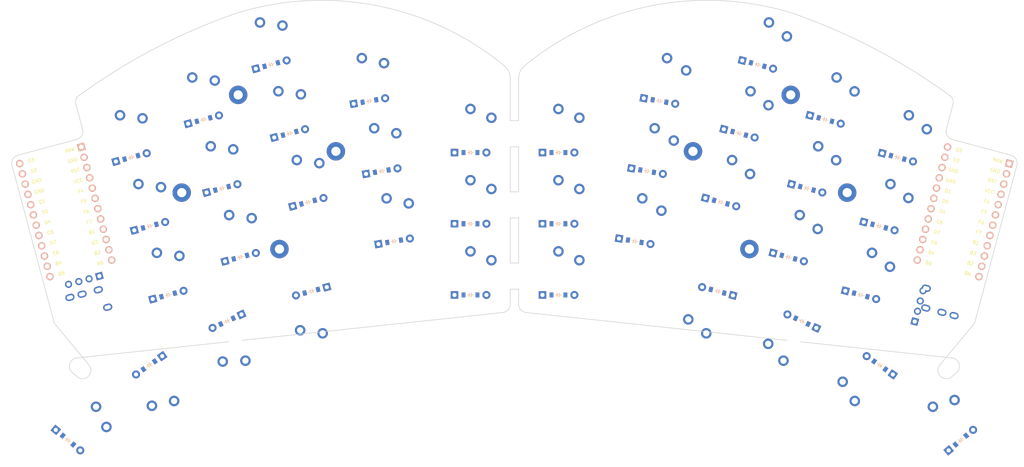
<source format=kicad_pcb>

            
(kicad_pcb (version 20171130) (host pcbnew 5.1.6)

  (page A3)
  (title_block
    (title glitch)
    (rev v1.0.0)
    (company Unknown)
  )

  (general
    (thickness 1.6)
  )

  (layers
    (0 F.Cu signal)
    (31 B.Cu signal)
    (32 B.Adhes user)
    (33 F.Adhes user)
    (34 B.Paste user)
    (35 F.Paste user)
    (36 B.SilkS user)
    (37 F.SilkS user)
    (38 B.Mask user)
    (39 F.Mask user)
    (40 Dwgs.User user)
    (41 Cmts.User user)
    (42 Eco1.User user)
    (43 Eco2.User user)
    (44 Edge.Cuts user)
    (45 Margin user)
    (46 B.CrtYd user)
    (47 F.CrtYd user)
    (48 B.Fab user)
    (49 F.Fab user)
  )

  (setup
    (last_trace_width 0.25)
    (trace_clearance 0.2)
    (zone_clearance 0.508)
    (zone_45_only no)
    (trace_min 0.2)
    (via_size 0.8)
    (via_drill 0.4)
    (via_min_size 0.4)
    (via_min_drill 0.3)
    (uvia_size 0.3)
    (uvia_drill 0.1)
    (uvias_allowed no)
    (uvia_min_size 0.2)
    (uvia_min_drill 0.1)
    (edge_width 0.05)
    (segment_width 0.2)
    (pcb_text_width 0.3)
    (pcb_text_size 1.5 1.5)
    (mod_edge_width 0.12)
    (mod_text_size 1 1)
    (mod_text_width 0.15)
    (pad_size 1.524 1.524)
    (pad_drill 0.762)
    (pad_to_mask_clearance 0.05)
    (aux_axis_origin 0 0)
    (visible_elements FFFFFF7F)
    (pcbplotparams
      (layerselection 0x010fc_ffffffff)
      (usegerberextensions false)
      (usegerberattributes true)
      (usegerberadvancedattributes true)
      (creategerberjobfile true)
      (excludeedgelayer true)
      (linewidth 0.100000)
      (plotframeref false)
      (viasonmask false)
      (mode 1)
      (useauxorigin false)
      (hpglpennumber 1)
      (hpglpenspeed 20)
      (hpglpendiameter 15.000000)
      (psnegative false)
      (psa4output false)
      (plotreference true)
      (plotvalue true)
      (plotinvisibletext false)
      (padsonsilk false)
      (subtractmaskfromsilk false)
      (outputformat 1)
      (mirror false)
      (drillshape 1)
      (scaleselection 1)
      (outputdirectory ""))
  )

            (net 0 "")
(net 1 "pinky_bottom")
(net 2 "D4")
(net 3 "B2")
(net 4 "pinky_home")
(net 5 "B3")
(net 6 "pinky_top")
(net 7 "B1")
(net 8 "ring_bottom")
(net 9 "C6")
(net 10 "ring_home")
(net 11 "ring_top")
(net 12 "middle_bottom")
(net 13 "D7")
(net 14 "middle_home")
(net 15 "middle_top")
(net 16 "index_bottom")
(net 17 "E6")
(net 18 "index_home")
(net 19 "index_top")
(net 20 "inner_bottom")
(net 21 "B4")
(net 22 "inner_home")
(net 23 "inner_top")
(net 24 "outer_thumbs")
(net 25 "B6")
(net 26 "middle1_thumbs")
(net 27 "middle2_thumbs")
(net 28 "inner_thumbs")
(net 29 "mirror_pinky_bottom")
(net 30 "F6")
(net 31 "mirror_pinky_home")
(net 32 "mirror_pinky_top")
(net 33 "mirror_ring_bottom")
(net 34 "F7")
(net 35 "mirror_ring_home")
(net 36 "mirror_ring_top")
(net 37 "mirror_middle_bottom")
(net 38 "mirror_middle_home")
(net 39 "mirror_middle_top")
(net 40 "mirror_index_bottom")
(net 41 "mirror_index_home")
(net 42 "mirror_index_top")
(net 43 "mirror_inner_bottom")
(net 44 "mirror_inner_home")
(net 45 "mirror_inner_top")
(net 46 "mirror_outer_thumbs")
(net 47 "B5")
(net 48 "mirror_middle1_thumbs")
(net 49 "mirror_middle2_thumbs")
(net 50 "mirror_inner_thumbs")
(net 51 "RAW")
(net 52 "GND")
(net 53 "RST")
(net 54 "VCC")
(net 55 "F4")
(net 56 "F5")
(net 57 "D3")
(net 58 "D2")
(net 59 "D1")
(net 60 "D0")
            
  (net_class Default "This is the default net class."
    (clearance 0.2)
    (trace_width 0.25)
    (via_dia 0.8)
    (via_drill 0.4)
    (uvia_dia 0.3)
    (uvia_drill 0.1)
    (add_net "")
(add_net "pinky_bottom")
(add_net "D4")
(add_net "B2")
(add_net "pinky_home")
(add_net "B3")
(add_net "pinky_top")
(add_net "B1")
(add_net "ring_bottom")
(add_net "C6")
(add_net "ring_home")
(add_net "ring_top")
(add_net "middle_bottom")
(add_net "D7")
(add_net "middle_home")
(add_net "middle_top")
(add_net "index_bottom")
(add_net "E6")
(add_net "index_home")
(add_net "index_top")
(add_net "inner_bottom")
(add_net "B4")
(add_net "inner_home")
(add_net "inner_top")
(add_net "outer_thumbs")
(add_net "B6")
(add_net "middle1_thumbs")
(add_net "middle2_thumbs")
(add_net "inner_thumbs")
(add_net "mirror_pinky_bottom")
(add_net "F6")
(add_net "mirror_pinky_home")
(add_net "mirror_pinky_top")
(add_net "mirror_ring_bottom")
(add_net "F7")
(add_net "mirror_ring_home")
(add_net "mirror_ring_top")
(add_net "mirror_middle_bottom")
(add_net "mirror_middle_home")
(add_net "mirror_middle_top")
(add_net "mirror_index_bottom")
(add_net "mirror_index_home")
(add_net "mirror_index_top")
(add_net "mirror_inner_bottom")
(add_net "mirror_inner_home")
(add_net "mirror_inner_top")
(add_net "mirror_outer_thumbs")
(add_net "B5")
(add_net "mirror_middle1_thumbs")
(add_net "mirror_middle2_thumbs")
(add_net "mirror_inner_thumbs")
(add_net "RAW")
(add_net "GND")
(add_net "RST")
(add_net "VCC")
(add_net "F4")
(add_net "F5")
(add_net "D3")
(add_net "D2")
(add_net "D1")
(add_net "D0")
  )

            
        
      (module PG1350 (layer F.Cu) (tedit 5DD50112)
      (at 0 0 0)

      
      (fp_text reference "S1" (at 0 0) (layer F.SilkS) hide (effects (font (size 1.27 1.27) (thickness 0.15))))
      (fp_text value "" (at 0 0) (layer F.SilkS) hide (effects (font (size 1.27 1.27) (thickness 0.15))))

      
      (fp_line (start -7 -6) (end -7 -7) (layer Dwgs.User) (width 0.15))
      (fp_line (start -7 7) (end -6 7) (layer Dwgs.User) (width 0.15))
      (fp_line (start -6 -7) (end -7 -7) (layer Dwgs.User) (width 0.15))
      (fp_line (start -7 7) (end -7 6) (layer Dwgs.User) (width 0.15))
      (fp_line (start 7 6) (end 7 7) (layer Dwgs.User) (width 0.15))
      (fp_line (start 7 -7) (end 6 -7) (layer Dwgs.User) (width 0.15))
      (fp_line (start 6 7) (end 7 7) (layer Dwgs.User) (width 0.15))
      (fp_line (start 7 -7) (end 7 -6) (layer Dwgs.User) (width 0.15))      
      
      
      (pad "" np_thru_hole circle (at 0 0) (size 3.429 3.429) (drill 3.429) (layers *.Cu *.Mask))
        
      
      (pad "" np_thru_hole circle (at 5.5 0) (size 1.7018 1.7018) (drill 1.7018) (layers *.Cu *.Mask))
      (pad "" np_thru_hole circle (at -5.5 0) (size 1.7018 1.7018) (drill 1.7018) (layers *.Cu *.Mask))
      
        
        
            
            (pad 1 thru_hole circle (at 5 -3.8) (size 2.5 2.5) (drill 1.5) (layers *.Cu *.Mask) (net 1 "pinky_bottom"))
            (pad 2 thru_hole circle (at 0 -5.9) (size 2.5 2.5) (drill 1.5) (layers *.Cu *.Mask) (net 2 "D4"))
          )
        
(module ComboDiode (layer F.Cu) (tedit 5B24D78E)
        (at 0 4.5 0)
        
        (fp_text reference "D1" (at 0 0) (layer F.SilkS) hide (effects (font (size 1.27 1.27) (thickness 0.15))))
        (fp_text value "" (at 0 0) (layer F.SilkS) hide (effects (font (size 1.27 1.27) (thickness 0.15))))
        
        (fp_line (start 0.25 0) (end 0.75 0) (layer F.SilkS) (width 0.1))
        (fp_line (start 0.25 0.4) (end -0.35 0) (layer F.SilkS) (width 0.1))
        (fp_line (start 0.25 -0.4) (end 0.25 0.4) (layer F.SilkS) (width 0.1))
        (fp_line (start -0.35 0) (end 0.25 -0.4) (layer F.SilkS) (width 0.1))
        (fp_line (start -0.35 0) (end -0.35 0.55) (layer F.SilkS) (width 0.1))
        (fp_line (start -0.35 0) (end -0.35 -0.55) (layer F.SilkS) (width 0.1))
        (fp_line (start -0.75 0) (end -0.35 0) (layer F.SilkS) (width 0.1))
        (fp_line (start 0.25 0) (end 0.75 0) (layer B.SilkS) (width 0.1))
        (fp_line (start 0.25 0.4) (end -0.35 0) (layer B.SilkS) (width 0.1))
        (fp_line (start 0.25 -0.4) (end 0.25 0.4) (layer B.SilkS) (width 0.1))
        (fp_line (start -0.35 0) (end 0.25 -0.4) (layer B.SilkS) (width 0.1))
        (fp_line (start -0.35 0) (end -0.35 0.55) (layer B.SilkS) (width 0.1))
        (fp_line (start -0.35 0) (end -0.35 -0.55) (layer B.SilkS) (width 0.1))
        (fp_line (start -0.75 0) (end -0.35 0) (layer B.SilkS) (width 0.1))
            
        (pad 1 smd rect(at -1.65 0 0)(size 0.9 1.2)(layers F.Cu F.Paste F.Mask) (net 3 "B2"))
        (pad 2 smd rect(at 1.65 0 0)(size 0.9 1.2)(layers F.Cu F.Paste F.Mask) (net 1 "pinky_bottom"))
            
        (pad 1 smd rect(at -1.65 0 0)(size 0.9 1.2)(layers B.Cu B.Paste B.Mask) (net 3 "B2"))
        (pad 2 smd rect(at 1.65 0 0)(size 0.9 1.2)(layers B.Cu B.Paste B.Mask) (net 1 "pinky_bottom"))
            
        (pad 1 thru_hole circle (at 3.81 0 0) (size 1.905 1.905) (drill 0.9906) (layers *.Cu *.Mask) (net 1 "pinky_bottom"))
        (pad 2 thru_hole rect (at -3.81 0 0) (size 1.778 1.778) (drill 0.9906) (layers *.Cu *.Mask) (net 3 "B2"))
        )

        
      (module PG1350 (layer F.Cu) (tedit 5DD50112)
      (at 0 -17 0)

      
      (fp_text reference "S2" (at 0 0) (layer F.SilkS) hide (effects (font (size 1.27 1.27) (thickness 0.15))))
      (fp_text value "" (at 0 0) (layer F.SilkS) hide (effects (font (size 1.27 1.27) (thickness 0.15))))

      
      (fp_line (start -7 -6) (end -7 -7) (layer Dwgs.User) (width 0.15))
      (fp_line (start -7 7) (end -6 7) (layer Dwgs.User) (width 0.15))
      (fp_line (start -6 -7) (end -7 -7) (layer Dwgs.User) (width 0.15))
      (fp_line (start -7 7) (end -7 6) (layer Dwgs.User) (width 0.15))
      (fp_line (start 7 6) (end 7 7) (layer Dwgs.User) (width 0.15))
      (fp_line (start 7 -7) (end 6 -7) (layer Dwgs.User) (width 0.15))
      (fp_line (start 6 7) (end 7 7) (layer Dwgs.User) (width 0.15))
      (fp_line (start 7 -7) (end 7 -6) (layer Dwgs.User) (width 0.15))      
      
      
      (pad "" np_thru_hole circle (at 0 0) (size 3.429 3.429) (drill 3.429) (layers *.Cu *.Mask))
        
      
      (pad "" np_thru_hole circle (at 5.5 0) (size 1.7018 1.7018) (drill 1.7018) (layers *.Cu *.Mask))
      (pad "" np_thru_hole circle (at -5.5 0) (size 1.7018 1.7018) (drill 1.7018) (layers *.Cu *.Mask))
      
        
        
            
            (pad 1 thru_hole circle (at 5 -3.8) (size 2.5 2.5) (drill 1.5) (layers *.Cu *.Mask) (net 4 "pinky_home"))
            (pad 2 thru_hole circle (at 0 -5.9) (size 2.5 2.5) (drill 1.5) (layers *.Cu *.Mask) (net 2 "D4"))
          )
        
(module ComboDiode (layer F.Cu) (tedit 5B24D78E)
        (at 0 -12.5 0)
        
        (fp_text reference "D2" (at 0 0) (layer F.SilkS) hide (effects (font (size 1.27 1.27) (thickness 0.15))))
        (fp_text value "" (at 0 0) (layer F.SilkS) hide (effects (font (size 1.27 1.27) (thickness 0.15))))
        
        (fp_line (start 0.25 0) (end 0.75 0) (layer F.SilkS) (width 0.1))
        (fp_line (start 0.25 0.4) (end -0.35 0) (layer F.SilkS) (width 0.1))
        (fp_line (start 0.25 -0.4) (end 0.25 0.4) (layer F.SilkS) (width 0.1))
        (fp_line (start -0.35 0) (end 0.25 -0.4) (layer F.SilkS) (width 0.1))
        (fp_line (start -0.35 0) (end -0.35 0.55) (layer F.SilkS) (width 0.1))
        (fp_line (start -0.35 0) (end -0.35 -0.55) (layer F.SilkS) (width 0.1))
        (fp_line (start -0.75 0) (end -0.35 0) (layer F.SilkS) (width 0.1))
        (fp_line (start 0.25 0) (end 0.75 0) (layer B.SilkS) (width 0.1))
        (fp_line (start 0.25 0.4) (end -0.35 0) (layer B.SilkS) (width 0.1))
        (fp_line (start 0.25 -0.4) (end 0.25 0.4) (layer B.SilkS) (width 0.1))
        (fp_line (start -0.35 0) (end 0.25 -0.4) (layer B.SilkS) (width 0.1))
        (fp_line (start -0.35 0) (end -0.35 0.55) (layer B.SilkS) (width 0.1))
        (fp_line (start -0.35 0) (end -0.35 -0.55) (layer B.SilkS) (width 0.1))
        (fp_line (start -0.75 0) (end -0.35 0) (layer B.SilkS) (width 0.1))
            
        (pad 1 smd rect(at -1.65 0 0)(size 0.9 1.2)(layers F.Cu F.Paste F.Mask) (net 5 "B3"))
        (pad 2 smd rect(at 1.65 0 0)(size 0.9 1.2)(layers F.Cu F.Paste F.Mask) (net 4 "pinky_home"))
            
        (pad 1 smd rect(at -1.65 0 0)(size 0.9 1.2)(layers B.Cu B.Paste B.Mask) (net 5 "B3"))
        (pad 2 smd rect(at 1.65 0 0)(size 0.9 1.2)(layers B.Cu B.Paste B.Mask) (net 4 "pinky_home"))
            
        (pad 1 thru_hole circle (at 3.81 0 0) (size 1.905 1.905) (drill 0.9906) (layers *.Cu *.Mask) (net 4 "pinky_home"))
        (pad 2 thru_hole rect (at -3.81 0 0) (size 1.778 1.778) (drill 0.9906) (layers *.Cu *.Mask) (net 5 "B3"))
        )

        
      (module PG1350 (layer F.Cu) (tedit 5DD50112)
      (at 0 -34 0)

      
      (fp_text reference "S3" (at 0 0) (layer F.SilkS) hide (effects (font (size 1.27 1.27) (thickness 0.15))))
      (fp_text value "" (at 0 0) (layer F.SilkS) hide (effects (font (size 1.27 1.27) (thickness 0.15))))

      
      (fp_line (start -7 -6) (end -7 -7) (layer Dwgs.User) (width 0.15))
      (fp_line (start -7 7) (end -6 7) (layer Dwgs.User) (width 0.15))
      (fp_line (start -6 -7) (end -7 -7) (layer Dwgs.User) (width 0.15))
      (fp_line (start -7 7) (end -7 6) (layer Dwgs.User) (width 0.15))
      (fp_line (start 7 6) (end 7 7) (layer Dwgs.User) (width 0.15))
      (fp_line (start 7 -7) (end 6 -7) (layer Dwgs.User) (width 0.15))
      (fp_line (start 6 7) (end 7 7) (layer Dwgs.User) (width 0.15))
      (fp_line (start 7 -7) (end 7 -6) (layer Dwgs.User) (width 0.15))      
      
      
      (pad "" np_thru_hole circle (at 0 0) (size 3.429 3.429) (drill 3.429) (layers *.Cu *.Mask))
        
      
      (pad "" np_thru_hole circle (at 5.5 0) (size 1.7018 1.7018) (drill 1.7018) (layers *.Cu *.Mask))
      (pad "" np_thru_hole circle (at -5.5 0) (size 1.7018 1.7018) (drill 1.7018) (layers *.Cu *.Mask))
      
        
        
            
            (pad 1 thru_hole circle (at 5 -3.8) (size 2.5 2.5) (drill 1.5) (layers *.Cu *.Mask) (net 6 "pinky_top"))
            (pad 2 thru_hole circle (at 0 -5.9) (size 2.5 2.5) (drill 1.5) (layers *.Cu *.Mask) (net 2 "D4"))
          )
        
(module ComboDiode (layer F.Cu) (tedit 5B24D78E)
        (at 0 -29.5 0)
        
        (fp_text reference "D3" (at 0 0) (layer F.SilkS) hide (effects (font (size 1.27 1.27) (thickness 0.15))))
        (fp_text value "" (at 0 0) (layer F.SilkS) hide (effects (font (size 1.27 1.27) (thickness 0.15))))
        
        (fp_line (start 0.25 0) (end 0.75 0) (layer F.SilkS) (width 0.1))
        (fp_line (start 0.25 0.4) (end -0.35 0) (layer F.SilkS) (width 0.1))
        (fp_line (start 0.25 -0.4) (end 0.25 0.4) (layer F.SilkS) (width 0.1))
        (fp_line (start -0.35 0) (end 0.25 -0.4) (layer F.SilkS) (width 0.1))
        (fp_line (start -0.35 0) (end -0.35 0.55) (layer F.SilkS) (width 0.1))
        (fp_line (start -0.35 0) (end -0.35 -0.55) (layer F.SilkS) (width 0.1))
        (fp_line (start -0.75 0) (end -0.35 0) (layer F.SilkS) (width 0.1))
        (fp_line (start 0.25 0) (end 0.75 0) (layer B.SilkS) (width 0.1))
        (fp_line (start 0.25 0.4) (end -0.35 0) (layer B.SilkS) (width 0.1))
        (fp_line (start 0.25 -0.4) (end 0.25 0.4) (layer B.SilkS) (width 0.1))
        (fp_line (start -0.35 0) (end 0.25 -0.4) (layer B.SilkS) (width 0.1))
        (fp_line (start -0.35 0) (end -0.35 0.55) (layer B.SilkS) (width 0.1))
        (fp_line (start -0.35 0) (end -0.35 -0.55) (layer B.SilkS) (width 0.1))
        (fp_line (start -0.75 0) (end -0.35 0) (layer B.SilkS) (width 0.1))
            
        (pad 1 smd rect(at -1.65 0 0)(size 0.9 1.2)(layers F.Cu F.Paste F.Mask) (net 7 "B1"))
        (pad 2 smd rect(at 1.65 0 0)(size 0.9 1.2)(layers F.Cu F.Paste F.Mask) (net 6 "pinky_top"))
            
        (pad 1 smd rect(at -1.65 0 0)(size 0.9 1.2)(layers B.Cu B.Paste B.Mask) (net 7 "B1"))
        (pad 2 smd rect(at 1.65 0 0)(size 0.9 1.2)(layers B.Cu B.Paste B.Mask) (net 6 "pinky_top"))
            
        (pad 1 thru_hole circle (at 3.81 0 0) (size 1.905 1.905) (drill 0.9906) (layers *.Cu *.Mask) (net 6 "pinky_top"))
        (pad 2 thru_hole rect (at -3.81 0 0) (size 1.778 1.778) (drill 0.9906) (layers *.Cu *.Mask) (net 7 "B1"))
        )

        
      (module PG1350 (layer F.Cu) (tedit 5DD50112)
      (at 19 -12.75 -10)

      
      (fp_text reference "S4" (at 0 0) (layer F.SilkS) hide (effects (font (size 1.27 1.27) (thickness 0.15))))
      (fp_text value "" (at 0 0) (layer F.SilkS) hide (effects (font (size 1.27 1.27) (thickness 0.15))))

      
      (fp_line (start -7 -6) (end -7 -7) (layer Dwgs.User) (width 0.15))
      (fp_line (start -7 7) (end -6 7) (layer Dwgs.User) (width 0.15))
      (fp_line (start -6 -7) (end -7 -7) (layer Dwgs.User) (width 0.15))
      (fp_line (start -7 7) (end -7 6) (layer Dwgs.User) (width 0.15))
      (fp_line (start 7 6) (end 7 7) (layer Dwgs.User) (width 0.15))
      (fp_line (start 7 -7) (end 6 -7) (layer Dwgs.User) (width 0.15))
      (fp_line (start 6 7) (end 7 7) (layer Dwgs.User) (width 0.15))
      (fp_line (start 7 -7) (end 7 -6) (layer Dwgs.User) (width 0.15))      
      
      
      (pad "" np_thru_hole circle (at 0 0) (size 3.429 3.429) (drill 3.429) (layers *.Cu *.Mask))
        
      
      (pad "" np_thru_hole circle (at 5.5 0) (size 1.7018 1.7018) (drill 1.7018) (layers *.Cu *.Mask))
      (pad "" np_thru_hole circle (at -5.5 0) (size 1.7018 1.7018) (drill 1.7018) (layers *.Cu *.Mask))
      
        
        
            
            (pad 1 thru_hole circle (at 5 -3.8) (size 2.5 2.5) (drill 1.5) (layers *.Cu *.Mask) (net 8 "ring_bottom"))
            (pad 2 thru_hole circle (at 0 -5.9) (size 2.5 2.5) (drill 1.5) (layers *.Cu *.Mask) (net 9 "C6"))
          )
        
(module ComboDiode (layer F.Cu) (tedit 5B24D78E)
        (at 18.2185832 -8.318365100000001 -10)
        
        (fp_text reference "D4" (at 0 0) (layer F.SilkS) hide (effects (font (size 1.27 1.27) (thickness 0.15))))
        (fp_text value "" (at 0 0) (layer F.SilkS) hide (effects (font (size 1.27 1.27) (thickness 0.15))))
        
        (fp_line (start 0.25 0) (end 0.75 0) (layer F.SilkS) (width 0.1))
        (fp_line (start 0.25 0.4) (end -0.35 0) (layer F.SilkS) (width 0.1))
        (fp_line (start 0.25 -0.4) (end 0.25 0.4) (layer F.SilkS) (width 0.1))
        (fp_line (start -0.35 0) (end 0.25 -0.4) (layer F.SilkS) (width 0.1))
        (fp_line (start -0.35 0) (end -0.35 0.55) (layer F.SilkS) (width 0.1))
        (fp_line (start -0.35 0) (end -0.35 -0.55) (layer F.SilkS) (width 0.1))
        (fp_line (start -0.75 0) (end -0.35 0) (layer F.SilkS) (width 0.1))
        (fp_line (start 0.25 0) (end 0.75 0) (layer B.SilkS) (width 0.1))
        (fp_line (start 0.25 0.4) (end -0.35 0) (layer B.SilkS) (width 0.1))
        (fp_line (start 0.25 -0.4) (end 0.25 0.4) (layer B.SilkS) (width 0.1))
        (fp_line (start -0.35 0) (end 0.25 -0.4) (layer B.SilkS) (width 0.1))
        (fp_line (start -0.35 0) (end -0.35 0.55) (layer B.SilkS) (width 0.1))
        (fp_line (start -0.35 0) (end -0.35 -0.55) (layer B.SilkS) (width 0.1))
        (fp_line (start -0.75 0) (end -0.35 0) (layer B.SilkS) (width 0.1))
            
        (pad 1 smd rect(at -1.65 0 -10)(size 0.9 1.2)(layers F.Cu F.Paste F.Mask) (net 3 "B2"))
        (pad 2 smd rect(at 1.65 0 -10)(size 0.9 1.2)(layers F.Cu F.Paste F.Mask) (net 8 "ring_bottom"))
            
        (pad 1 smd rect(at -1.65 0 -10)(size 0.9 1.2)(layers B.Cu B.Paste B.Mask) (net 3 "B2"))
        (pad 2 smd rect(at 1.65 0 -10)(size 0.9 1.2)(layers B.Cu B.Paste B.Mask) (net 8 "ring_bottom"))
            
        (pad 1 thru_hole circle (at 3.81 0 -10) (size 1.905 1.905) (drill 0.9906) (layers *.Cu *.Mask) (net 8 "ring_bottom"))
        (pad 2 thru_hole rect (at -3.81 0 -10) (size 1.778 1.778) (drill 0.9906) (layers *.Cu *.Mask) (net 3 "B2"))
        )

        
      (module PG1350 (layer F.Cu) (tedit 5DD50112)
      (at 21.952019 -29.4917318 -10)

      
      (fp_text reference "S5" (at 0 0) (layer F.SilkS) hide (effects (font (size 1.27 1.27) (thickness 0.15))))
      (fp_text value "" (at 0 0) (layer F.SilkS) hide (effects (font (size 1.27 1.27) (thickness 0.15))))

      
      (fp_line (start -7 -6) (end -7 -7) (layer Dwgs.User) (width 0.15))
      (fp_line (start -7 7) (end -6 7) (layer Dwgs.User) (width 0.15))
      (fp_line (start -6 -7) (end -7 -7) (layer Dwgs.User) (width 0.15))
      (fp_line (start -7 7) (end -7 6) (layer Dwgs.User) (width 0.15))
      (fp_line (start 7 6) (end 7 7) (layer Dwgs.User) (width 0.15))
      (fp_line (start 7 -7) (end 6 -7) (layer Dwgs.User) (width 0.15))
      (fp_line (start 6 7) (end 7 7) (layer Dwgs.User) (width 0.15))
      (fp_line (start 7 -7) (end 7 -6) (layer Dwgs.User) (width 0.15))      
      
      
      (pad "" np_thru_hole circle (at 0 0) (size 3.429 3.429) (drill 3.429) (layers *.Cu *.Mask))
        
      
      (pad "" np_thru_hole circle (at 5.5 0) (size 1.7018 1.7018) (drill 1.7018) (layers *.Cu *.Mask))
      (pad "" np_thru_hole circle (at -5.5 0) (size 1.7018 1.7018) (drill 1.7018) (layers *.Cu *.Mask))
      
        
        
            
            (pad 1 thru_hole circle (at 5 -3.8) (size 2.5 2.5) (drill 1.5) (layers *.Cu *.Mask) (net 10 "ring_home"))
            (pad 2 thru_hole circle (at 0 -5.9) (size 2.5 2.5) (drill 1.5) (layers *.Cu *.Mask) (net 9 "C6"))
          )
        
(module ComboDiode (layer F.Cu) (tedit 5B24D78E)
        (at 21.1706022 -25.0600969 -10)
        
        (fp_text reference "D5" (at 0 0) (layer F.SilkS) hide (effects (font (size 1.27 1.27) (thickness 0.15))))
        (fp_text value "" (at 0 0) (layer F.SilkS) hide (effects (font (size 1.27 1.27) (thickness 0.15))))
        
        (fp_line (start 0.25 0) (end 0.75 0) (layer F.SilkS) (width 0.1))
        (fp_line (start 0.25 0.4) (end -0.35 0) (layer F.SilkS) (width 0.1))
        (fp_line (start 0.25 -0.4) (end 0.25 0.4) (layer F.SilkS) (width 0.1))
        (fp_line (start -0.35 0) (end 0.25 -0.4) (layer F.SilkS) (width 0.1))
        (fp_line (start -0.35 0) (end -0.35 0.55) (layer F.SilkS) (width 0.1))
        (fp_line (start -0.35 0) (end -0.35 -0.55) (layer F.SilkS) (width 0.1))
        (fp_line (start -0.75 0) (end -0.35 0) (layer F.SilkS) (width 0.1))
        (fp_line (start 0.25 0) (end 0.75 0) (layer B.SilkS) (width 0.1))
        (fp_line (start 0.25 0.4) (end -0.35 0) (layer B.SilkS) (width 0.1))
        (fp_line (start 0.25 -0.4) (end 0.25 0.4) (layer B.SilkS) (width 0.1))
        (fp_line (start -0.35 0) (end 0.25 -0.4) (layer B.SilkS) (width 0.1))
        (fp_line (start -0.35 0) (end -0.35 0.55) (layer B.SilkS) (width 0.1))
        (fp_line (start -0.35 0) (end -0.35 -0.55) (layer B.SilkS) (width 0.1))
        (fp_line (start -0.75 0) (end -0.35 0) (layer B.SilkS) (width 0.1))
            
        (pad 1 smd rect(at -1.65 0 -10)(size 0.9 1.2)(layers F.Cu F.Paste F.Mask) (net 5 "B3"))
        (pad 2 smd rect(at 1.65 0 -10)(size 0.9 1.2)(layers F.Cu F.Paste F.Mask) (net 10 "ring_home"))
            
        (pad 1 smd rect(at -1.65 0 -10)(size 0.9 1.2)(layers B.Cu B.Paste B.Mask) (net 5 "B3"))
        (pad 2 smd rect(at 1.65 0 -10)(size 0.9 1.2)(layers B.Cu B.Paste B.Mask) (net 10 "ring_home"))
            
        (pad 1 thru_hole circle (at 3.81 0 -10) (size 1.905 1.905) (drill 0.9906) (layers *.Cu *.Mask) (net 10 "ring_home"))
        (pad 2 thru_hole rect (at -3.81 0 -10) (size 1.778 1.778) (drill 0.9906) (layers *.Cu *.Mask) (net 5 "B3"))
        )

        
      (module PG1350 (layer F.Cu) (tedit 5DD50112)
      (at 24.904038 -46.2334636 -10)

      
      (fp_text reference "S6" (at 0 0) (layer F.SilkS) hide (effects (font (size 1.27 1.27) (thickness 0.15))))
      (fp_text value "" (at 0 0) (layer F.SilkS) hide (effects (font (size 1.27 1.27) (thickness 0.15))))

      
      (fp_line (start -7 -6) (end -7 -7) (layer Dwgs.User) (width 0.15))
      (fp_line (start -7 7) (end -6 7) (layer Dwgs.User) (width 0.15))
      (fp_line (start -6 -7) (end -7 -7) (layer Dwgs.User) (width 0.15))
      (fp_line (start -7 7) (end -7 6) (layer Dwgs.User) (width 0.15))
      (fp_line (start 7 6) (end 7 7) (layer Dwgs.User) (width 0.15))
      (fp_line (start 7 -7) (end 6 -7) (layer Dwgs.User) (width 0.15))
      (fp_line (start 6 7) (end 7 7) (layer Dwgs.User) (width 0.15))
      (fp_line (start 7 -7) (end 7 -6) (layer Dwgs.User) (width 0.15))      
      
      
      (pad "" np_thru_hole circle (at 0 0) (size 3.429 3.429) (drill 3.429) (layers *.Cu *.Mask))
        
      
      (pad "" np_thru_hole circle (at 5.5 0) (size 1.7018 1.7018) (drill 1.7018) (layers *.Cu *.Mask))
      (pad "" np_thru_hole circle (at -5.5 0) (size 1.7018 1.7018) (drill 1.7018) (layers *.Cu *.Mask))
      
        
        
            
            (pad 1 thru_hole circle (at 5 -3.8) (size 2.5 2.5) (drill 1.5) (layers *.Cu *.Mask) (net 11 "ring_top"))
            (pad 2 thru_hole circle (at 0 -5.9) (size 2.5 2.5) (drill 1.5) (layers *.Cu *.Mask) (net 9 "C6"))
          )
        
(module ComboDiode (layer F.Cu) (tedit 5B24D78E)
        (at 24.1226212 -41.8018287 -10)
        
        (fp_text reference "D6" (at 0 0) (layer F.SilkS) hide (effects (font (size 1.27 1.27) (thickness 0.15))))
        (fp_text value "" (at 0 0) (layer F.SilkS) hide (effects (font (size 1.27 1.27) (thickness 0.15))))
        
        (fp_line (start 0.25 0) (end 0.75 0) (layer F.SilkS) (width 0.1))
        (fp_line (start 0.25 0.4) (end -0.35 0) (layer F.SilkS) (width 0.1))
        (fp_line (start 0.25 -0.4) (end 0.25 0.4) (layer F.SilkS) (width 0.1))
        (fp_line (start -0.35 0) (end 0.25 -0.4) (layer F.SilkS) (width 0.1))
        (fp_line (start -0.35 0) (end -0.35 0.55) (layer F.SilkS) (width 0.1))
        (fp_line (start -0.35 0) (end -0.35 -0.55) (layer F.SilkS) (width 0.1))
        (fp_line (start -0.75 0) (end -0.35 0) (layer F.SilkS) (width 0.1))
        (fp_line (start 0.25 0) (end 0.75 0) (layer B.SilkS) (width 0.1))
        (fp_line (start 0.25 0.4) (end -0.35 0) (layer B.SilkS) (width 0.1))
        (fp_line (start 0.25 -0.4) (end 0.25 0.4) (layer B.SilkS) (width 0.1))
        (fp_line (start -0.35 0) (end 0.25 -0.4) (layer B.SilkS) (width 0.1))
        (fp_line (start -0.35 0) (end -0.35 0.55) (layer B.SilkS) (width 0.1))
        (fp_line (start -0.35 0) (end -0.35 -0.55) (layer B.SilkS) (width 0.1))
        (fp_line (start -0.75 0) (end -0.35 0) (layer B.SilkS) (width 0.1))
            
        (pad 1 smd rect(at -1.65 0 -10)(size 0.9 1.2)(layers F.Cu F.Paste F.Mask) (net 7 "B1"))
        (pad 2 smd rect(at 1.65 0 -10)(size 0.9 1.2)(layers F.Cu F.Paste F.Mask) (net 11 "ring_top"))
            
        (pad 1 smd rect(at -1.65 0 -10)(size 0.9 1.2)(layers B.Cu B.Paste B.Mask) (net 7 "B1"))
        (pad 2 smd rect(at 1.65 0 -10)(size 0.9 1.2)(layers B.Cu B.Paste B.Mask) (net 11 "ring_top"))
            
        (pad 1 thru_hole circle (at 3.81 0 -10) (size 1.905 1.905) (drill 0.9906) (layers *.Cu *.Mask) (net 11 "ring_top"))
        (pad 2 thru_hole rect (at -3.81 0 -10) (size 1.778 1.778) (drill 0.9906) (layers *.Cu *.Mask) (net 7 "B1"))
        )

        
      (module PG1350 (layer F.Cu) (tedit 5DD50112)
      (at 39.9253616 -22.0069835 -15)

      
      (fp_text reference "S7" (at 0 0) (layer F.SilkS) hide (effects (font (size 1.27 1.27) (thickness 0.15))))
      (fp_text value "" (at 0 0) (layer F.SilkS) hide (effects (font (size 1.27 1.27) (thickness 0.15))))

      
      (fp_line (start -7 -6) (end -7 -7) (layer Dwgs.User) (width 0.15))
      (fp_line (start -7 7) (end -6 7) (layer Dwgs.User) (width 0.15))
      (fp_line (start -6 -7) (end -7 -7) (layer Dwgs.User) (width 0.15))
      (fp_line (start -7 7) (end -7 6) (layer Dwgs.User) (width 0.15))
      (fp_line (start 7 6) (end 7 7) (layer Dwgs.User) (width 0.15))
      (fp_line (start 7 -7) (end 6 -7) (layer Dwgs.User) (width 0.15))
      (fp_line (start 6 7) (end 7 7) (layer Dwgs.User) (width 0.15))
      (fp_line (start 7 -7) (end 7 -6) (layer Dwgs.User) (width 0.15))      
      
      
      (pad "" np_thru_hole circle (at 0 0) (size 3.429 3.429) (drill 3.429) (layers *.Cu *.Mask))
        
      
      (pad "" np_thru_hole circle (at 5.5 0) (size 1.7018 1.7018) (drill 1.7018) (layers *.Cu *.Mask))
      (pad "" np_thru_hole circle (at -5.5 0) (size 1.7018 1.7018) (drill 1.7018) (layers *.Cu *.Mask))
      
        
        
            
            (pad 1 thru_hole circle (at 5 -3.8) (size 2.5 2.5) (drill 1.5) (layers *.Cu *.Mask) (net 12 "middle_bottom"))
            (pad 2 thru_hole circle (at 0 -5.9) (size 2.5 2.5) (drill 1.5) (layers *.Cu *.Mask) (net 13 "D7"))
          )
        
(module ComboDiode (layer F.Cu) (tedit 5B24D78E)
        (at 38.7606759 -17.660317300000003 -15)
        
        (fp_text reference "D7" (at 0 0) (layer F.SilkS) hide (effects (font (size 1.27 1.27) (thickness 0.15))))
        (fp_text value "" (at 0 0) (layer F.SilkS) hide (effects (font (size 1.27 1.27) (thickness 0.15))))
        
        (fp_line (start 0.25 0) (end 0.75 0) (layer F.SilkS) (width 0.1))
        (fp_line (start 0.25 0.4) (end -0.35 0) (layer F.SilkS) (width 0.1))
        (fp_line (start 0.25 -0.4) (end 0.25 0.4) (layer F.SilkS) (width 0.1))
        (fp_line (start -0.35 0) (end 0.25 -0.4) (layer F.SilkS) (width 0.1))
        (fp_line (start -0.35 0) (end -0.35 0.55) (layer F.SilkS) (width 0.1))
        (fp_line (start -0.35 0) (end -0.35 -0.55) (layer F.SilkS) (width 0.1))
        (fp_line (start -0.75 0) (end -0.35 0) (layer F.SilkS) (width 0.1))
        (fp_line (start 0.25 0) (end 0.75 0) (layer B.SilkS) (width 0.1))
        (fp_line (start 0.25 0.4) (end -0.35 0) (layer B.SilkS) (width 0.1))
        (fp_line (start 0.25 -0.4) (end 0.25 0.4) (layer B.SilkS) (width 0.1))
        (fp_line (start -0.35 0) (end 0.25 -0.4) (layer B.SilkS) (width 0.1))
        (fp_line (start -0.35 0) (end -0.35 0.55) (layer B.SilkS) (width 0.1))
        (fp_line (start -0.35 0) (end -0.35 -0.55) (layer B.SilkS) (width 0.1))
        (fp_line (start -0.75 0) (end -0.35 0) (layer B.SilkS) (width 0.1))
            
        (pad 1 smd rect(at -1.65 0 -15)(size 0.9 1.2)(layers F.Cu F.Paste F.Mask) (net 3 "B2"))
        (pad 2 smd rect(at 1.65 0 -15)(size 0.9 1.2)(layers F.Cu F.Paste F.Mask) (net 12 "middle_bottom"))
            
        (pad 1 smd rect(at -1.65 0 -15)(size 0.9 1.2)(layers B.Cu B.Paste B.Mask) (net 3 "B2"))
        (pad 2 smd rect(at 1.65 0 -15)(size 0.9 1.2)(layers B.Cu B.Paste B.Mask) (net 12 "middle_bottom"))
            
        (pad 1 thru_hole circle (at 3.81 0 -15) (size 1.905 1.905) (drill 0.9906) (layers *.Cu *.Mask) (net 12 "middle_bottom"))
        (pad 2 thru_hole rect (at -3.81 0 -15) (size 1.778 1.778) (drill 0.9906) (layers *.Cu *.Mask) (net 3 "B2"))
        )

        
      (module PG1350 (layer F.Cu) (tedit 5DD50112)
      (at 44.325285300000004 -38.4277225 -15)

      
      (fp_text reference "S8" (at 0 0) (layer F.SilkS) hide (effects (font (size 1.27 1.27) (thickness 0.15))))
      (fp_text value "" (at 0 0) (layer F.SilkS) hide (effects (font (size 1.27 1.27) (thickness 0.15))))

      
      (fp_line (start -7 -6) (end -7 -7) (layer Dwgs.User) (width 0.15))
      (fp_line (start -7 7) (end -6 7) (layer Dwgs.User) (width 0.15))
      (fp_line (start -6 -7) (end -7 -7) (layer Dwgs.User) (width 0.15))
      (fp_line (start -7 7) (end -7 6) (layer Dwgs.User) (width 0.15))
      (fp_line (start 7 6) (end 7 7) (layer Dwgs.User) (width 0.15))
      (fp_line (start 7 -7) (end 6 -7) (layer Dwgs.User) (width 0.15))
      (fp_line (start 6 7) (end 7 7) (layer Dwgs.User) (width 0.15))
      (fp_line (start 7 -7) (end 7 -6) (layer Dwgs.User) (width 0.15))      
      
      
      (pad "" np_thru_hole circle (at 0 0) (size 3.429 3.429) (drill 3.429) (layers *.Cu *.Mask))
        
      
      (pad "" np_thru_hole circle (at 5.5 0) (size 1.7018 1.7018) (drill 1.7018) (layers *.Cu *.Mask))
      (pad "" np_thru_hole circle (at -5.5 0) (size 1.7018 1.7018) (drill 1.7018) (layers *.Cu *.Mask))
      
        
        
            
            (pad 1 thru_hole circle (at 5 -3.8) (size 2.5 2.5) (drill 1.5) (layers *.Cu *.Mask) (net 14 "middle_home"))
            (pad 2 thru_hole circle (at 0 -5.9) (size 2.5 2.5) (drill 1.5) (layers *.Cu *.Mask) (net 13 "D7"))
          )
        
(module ComboDiode (layer F.Cu) (tedit 5B24D78E)
        (at 43.160599600000005 -34.0810563 -15)
        
        (fp_text reference "D8" (at 0 0) (layer F.SilkS) hide (effects (font (size 1.27 1.27) (thickness 0.15))))
        (fp_text value "" (at 0 0) (layer F.SilkS) hide (effects (font (size 1.27 1.27) (thickness 0.15))))
        
        (fp_line (start 0.25 0) (end 0.75 0) (layer F.SilkS) (width 0.1))
        (fp_line (start 0.25 0.4) (end -0.35 0) (layer F.SilkS) (width 0.1))
        (fp_line (start 0.25 -0.4) (end 0.25 0.4) (layer F.SilkS) (width 0.1))
        (fp_line (start -0.35 0) (end 0.25 -0.4) (layer F.SilkS) (width 0.1))
        (fp_line (start -0.35 0) (end -0.35 0.55) (layer F.SilkS) (width 0.1))
        (fp_line (start -0.35 0) (end -0.35 -0.55) (layer F.SilkS) (width 0.1))
        (fp_line (start -0.75 0) (end -0.35 0) (layer F.SilkS) (width 0.1))
        (fp_line (start 0.25 0) (end 0.75 0) (layer B.SilkS) (width 0.1))
        (fp_line (start 0.25 0.4) (end -0.35 0) (layer B.SilkS) (width 0.1))
        (fp_line (start 0.25 -0.4) (end 0.25 0.4) (layer B.SilkS) (width 0.1))
        (fp_line (start -0.35 0) (end 0.25 -0.4) (layer B.SilkS) (width 0.1))
        (fp_line (start -0.35 0) (end -0.35 0.55) (layer B.SilkS) (width 0.1))
        (fp_line (start -0.35 0) (end -0.35 -0.55) (layer B.SilkS) (width 0.1))
        (fp_line (start -0.75 0) (end -0.35 0) (layer B.SilkS) (width 0.1))
            
        (pad 1 smd rect(at -1.65 0 -15)(size 0.9 1.2)(layers F.Cu F.Paste F.Mask) (net 5 "B3"))
        (pad 2 smd rect(at 1.65 0 -15)(size 0.9 1.2)(layers F.Cu F.Paste F.Mask) (net 14 "middle_home"))
            
        (pad 1 smd rect(at -1.65 0 -15)(size 0.9 1.2)(layers B.Cu B.Paste B.Mask) (net 5 "B3"))
        (pad 2 smd rect(at 1.65 0 -15)(size 0.9 1.2)(layers B.Cu B.Paste B.Mask) (net 14 "middle_home"))
            
        (pad 1 thru_hole circle (at 3.81 0 -15) (size 1.905 1.905) (drill 0.9906) (layers *.Cu *.Mask) (net 14 "middle_home"))
        (pad 2 thru_hole rect (at -3.81 0 -15) (size 1.778 1.778) (drill 0.9906) (layers *.Cu *.Mask) (net 5 "B3"))
        )

        
      (module PG1350 (layer F.Cu) (tedit 5DD50112)
      (at 48.7252091 -54.84846160000001 -15)

      
      (fp_text reference "S9" (at 0 0) (layer F.SilkS) hide (effects (font (size 1.27 1.27) (thickness 0.15))))
      (fp_text value "" (at 0 0) (layer F.SilkS) hide (effects (font (size 1.27 1.27) (thickness 0.15))))

      
      (fp_line (start -7 -6) (end -7 -7) (layer Dwgs.User) (width 0.15))
      (fp_line (start -7 7) (end -6 7) (layer Dwgs.User) (width 0.15))
      (fp_line (start -6 -7) (end -7 -7) (layer Dwgs.User) (width 0.15))
      (fp_line (start -7 7) (end -7 6) (layer Dwgs.User) (width 0.15))
      (fp_line (start 7 6) (end 7 7) (layer Dwgs.User) (width 0.15))
      (fp_line (start 7 -7) (end 6 -7) (layer Dwgs.User) (width 0.15))
      (fp_line (start 6 7) (end 7 7) (layer Dwgs.User) (width 0.15))
      (fp_line (start 7 -7) (end 7 -6) (layer Dwgs.User) (width 0.15))      
      
      
      (pad "" np_thru_hole circle (at 0 0) (size 3.429 3.429) (drill 3.429) (layers *.Cu *.Mask))
        
      
      (pad "" np_thru_hole circle (at 5.5 0) (size 1.7018 1.7018) (drill 1.7018) (layers *.Cu *.Mask))
      (pad "" np_thru_hole circle (at -5.5 0) (size 1.7018 1.7018) (drill 1.7018) (layers *.Cu *.Mask))
      
        
        
            
            (pad 1 thru_hole circle (at 5 -3.8) (size 2.5 2.5) (drill 1.5) (layers *.Cu *.Mask) (net 15 "middle_top"))
            (pad 2 thru_hole circle (at 0 -5.9) (size 2.5 2.5) (drill 1.5) (layers *.Cu *.Mask) (net 13 "D7"))
          )
        
(module ComboDiode (layer F.Cu) (tedit 5B24D78E)
        (at 47.5605234 -50.501795400000006 -15)
        
        (fp_text reference "D9" (at 0 0) (layer F.SilkS) hide (effects (font (size 1.27 1.27) (thickness 0.15))))
        (fp_text value "" (at 0 0) (layer F.SilkS) hide (effects (font (size 1.27 1.27) (thickness 0.15))))
        
        (fp_line (start 0.25 0) (end 0.75 0) (layer F.SilkS) (width 0.1))
        (fp_line (start 0.25 0.4) (end -0.35 0) (layer F.SilkS) (width 0.1))
        (fp_line (start 0.25 -0.4) (end 0.25 0.4) (layer F.SilkS) (width 0.1))
        (fp_line (start -0.35 0) (end 0.25 -0.4) (layer F.SilkS) (width 0.1))
        (fp_line (start -0.35 0) (end -0.35 0.55) (layer F.SilkS) (width 0.1))
        (fp_line (start -0.35 0) (end -0.35 -0.55) (layer F.SilkS) (width 0.1))
        (fp_line (start -0.75 0) (end -0.35 0) (layer F.SilkS) (width 0.1))
        (fp_line (start 0.25 0) (end 0.75 0) (layer B.SilkS) (width 0.1))
        (fp_line (start 0.25 0.4) (end -0.35 0) (layer B.SilkS) (width 0.1))
        (fp_line (start 0.25 -0.4) (end 0.25 0.4) (layer B.SilkS) (width 0.1))
        (fp_line (start -0.35 0) (end 0.25 -0.4) (layer B.SilkS) (width 0.1))
        (fp_line (start -0.35 0) (end -0.35 0.55) (layer B.SilkS) (width 0.1))
        (fp_line (start -0.35 0) (end -0.35 -0.55) (layer B.SilkS) (width 0.1))
        (fp_line (start -0.75 0) (end -0.35 0) (layer B.SilkS) (width 0.1))
            
        (pad 1 smd rect(at -1.65 0 -15)(size 0.9 1.2)(layers F.Cu F.Paste F.Mask) (net 7 "B1"))
        (pad 2 smd rect(at 1.65 0 -15)(size 0.9 1.2)(layers F.Cu F.Paste F.Mask) (net 15 "middle_top"))
            
        (pad 1 smd rect(at -1.65 0 -15)(size 0.9 1.2)(layers B.Cu B.Paste B.Mask) (net 7 "B1"))
        (pad 2 smd rect(at 1.65 0 -15)(size 0.9 1.2)(layers B.Cu B.Paste B.Mask) (net 15 "middle_top"))
            
        (pad 1 thru_hole circle (at 3.81 0 -15) (size 1.905 1.905) (drill 0.9906) (layers *.Cu *.Mask) (net 15 "middle_top"))
        (pad 2 thru_hole rect (at -3.81 0 -15) (size 1.778 1.778) (drill 0.9906) (layers *.Cu *.Mask) (net 7 "B1"))
        )

        
      (module PG1350 (layer F.Cu) (tedit 5DD50112)
      (at 56.077990400000004 -8.879052100000001 -15)

      
      (fp_text reference "S10" (at 0 0) (layer F.SilkS) hide (effects (font (size 1.27 1.27) (thickness 0.15))))
      (fp_text value "" (at 0 0) (layer F.SilkS) hide (effects (font (size 1.27 1.27) (thickness 0.15))))

      
      (fp_line (start -7 -6) (end -7 -7) (layer Dwgs.User) (width 0.15))
      (fp_line (start -7 7) (end -6 7) (layer Dwgs.User) (width 0.15))
      (fp_line (start -6 -7) (end -7 -7) (layer Dwgs.User) (width 0.15))
      (fp_line (start -7 7) (end -7 6) (layer Dwgs.User) (width 0.15))
      (fp_line (start 7 6) (end 7 7) (layer Dwgs.User) (width 0.15))
      (fp_line (start 7 -7) (end 6 -7) (layer Dwgs.User) (width 0.15))
      (fp_line (start 6 7) (end 7 7) (layer Dwgs.User) (width 0.15))
      (fp_line (start 7 -7) (end 7 -6) (layer Dwgs.User) (width 0.15))      
      
      
      (pad "" np_thru_hole circle (at 0 0) (size 3.429 3.429) (drill 3.429) (layers *.Cu *.Mask))
        
      
      (pad "" np_thru_hole circle (at 5.5 0) (size 1.7018 1.7018) (drill 1.7018) (layers *.Cu *.Mask))
      (pad "" np_thru_hole circle (at -5.5 0) (size 1.7018 1.7018) (drill 1.7018) (layers *.Cu *.Mask))
      
        
        
            
            (pad 1 thru_hole circle (at 5 -3.8) (size 2.5 2.5) (drill 1.5) (layers *.Cu *.Mask) (net 16 "index_bottom"))
            (pad 2 thru_hole circle (at 0 -5.9) (size 2.5 2.5) (drill 1.5) (layers *.Cu *.Mask) (net 17 "E6"))
          )
        
(module ComboDiode (layer F.Cu) (tedit 5B24D78E)
        (at 54.913304700000005 -4.532385900000001 -15)
        
        (fp_text reference "D10" (at 0 0) (layer F.SilkS) hide (effects (font (size 1.27 1.27) (thickness 0.15))))
        (fp_text value "" (at 0 0) (layer F.SilkS) hide (effects (font (size 1.27 1.27) (thickness 0.15))))
        
        (fp_line (start 0.25 0) (end 0.75 0) (layer F.SilkS) (width 0.1))
        (fp_line (start 0.25 0.4) (end -0.35 0) (layer F.SilkS) (width 0.1))
        (fp_line (start 0.25 -0.4) (end 0.25 0.4) (layer F.SilkS) (width 0.1))
        (fp_line (start -0.35 0) (end 0.25 -0.4) (layer F.SilkS) (width 0.1))
        (fp_line (start -0.35 0) (end -0.35 0.55) (layer F.SilkS) (width 0.1))
        (fp_line (start -0.35 0) (end -0.35 -0.55) (layer F.SilkS) (width 0.1))
        (fp_line (start -0.75 0) (end -0.35 0) (layer F.SilkS) (width 0.1))
        (fp_line (start 0.25 0) (end 0.75 0) (layer B.SilkS) (width 0.1))
        (fp_line (start 0.25 0.4) (end -0.35 0) (layer B.SilkS) (width 0.1))
        (fp_line (start 0.25 -0.4) (end 0.25 0.4) (layer B.SilkS) (width 0.1))
        (fp_line (start -0.35 0) (end 0.25 -0.4) (layer B.SilkS) (width 0.1))
        (fp_line (start -0.35 0) (end -0.35 0.55) (layer B.SilkS) (width 0.1))
        (fp_line (start -0.35 0) (end -0.35 -0.55) (layer B.SilkS) (width 0.1))
        (fp_line (start -0.75 0) (end -0.35 0) (layer B.SilkS) (width 0.1))
            
        (pad 1 smd rect(at -1.65 0 -15)(size 0.9 1.2)(layers F.Cu F.Paste F.Mask) (net 3 "B2"))
        (pad 2 smd rect(at 1.65 0 -15)(size 0.9 1.2)(layers F.Cu F.Paste F.Mask) (net 16 "index_bottom"))
            
        (pad 1 smd rect(at -1.65 0 -15)(size 0.9 1.2)(layers B.Cu B.Paste B.Mask) (net 3 "B2"))
        (pad 2 smd rect(at 1.65 0 -15)(size 0.9 1.2)(layers B.Cu B.Paste B.Mask) (net 16 "index_bottom"))
            
        (pad 1 thru_hole circle (at 3.81 0 -15) (size 1.905 1.905) (drill 0.9906) (layers *.Cu *.Mask) (net 16 "index_bottom"))
        (pad 2 thru_hole rect (at -3.81 0 -15) (size 1.778 1.778) (drill 0.9906) (layers *.Cu *.Mask) (net 3 "B2"))
        )

        
      (module PG1350 (layer F.Cu) (tedit 5DD50112)
      (at 60.4779142 -25.2997911 -15)

      
      (fp_text reference "S11" (at 0 0) (layer F.SilkS) hide (effects (font (size 1.27 1.27) (thickness 0.15))))
      (fp_text value "" (at 0 0) (layer F.SilkS) hide (effects (font (size 1.27 1.27) (thickness 0.15))))

      
      (fp_line (start -7 -6) (end -7 -7) (layer Dwgs.User) (width 0.15))
      (fp_line (start -7 7) (end -6 7) (layer Dwgs.User) (width 0.15))
      (fp_line (start -6 -7) (end -7 -7) (layer Dwgs.User) (width 0.15))
      (fp_line (start -7 7) (end -7 6) (layer Dwgs.User) (width 0.15))
      (fp_line (start 7 6) (end 7 7) (layer Dwgs.User) (width 0.15))
      (fp_line (start 7 -7) (end 6 -7) (layer Dwgs.User) (width 0.15))
      (fp_line (start 6 7) (end 7 7) (layer Dwgs.User) (width 0.15))
      (fp_line (start 7 -7) (end 7 -6) (layer Dwgs.User) (width 0.15))      
      
      
      (pad "" np_thru_hole circle (at 0 0) (size 3.429 3.429) (drill 3.429) (layers *.Cu *.Mask))
        
      
      (pad "" np_thru_hole circle (at 5.5 0) (size 1.7018 1.7018) (drill 1.7018) (layers *.Cu *.Mask))
      (pad "" np_thru_hole circle (at -5.5 0) (size 1.7018 1.7018) (drill 1.7018) (layers *.Cu *.Mask))
      
        
        
            
            (pad 1 thru_hole circle (at 5 -3.8) (size 2.5 2.5) (drill 1.5) (layers *.Cu *.Mask) (net 18 "index_home"))
            (pad 2 thru_hole circle (at 0 -5.9) (size 2.5 2.5) (drill 1.5) (layers *.Cu *.Mask) (net 17 "E6"))
          )
        
(module ComboDiode (layer F.Cu) (tedit 5B24D78E)
        (at 59.3132285 -20.9531249 -15)
        
        (fp_text reference "D11" (at 0 0) (layer F.SilkS) hide (effects (font (size 1.27 1.27) (thickness 0.15))))
        (fp_text value "" (at 0 0) (layer F.SilkS) hide (effects (font (size 1.27 1.27) (thickness 0.15))))
        
        (fp_line (start 0.25 0) (end 0.75 0) (layer F.SilkS) (width 0.1))
        (fp_line (start 0.25 0.4) (end -0.35 0) (layer F.SilkS) (width 0.1))
        (fp_line (start 0.25 -0.4) (end 0.25 0.4) (layer F.SilkS) (width 0.1))
        (fp_line (start -0.35 0) (end 0.25 -0.4) (layer F.SilkS) (width 0.1))
        (fp_line (start -0.35 0) (end -0.35 0.55) (layer F.SilkS) (width 0.1))
        (fp_line (start -0.35 0) (end -0.35 -0.55) (layer F.SilkS) (width 0.1))
        (fp_line (start -0.75 0) (end -0.35 0) (layer F.SilkS) (width 0.1))
        (fp_line (start 0.25 0) (end 0.75 0) (layer B.SilkS) (width 0.1))
        (fp_line (start 0.25 0.4) (end -0.35 0) (layer B.SilkS) (width 0.1))
        (fp_line (start 0.25 -0.4) (end 0.25 0.4) (layer B.SilkS) (width 0.1))
        (fp_line (start -0.35 0) (end 0.25 -0.4) (layer B.SilkS) (width 0.1))
        (fp_line (start -0.35 0) (end -0.35 0.55) (layer B.SilkS) (width 0.1))
        (fp_line (start -0.35 0) (end -0.35 -0.55) (layer B.SilkS) (width 0.1))
        (fp_line (start -0.75 0) (end -0.35 0) (layer B.SilkS) (width 0.1))
            
        (pad 1 smd rect(at -1.65 0 -15)(size 0.9 1.2)(layers F.Cu F.Paste F.Mask) (net 5 "B3"))
        (pad 2 smd rect(at 1.65 0 -15)(size 0.9 1.2)(layers F.Cu F.Paste F.Mask) (net 18 "index_home"))
            
        (pad 1 smd rect(at -1.65 0 -15)(size 0.9 1.2)(layers B.Cu B.Paste B.Mask) (net 5 "B3"))
        (pad 2 smd rect(at 1.65 0 -15)(size 0.9 1.2)(layers B.Cu B.Paste B.Mask) (net 18 "index_home"))
            
        (pad 1 thru_hole circle (at 3.81 0 -15) (size 1.905 1.905) (drill 0.9906) (layers *.Cu *.Mask) (net 18 "index_home"))
        (pad 2 thru_hole rect (at -3.81 0 -15) (size 1.778 1.778) (drill 0.9906) (layers *.Cu *.Mask) (net 5 "B3"))
        )

        
      (module PG1350 (layer F.Cu) (tedit 5DD50112)
      (at 64.8778379 -41.7205302 -15)

      
      (fp_text reference "S12" (at 0 0) (layer F.SilkS) hide (effects (font (size 1.27 1.27) (thickness 0.15))))
      (fp_text value "" (at 0 0) (layer F.SilkS) hide (effects (font (size 1.27 1.27) (thickness 0.15))))

      
      (fp_line (start -7 -6) (end -7 -7) (layer Dwgs.User) (width 0.15))
      (fp_line (start -7 7) (end -6 7) (layer Dwgs.User) (width 0.15))
      (fp_line (start -6 -7) (end -7 -7) (layer Dwgs.User) (width 0.15))
      (fp_line (start -7 7) (end -7 6) (layer Dwgs.User) (width 0.15))
      (fp_line (start 7 6) (end 7 7) (layer Dwgs.User) (width 0.15))
      (fp_line (start 7 -7) (end 6 -7) (layer Dwgs.User) (width 0.15))
      (fp_line (start 6 7) (end 7 7) (layer Dwgs.User) (width 0.15))
      (fp_line (start 7 -7) (end 7 -6) (layer Dwgs.User) (width 0.15))      
      
      
      (pad "" np_thru_hole circle (at 0 0) (size 3.429 3.429) (drill 3.429) (layers *.Cu *.Mask))
        
      
      (pad "" np_thru_hole circle (at 5.5 0) (size 1.7018 1.7018) (drill 1.7018) (layers *.Cu *.Mask))
      (pad "" np_thru_hole circle (at -5.5 0) (size 1.7018 1.7018) (drill 1.7018) (layers *.Cu *.Mask))
      
        
        
            
            (pad 1 thru_hole circle (at 5 -3.8) (size 2.5 2.5) (drill 1.5) (layers *.Cu *.Mask) (net 19 "index_top"))
            (pad 2 thru_hole circle (at 0 -5.9) (size 2.5 2.5) (drill 1.5) (layers *.Cu *.Mask) (net 17 "E6"))
          )
        
(module ComboDiode (layer F.Cu) (tedit 5B24D78E)
        (at 63.7131522 -37.373864 -15)
        
        (fp_text reference "D12" (at 0 0) (layer F.SilkS) hide (effects (font (size 1.27 1.27) (thickness 0.15))))
        (fp_text value "" (at 0 0) (layer F.SilkS) hide (effects (font (size 1.27 1.27) (thickness 0.15))))
        
        (fp_line (start 0.25 0) (end 0.75 0) (layer F.SilkS) (width 0.1))
        (fp_line (start 0.25 0.4) (end -0.35 0) (layer F.SilkS) (width 0.1))
        (fp_line (start 0.25 -0.4) (end 0.25 0.4) (layer F.SilkS) (width 0.1))
        (fp_line (start -0.35 0) (end 0.25 -0.4) (layer F.SilkS) (width 0.1))
        (fp_line (start -0.35 0) (end -0.35 0.55) (layer F.SilkS) (width 0.1))
        (fp_line (start -0.35 0) (end -0.35 -0.55) (layer F.SilkS) (width 0.1))
        (fp_line (start -0.75 0) (end -0.35 0) (layer F.SilkS) (width 0.1))
        (fp_line (start 0.25 0) (end 0.75 0) (layer B.SilkS) (width 0.1))
        (fp_line (start 0.25 0.4) (end -0.35 0) (layer B.SilkS) (width 0.1))
        (fp_line (start 0.25 -0.4) (end 0.25 0.4) (layer B.SilkS) (width 0.1))
        (fp_line (start -0.35 0) (end 0.25 -0.4) (layer B.SilkS) (width 0.1))
        (fp_line (start -0.35 0) (end -0.35 0.55) (layer B.SilkS) (width 0.1))
        (fp_line (start -0.35 0) (end -0.35 -0.55) (layer B.SilkS) (width 0.1))
        (fp_line (start -0.75 0) (end -0.35 0) (layer B.SilkS) (width 0.1))
            
        (pad 1 smd rect(at -1.65 0 -15)(size 0.9 1.2)(layers F.Cu F.Paste F.Mask) (net 7 "B1"))
        (pad 2 smd rect(at 1.65 0 -15)(size 0.9 1.2)(layers F.Cu F.Paste F.Mask) (net 19 "index_top"))
            
        (pad 1 smd rect(at -1.65 0 -15)(size 0.9 1.2)(layers B.Cu B.Paste B.Mask) (net 7 "B1"))
        (pad 2 smd rect(at 1.65 0 -15)(size 0.9 1.2)(layers B.Cu B.Paste B.Mask) (net 19 "index_top"))
            
        (pad 1 thru_hole circle (at 3.81 0 -15) (size 1.905 1.905) (drill 0.9906) (layers *.Cu *.Mask) (net 19 "index_top"))
        (pad 2 thru_hole rect (at -3.81 0 -15) (size 1.778 1.778) (drill 0.9906) (layers *.Cu *.Mask) (net 7 "B1"))
        )

        
      (module PG1350 (layer F.Cu) (tedit 5DD50112)
      (at 73.3306001 0.14369449999999873 -15)

      
      (fp_text reference "S13" (at 0 0) (layer F.SilkS) hide (effects (font (size 1.27 1.27) (thickness 0.15))))
      (fp_text value "" (at 0 0) (layer F.SilkS) hide (effects (font (size 1.27 1.27) (thickness 0.15))))

      
      (fp_line (start -7 -6) (end -7 -7) (layer Dwgs.User) (width 0.15))
      (fp_line (start -7 7) (end -6 7) (layer Dwgs.User) (width 0.15))
      (fp_line (start -6 -7) (end -7 -7) (layer Dwgs.User) (width 0.15))
      (fp_line (start -7 7) (end -7 6) (layer Dwgs.User) (width 0.15))
      (fp_line (start 7 6) (end 7 7) (layer Dwgs.User) (width 0.15))
      (fp_line (start 7 -7) (end 6 -7) (layer Dwgs.User) (width 0.15))
      (fp_line (start 6 7) (end 7 7) (layer Dwgs.User) (width 0.15))
      (fp_line (start 7 -7) (end 7 -6) (layer Dwgs.User) (width 0.15))      
      
      
      (pad "" np_thru_hole circle (at 0 0) (size 3.429 3.429) (drill 3.429) (layers *.Cu *.Mask))
        
      
      (pad "" np_thru_hole circle (at 5.5 0) (size 1.7018 1.7018) (drill 1.7018) (layers *.Cu *.Mask))
      (pad "" np_thru_hole circle (at -5.5 0) (size 1.7018 1.7018) (drill 1.7018) (layers *.Cu *.Mask))
      
        
        
            
            (pad 1 thru_hole circle (at 5 -3.8) (size 2.5 2.5) (drill 1.5) (layers *.Cu *.Mask) (net 20 "inner_bottom"))
            (pad 2 thru_hole circle (at 0 -5.9) (size 2.5 2.5) (drill 1.5) (layers *.Cu *.Mask) (net 21 "B4"))
          )
        
(module ComboDiode (layer F.Cu) (tedit 5B24D78E)
        (at 72.16591439999999 4.490360699999998 -15)
        
        (fp_text reference "D13" (at 0 0) (layer F.SilkS) hide (effects (font (size 1.27 1.27) (thickness 0.15))))
        (fp_text value "" (at 0 0) (layer F.SilkS) hide (effects (font (size 1.27 1.27) (thickness 0.15))))
        
        (fp_line (start 0.25 0) (end 0.75 0) (layer F.SilkS) (width 0.1))
        (fp_line (start 0.25 0.4) (end -0.35 0) (layer F.SilkS) (width 0.1))
        (fp_line (start 0.25 -0.4) (end 0.25 0.4) (layer F.SilkS) (width 0.1))
        (fp_line (start -0.35 0) (end 0.25 -0.4) (layer F.SilkS) (width 0.1))
        (fp_line (start -0.35 0) (end -0.35 0.55) (layer F.SilkS) (width 0.1))
        (fp_line (start -0.35 0) (end -0.35 -0.55) (layer F.SilkS) (width 0.1))
        (fp_line (start -0.75 0) (end -0.35 0) (layer F.SilkS) (width 0.1))
        (fp_line (start 0.25 0) (end 0.75 0) (layer B.SilkS) (width 0.1))
        (fp_line (start 0.25 0.4) (end -0.35 0) (layer B.SilkS) (width 0.1))
        (fp_line (start 0.25 -0.4) (end 0.25 0.4) (layer B.SilkS) (width 0.1))
        (fp_line (start -0.35 0) (end 0.25 -0.4) (layer B.SilkS) (width 0.1))
        (fp_line (start -0.35 0) (end -0.35 0.55) (layer B.SilkS) (width 0.1))
        (fp_line (start -0.35 0) (end -0.35 -0.55) (layer B.SilkS) (width 0.1))
        (fp_line (start -0.75 0) (end -0.35 0) (layer B.SilkS) (width 0.1))
            
        (pad 1 smd rect(at -1.65 0 -15)(size 0.9 1.2)(layers F.Cu F.Paste F.Mask) (net 3 "B2"))
        (pad 2 smd rect(at 1.65 0 -15)(size 0.9 1.2)(layers F.Cu F.Paste F.Mask) (net 20 "inner_bottom"))
            
        (pad 1 smd rect(at -1.65 0 -15)(size 0.9 1.2)(layers B.Cu B.Paste B.Mask) (net 3 "B2"))
        (pad 2 smd rect(at 1.65 0 -15)(size 0.9 1.2)(layers B.Cu B.Paste B.Mask) (net 20 "inner_bottom"))
            
        (pad 1 thru_hole circle (at 3.81 0 -15) (size 1.905 1.905) (drill 0.9906) (layers *.Cu *.Mask) (net 20 "inner_bottom"))
        (pad 2 thru_hole rect (at -3.81 0 -15) (size 1.778 1.778) (drill 0.9906) (layers *.Cu *.Mask) (net 3 "B2"))
        )

        
      (module PG1350 (layer F.Cu) (tedit 5DD50112)
      (at 77.73052390000001 -16.2770446 -15)

      
      (fp_text reference "S14" (at 0 0) (layer F.SilkS) hide (effects (font (size 1.27 1.27) (thickness 0.15))))
      (fp_text value "" (at 0 0) (layer F.SilkS) hide (effects (font (size 1.27 1.27) (thickness 0.15))))

      
      (fp_line (start -7 -6) (end -7 -7) (layer Dwgs.User) (width 0.15))
      (fp_line (start -7 7) (end -6 7) (layer Dwgs.User) (width 0.15))
      (fp_line (start -6 -7) (end -7 -7) (layer Dwgs.User) (width 0.15))
      (fp_line (start -7 7) (end -7 6) (layer Dwgs.User) (width 0.15))
      (fp_line (start 7 6) (end 7 7) (layer Dwgs.User) (width 0.15))
      (fp_line (start 7 -7) (end 6 -7) (layer Dwgs.User) (width 0.15))
      (fp_line (start 6 7) (end 7 7) (layer Dwgs.User) (width 0.15))
      (fp_line (start 7 -7) (end 7 -6) (layer Dwgs.User) (width 0.15))      
      
      
      (pad "" np_thru_hole circle (at 0 0) (size 3.429 3.429) (drill 3.429) (layers *.Cu *.Mask))
        
      
      (pad "" np_thru_hole circle (at 5.5 0) (size 1.7018 1.7018) (drill 1.7018) (layers *.Cu *.Mask))
      (pad "" np_thru_hole circle (at -5.5 0) (size 1.7018 1.7018) (drill 1.7018) (layers *.Cu *.Mask))
      
        
        
            
            (pad 1 thru_hole circle (at 5 -3.8) (size 2.5 2.5) (drill 1.5) (layers *.Cu *.Mask) (net 22 "inner_home"))
            (pad 2 thru_hole circle (at 0 -5.9) (size 2.5 2.5) (drill 1.5) (layers *.Cu *.Mask) (net 21 "B4"))
          )
        
(module ComboDiode (layer F.Cu) (tedit 5B24D78E)
        (at 76.5658382 -11.9303784 -15)
        
        (fp_text reference "D14" (at 0 0) (layer F.SilkS) hide (effects (font (size 1.27 1.27) (thickness 0.15))))
        (fp_text value "" (at 0 0) (layer F.SilkS) hide (effects (font (size 1.27 1.27) (thickness 0.15))))
        
        (fp_line (start 0.25 0) (end 0.75 0) (layer F.SilkS) (width 0.1))
        (fp_line (start 0.25 0.4) (end -0.35 0) (layer F.SilkS) (width 0.1))
        (fp_line (start 0.25 -0.4) (end 0.25 0.4) (layer F.SilkS) (width 0.1))
        (fp_line (start -0.35 0) (end 0.25 -0.4) (layer F.SilkS) (width 0.1))
        (fp_line (start -0.35 0) (end -0.35 0.55) (layer F.SilkS) (width 0.1))
        (fp_line (start -0.35 0) (end -0.35 -0.55) (layer F.SilkS) (width 0.1))
        (fp_line (start -0.75 0) (end -0.35 0) (layer F.SilkS) (width 0.1))
        (fp_line (start 0.25 0) (end 0.75 0) (layer B.SilkS) (width 0.1))
        (fp_line (start 0.25 0.4) (end -0.35 0) (layer B.SilkS) (width 0.1))
        (fp_line (start 0.25 -0.4) (end 0.25 0.4) (layer B.SilkS) (width 0.1))
        (fp_line (start -0.35 0) (end 0.25 -0.4) (layer B.SilkS) (width 0.1))
        (fp_line (start -0.35 0) (end -0.35 0.55) (layer B.SilkS) (width 0.1))
        (fp_line (start -0.35 0) (end -0.35 -0.55) (layer B.SilkS) (width 0.1))
        (fp_line (start -0.75 0) (end -0.35 0) (layer B.SilkS) (width 0.1))
            
        (pad 1 smd rect(at -1.65 0 -15)(size 0.9 1.2)(layers F.Cu F.Paste F.Mask) (net 5 "B3"))
        (pad 2 smd rect(at 1.65 0 -15)(size 0.9 1.2)(layers F.Cu F.Paste F.Mask) (net 22 "inner_home"))
            
        (pad 1 smd rect(at -1.65 0 -15)(size 0.9 1.2)(layers B.Cu B.Paste B.Mask) (net 5 "B3"))
        (pad 2 smd rect(at 1.65 0 -15)(size 0.9 1.2)(layers B.Cu B.Paste B.Mask) (net 22 "inner_home"))
            
        (pad 1 thru_hole circle (at 3.81 0 -15) (size 1.905 1.905) (drill 0.9906) (layers *.Cu *.Mask) (net 22 "inner_home"))
        (pad 2 thru_hole rect (at -3.81 0 -15) (size 1.778 1.778) (drill 0.9906) (layers *.Cu *.Mask) (net 5 "B3"))
        )

        
      (module PG1350 (layer F.Cu) (tedit 5DD50112)
      (at 82.1304477 -32.6977836 -15)

      
      (fp_text reference "S15" (at 0 0) (layer F.SilkS) hide (effects (font (size 1.27 1.27) (thickness 0.15))))
      (fp_text value "" (at 0 0) (layer F.SilkS) hide (effects (font (size 1.27 1.27) (thickness 0.15))))

      
      (fp_line (start -7 -6) (end -7 -7) (layer Dwgs.User) (width 0.15))
      (fp_line (start -7 7) (end -6 7) (layer Dwgs.User) (width 0.15))
      (fp_line (start -6 -7) (end -7 -7) (layer Dwgs.User) (width 0.15))
      (fp_line (start -7 7) (end -7 6) (layer Dwgs.User) (width 0.15))
      (fp_line (start 7 6) (end 7 7) (layer Dwgs.User) (width 0.15))
      (fp_line (start 7 -7) (end 6 -7) (layer Dwgs.User) (width 0.15))
      (fp_line (start 6 7) (end 7 7) (layer Dwgs.User) (width 0.15))
      (fp_line (start 7 -7) (end 7 -6) (layer Dwgs.User) (width 0.15))      
      
      
      (pad "" np_thru_hole circle (at 0 0) (size 3.429 3.429) (drill 3.429) (layers *.Cu *.Mask))
        
      
      (pad "" np_thru_hole circle (at 5.5 0) (size 1.7018 1.7018) (drill 1.7018) (layers *.Cu *.Mask))
      (pad "" np_thru_hole circle (at -5.5 0) (size 1.7018 1.7018) (drill 1.7018) (layers *.Cu *.Mask))
      
        
        
            
            (pad 1 thru_hole circle (at 5 -3.8) (size 2.5 2.5) (drill 1.5) (layers *.Cu *.Mask) (net 23 "inner_top"))
            (pad 2 thru_hole circle (at 0 -5.9) (size 2.5 2.5) (drill 1.5) (layers *.Cu *.Mask) (net 21 "B4"))
          )
        
(module ComboDiode (layer F.Cu) (tedit 5B24D78E)
        (at 80.965762 -28.3511174 -15)
        
        (fp_text reference "D15" (at 0 0) (layer F.SilkS) hide (effects (font (size 1.27 1.27) (thickness 0.15))))
        (fp_text value "" (at 0 0) (layer F.SilkS) hide (effects (font (size 1.27 1.27) (thickness 0.15))))
        
        (fp_line (start 0.25 0) (end 0.75 0) (layer F.SilkS) (width 0.1))
        (fp_line (start 0.25 0.4) (end -0.35 0) (layer F.SilkS) (width 0.1))
        (fp_line (start 0.25 -0.4) (end 0.25 0.4) (layer F.SilkS) (width 0.1))
        (fp_line (start -0.35 0) (end 0.25 -0.4) (layer F.SilkS) (width 0.1))
        (fp_line (start -0.35 0) (end -0.35 0.55) (layer F.SilkS) (width 0.1))
        (fp_line (start -0.35 0) (end -0.35 -0.55) (layer F.SilkS) (width 0.1))
        (fp_line (start -0.75 0) (end -0.35 0) (layer F.SilkS) (width 0.1))
        (fp_line (start 0.25 0) (end 0.75 0) (layer B.SilkS) (width 0.1))
        (fp_line (start 0.25 0.4) (end -0.35 0) (layer B.SilkS) (width 0.1))
        (fp_line (start 0.25 -0.4) (end 0.25 0.4) (layer B.SilkS) (width 0.1))
        (fp_line (start -0.35 0) (end 0.25 -0.4) (layer B.SilkS) (width 0.1))
        (fp_line (start -0.35 0) (end -0.35 0.55) (layer B.SilkS) (width 0.1))
        (fp_line (start -0.35 0) (end -0.35 -0.55) (layer B.SilkS) (width 0.1))
        (fp_line (start -0.75 0) (end -0.35 0) (layer B.SilkS) (width 0.1))
            
        (pad 1 smd rect(at -1.65 0 -15)(size 0.9 1.2)(layers F.Cu F.Paste F.Mask) (net 7 "B1"))
        (pad 2 smd rect(at 1.65 0 -15)(size 0.9 1.2)(layers F.Cu F.Paste F.Mask) (net 23 "inner_top"))
            
        (pad 1 smd rect(at -1.65 0 -15)(size 0.9 1.2)(layers B.Cu B.Paste B.Mask) (net 7 "B1"))
        (pad 2 smd rect(at 1.65 0 -15)(size 0.9 1.2)(layers B.Cu B.Paste B.Mask) (net 23 "inner_top"))
            
        (pad 1 thru_hole circle (at 3.81 0 -15) (size 1.905 1.905) (drill 0.9906) (layers *.Cu *.Mask) (net 23 "inner_top"))
        (pad 2 thru_hole rect (at -3.81 0 -15) (size 1.778 1.778) (drill 0.9906) (layers *.Cu *.Mask) (net 7 "B1"))
        )

        
      (module PG1350 (layer F.Cu) (tedit 5DD50112)
      (at 36.8136427 7.9587003 165)

      
      (fp_text reference "S16" (at 0 0) (layer F.SilkS) hide (effects (font (size 1.27 1.27) (thickness 0.15))))
      (fp_text value "" (at 0 0) (layer F.SilkS) hide (effects (font (size 1.27 1.27) (thickness 0.15))))

      
      (fp_line (start -7 -6) (end -7 -7) (layer Dwgs.User) (width 0.15))
      (fp_line (start -7 7) (end -6 7) (layer Dwgs.User) (width 0.15))
      (fp_line (start -6 -7) (end -7 -7) (layer Dwgs.User) (width 0.15))
      (fp_line (start -7 7) (end -7 6) (layer Dwgs.User) (width 0.15))
      (fp_line (start 7 6) (end 7 7) (layer Dwgs.User) (width 0.15))
      (fp_line (start 7 -7) (end 6 -7) (layer Dwgs.User) (width 0.15))
      (fp_line (start 6 7) (end 7 7) (layer Dwgs.User) (width 0.15))
      (fp_line (start 7 -7) (end 7 -6) (layer Dwgs.User) (width 0.15))      
      
      
      (pad "" np_thru_hole circle (at 0 0) (size 3.429 3.429) (drill 3.429) (layers *.Cu *.Mask))
        
      
      (pad "" np_thru_hole circle (at 5.5 0) (size 1.7018 1.7018) (drill 1.7018) (layers *.Cu *.Mask))
      (pad "" np_thru_hole circle (at -5.5 0) (size 1.7018 1.7018) (drill 1.7018) (layers *.Cu *.Mask))
      
        
        
            
            (pad 1 thru_hole circle (at 5 -3.8) (size 2.5 2.5) (drill 1.5) (layers *.Cu *.Mask) (net 24 "outer_thumbs"))
            (pad 2 thru_hole circle (at 0 -5.9) (size 2.5 2.5) (drill 1.5) (layers *.Cu *.Mask) (net 9 "C6"))
          )
        
(module ComboDiode (layer F.Cu) (tedit 5B24D78E)
        (at 37.9783284 3.6120341000000007 165)
        
        (fp_text reference "D16" (at 0 0) (layer F.SilkS) hide (effects (font (size 1.27 1.27) (thickness 0.15))))
        (fp_text value "" (at 0 0) (layer F.SilkS) hide (effects (font (size 1.27 1.27) (thickness 0.15))))
        
        (fp_line (start 0.25 0) (end 0.75 0) (layer F.SilkS) (width 0.1))
        (fp_line (start 0.25 0.4) (end -0.35 0) (layer F.SilkS) (width 0.1))
        (fp_line (start 0.25 -0.4) (end 0.25 0.4) (layer F.SilkS) (width 0.1))
        (fp_line (start -0.35 0) (end 0.25 -0.4) (layer F.SilkS) (width 0.1))
        (fp_line (start -0.35 0) (end -0.35 0.55) (layer F.SilkS) (width 0.1))
        (fp_line (start -0.35 0) (end -0.35 -0.55) (layer F.SilkS) (width 0.1))
        (fp_line (start -0.75 0) (end -0.35 0) (layer F.SilkS) (width 0.1))
        (fp_line (start 0.25 0) (end 0.75 0) (layer B.SilkS) (width 0.1))
        (fp_line (start 0.25 0.4) (end -0.35 0) (layer B.SilkS) (width 0.1))
        (fp_line (start 0.25 -0.4) (end 0.25 0.4) (layer B.SilkS) (width 0.1))
        (fp_line (start -0.35 0) (end 0.25 -0.4) (layer B.SilkS) (width 0.1))
        (fp_line (start -0.35 0) (end -0.35 0.55) (layer B.SilkS) (width 0.1))
        (fp_line (start -0.35 0) (end -0.35 -0.55) (layer B.SilkS) (width 0.1))
        (fp_line (start -0.75 0) (end -0.35 0) (layer B.SilkS) (width 0.1))
            
        (pad 1 smd rect(at -1.65 0 165)(size 0.9 1.2)(layers F.Cu F.Paste F.Mask) (net 25 "B6"))
        (pad 2 smd rect(at 1.65 0 165)(size 0.9 1.2)(layers F.Cu F.Paste F.Mask) (net 24 "outer_thumbs"))
            
        (pad 1 smd rect(at -1.65 0 165)(size 0.9 1.2)(layers B.Cu B.Paste B.Mask) (net 25 "B6"))
        (pad 2 smd rect(at 1.65 0 165)(size 0.9 1.2)(layers B.Cu B.Paste B.Mask) (net 24 "outer_thumbs"))
            
        (pad 1 thru_hole circle (at 3.81 0 165) (size 1.905 1.905) (drill 0.9906) (layers *.Cu *.Mask) (net 24 "outer_thumbs"))
        (pad 2 thru_hole rect (at -3.81 0 165) (size 1.778 1.778) (drill 0.9906) (layers *.Cu *.Mask) (net 25 "B6"))
        )

        
      (module PG1350 (layer F.Cu) (tedit 5DD50112)
      (at 56.2155726 14.834926900000001 155)

      
      (fp_text reference "S17" (at 0 0) (layer F.SilkS) hide (effects (font (size 1.27 1.27) (thickness 0.15))))
      (fp_text value "" (at 0 0) (layer F.SilkS) hide (effects (font (size 1.27 1.27) (thickness 0.15))))

      
      (fp_line (start -7 -6) (end -7 -7) (layer Dwgs.User) (width 0.15))
      (fp_line (start -7 7) (end -6 7) (layer Dwgs.User) (width 0.15))
      (fp_line (start -6 -7) (end -7 -7) (layer Dwgs.User) (width 0.15))
      (fp_line (start -7 7) (end -7 6) (layer Dwgs.User) (width 0.15))
      (fp_line (start 7 6) (end 7 7) (layer Dwgs.User) (width 0.15))
      (fp_line (start 7 -7) (end 6 -7) (layer Dwgs.User) (width 0.15))
      (fp_line (start 6 7) (end 7 7) (layer Dwgs.User) (width 0.15))
      (fp_line (start 7 -7) (end 7 -6) (layer Dwgs.User) (width 0.15))      
      
      
      (pad "" np_thru_hole circle (at 0 0) (size 3.429 3.429) (drill 3.429) (layers *.Cu *.Mask))
        
      
      (pad "" np_thru_hole circle (at 5.5 0) (size 1.7018 1.7018) (drill 1.7018) (layers *.Cu *.Mask))
      (pad "" np_thru_hole circle (at -5.5 0) (size 1.7018 1.7018) (drill 1.7018) (layers *.Cu *.Mask))
      
        
        
            
            (pad 1 thru_hole circle (at 5 -3.8) (size 2.5 2.5) (drill 1.5) (layers *.Cu *.Mask) (net 26 "middle1_thumbs"))
            (pad 2 thru_hole circle (at 0 -5.9) (size 2.5 2.5) (drill 1.5) (layers *.Cu *.Mask) (net 13 "D7"))
          )
        
(module ComboDiode (layer F.Cu) (tedit 5B24D78E)
        (at 58.1173548 10.756541900000002 155)
        
        (fp_text reference "D17" (at 0 0) (layer F.SilkS) hide (effects (font (size 1.27 1.27) (thickness 0.15))))
        (fp_text value "" (at 0 0) (layer F.SilkS) hide (effects (font (size 1.27 1.27) (thickness 0.15))))
        
        (fp_line (start 0.25 0) (end 0.75 0) (layer F.SilkS) (width 0.1))
        (fp_line (start 0.25 0.4) (end -0.35 0) (layer F.SilkS) (width 0.1))
        (fp_line (start 0.25 -0.4) (end 0.25 0.4) (layer F.SilkS) (width 0.1))
        (fp_line (start -0.35 0) (end 0.25 -0.4) (layer F.SilkS) (width 0.1))
        (fp_line (start -0.35 0) (end -0.35 0.55) (layer F.SilkS) (width 0.1))
        (fp_line (start -0.35 0) (end -0.35 -0.55) (layer F.SilkS) (width 0.1))
        (fp_line (start -0.75 0) (end -0.35 0) (layer F.SilkS) (width 0.1))
        (fp_line (start 0.25 0) (end 0.75 0) (layer B.SilkS) (width 0.1))
        (fp_line (start 0.25 0.4) (end -0.35 0) (layer B.SilkS) (width 0.1))
        (fp_line (start 0.25 -0.4) (end 0.25 0.4) (layer B.SilkS) (width 0.1))
        (fp_line (start -0.35 0) (end 0.25 -0.4) (layer B.SilkS) (width 0.1))
        (fp_line (start -0.35 0) (end -0.35 0.55) (layer B.SilkS) (width 0.1))
        (fp_line (start -0.35 0) (end -0.35 -0.55) (layer B.SilkS) (width 0.1))
        (fp_line (start -0.75 0) (end -0.35 0) (layer B.SilkS) (width 0.1))
            
        (pad 1 smd rect(at -1.65 0 155)(size 0.9 1.2)(layers F.Cu F.Paste F.Mask) (net 25 "B6"))
        (pad 2 smd rect(at 1.65 0 155)(size 0.9 1.2)(layers F.Cu F.Paste F.Mask) (net 26 "middle1_thumbs"))
            
        (pad 1 smd rect(at -1.65 0 155)(size 0.9 1.2)(layers B.Cu B.Paste B.Mask) (net 25 "B6"))
        (pad 2 smd rect(at 1.65 0 155)(size 0.9 1.2)(layers B.Cu B.Paste B.Mask) (net 26 "middle1_thumbs"))
            
        (pad 1 thru_hole circle (at 3.81 0 155) (size 1.905 1.905) (drill 0.9906) (layers *.Cu *.Mask) (net 26 "middle1_thumbs"))
        (pad 2 thru_hole rect (at -3.81 0 155) (size 1.778 1.778) (drill 0.9906) (layers *.Cu *.Mask) (net 25 "B6"))
        )

        
      (module PG1350 (layer F.Cu) (tedit 5DD50112)
      (at 74.1286995 24.9757979 145)

      
      (fp_text reference "S18" (at 0 0) (layer F.SilkS) hide (effects (font (size 1.27 1.27) (thickness 0.15))))
      (fp_text value "" (at 0 0) (layer F.SilkS) hide (effects (font (size 1.27 1.27) (thickness 0.15))))

      
      (fp_line (start -7 -6) (end -7 -7) (layer Dwgs.User) (width 0.15))
      (fp_line (start -7 7) (end -6 7) (layer Dwgs.User) (width 0.15))
      (fp_line (start -6 -7) (end -7 -7) (layer Dwgs.User) (width 0.15))
      (fp_line (start -7 7) (end -7 6) (layer Dwgs.User) (width 0.15))
      (fp_line (start 7 6) (end 7 7) (layer Dwgs.User) (width 0.15))
      (fp_line (start 7 -7) (end 6 -7) (layer Dwgs.User) (width 0.15))
      (fp_line (start 6 7) (end 7 7) (layer Dwgs.User) (width 0.15))
      (fp_line (start 7 -7) (end 7 -6) (layer Dwgs.User) (width 0.15))      
      
      
      (pad "" np_thru_hole circle (at 0 0) (size 3.429 3.429) (drill 3.429) (layers *.Cu *.Mask))
        
      
      (pad "" np_thru_hole circle (at 5.5 0) (size 1.7018 1.7018) (drill 1.7018) (layers *.Cu *.Mask))
      (pad "" np_thru_hole circle (at -5.5 0) (size 1.7018 1.7018) (drill 1.7018) (layers *.Cu *.Mask))
      
        
        
            
            (pad 1 thru_hole circle (at 5 -3.8) (size 2.5 2.5) (drill 1.5) (layers *.Cu *.Mask) (net 27 "middle2_thumbs"))
            (pad 2 thru_hole circle (at 0 -5.9) (size 2.5 2.5) (drill 1.5) (layers *.Cu *.Mask) (net 17 "E6"))
          )
        
(module ComboDiode (layer F.Cu) (tedit 5B24D78E)
        (at 76.70979349999999 21.2896137 145)
        
        (fp_text reference "D18" (at 0 0) (layer F.SilkS) hide (effects (font (size 1.27 1.27) (thickness 0.15))))
        (fp_text value "" (at 0 0) (layer F.SilkS) hide (effects (font (size 1.27 1.27) (thickness 0.15))))
        
        (fp_line (start 0.25 0) (end 0.75 0) (layer F.SilkS) (width 0.1))
        (fp_line (start 0.25 0.4) (end -0.35 0) (layer F.SilkS) (width 0.1))
        (fp_line (start 0.25 -0.4) (end 0.25 0.4) (layer F.SilkS) (width 0.1))
        (fp_line (start -0.35 0) (end 0.25 -0.4) (layer F.SilkS) (width 0.1))
        (fp_line (start -0.35 0) (end -0.35 0.55) (layer F.SilkS) (width 0.1))
        (fp_line (start -0.35 0) (end -0.35 -0.55) (layer F.SilkS) (width 0.1))
        (fp_line (start -0.75 0) (end -0.35 0) (layer F.SilkS) (width 0.1))
        (fp_line (start 0.25 0) (end 0.75 0) (layer B.SilkS) (width 0.1))
        (fp_line (start 0.25 0.4) (end -0.35 0) (layer B.SilkS) (width 0.1))
        (fp_line (start 0.25 -0.4) (end 0.25 0.4) (layer B.SilkS) (width 0.1))
        (fp_line (start -0.35 0) (end 0.25 -0.4) (layer B.SilkS) (width 0.1))
        (fp_line (start -0.35 0) (end -0.35 0.55) (layer B.SilkS) (width 0.1))
        (fp_line (start -0.35 0) (end -0.35 -0.55) (layer B.SilkS) (width 0.1))
        (fp_line (start -0.75 0) (end -0.35 0) (layer B.SilkS) (width 0.1))
            
        (pad 1 smd rect(at -1.65 0 145)(size 0.9 1.2)(layers F.Cu F.Paste F.Mask) (net 25 "B6"))
        (pad 2 smd rect(at 1.65 0 145)(size 0.9 1.2)(layers F.Cu F.Paste F.Mask) (net 27 "middle2_thumbs"))
            
        (pad 1 smd rect(at -1.65 0 145)(size 0.9 1.2)(layers B.Cu B.Paste B.Mask) (net 25 "B6"))
        (pad 2 smd rect(at 1.65 0 145)(size 0.9 1.2)(layers B.Cu B.Paste B.Mask) (net 27 "middle2_thumbs"))
            
        (pad 1 thru_hole circle (at 3.81 0 145) (size 1.905 1.905) (drill 0.9906) (layers *.Cu *.Mask) (net 27 "middle2_thumbs"))
        (pad 2 thru_hole rect (at -3.81 0 145) (size 1.778 1.778) (drill 0.9906) (layers *.Cu *.Mask) (net 25 "B6"))
        )

        
      (module PG1350 (layer F.Cu) (tedit 5DD50112)
      (at 93.17806680000001 35.703878599999996 40)

      
      (fp_text reference "S19" (at 0 0) (layer F.SilkS) hide (effects (font (size 1.27 1.27) (thickness 0.15))))
      (fp_text value "" (at 0 0) (layer F.SilkS) hide (effects (font (size 1.27 1.27) (thickness 0.15))))

      
      (fp_line (start -7 -6) (end -7 -7) (layer Dwgs.User) (width 0.15))
      (fp_line (start -7 7) (end -6 7) (layer Dwgs.User) (width 0.15))
      (fp_line (start -6 -7) (end -7 -7) (layer Dwgs.User) (width 0.15))
      (fp_line (start -7 7) (end -7 6) (layer Dwgs.User) (width 0.15))
      (fp_line (start 7 6) (end 7 7) (layer Dwgs.User) (width 0.15))
      (fp_line (start 7 -7) (end 6 -7) (layer Dwgs.User) (width 0.15))
      (fp_line (start 6 7) (end 7 7) (layer Dwgs.User) (width 0.15))
      (fp_line (start 7 -7) (end 7 -6) (layer Dwgs.User) (width 0.15))      
      
      
      (pad "" np_thru_hole circle (at 0 0) (size 3.429 3.429) (drill 3.429) (layers *.Cu *.Mask))
        
      
      (pad "" np_thru_hole circle (at 5.5 0) (size 1.7018 1.7018) (drill 1.7018) (layers *.Cu *.Mask))
      (pad "" np_thru_hole circle (at -5.5 0) (size 1.7018 1.7018) (drill 1.7018) (layers *.Cu *.Mask))
      
        
        
            
            (pad 1 thru_hole circle (at 5 -3.8) (size 2.5 2.5) (drill 1.5) (layers *.Cu *.Mask) (net 28 "inner_thumbs"))
            (pad 2 thru_hole circle (at 0 -5.9) (size 2.5 2.5) (drill 1.5) (layers *.Cu *.Mask) (net 21 "B4"))
          )
        
(module ComboDiode (layer F.Cu) (tedit 5B24D78E)
        (at 96.07061100000001 39.1510786 40)
        
        (fp_text reference "D19" (at 0 0) (layer F.SilkS) hide (effects (font (size 1.27 1.27) (thickness 0.15))))
        (fp_text value "" (at 0 0) (layer F.SilkS) hide (effects (font (size 1.27 1.27) (thickness 0.15))))
        
        (fp_line (start 0.25 0) (end 0.75 0) (layer F.SilkS) (width 0.1))
        (fp_line (start 0.25 0.4) (end -0.35 0) (layer F.SilkS) (width 0.1))
        (fp_line (start 0.25 -0.4) (end 0.25 0.4) (layer F.SilkS) (width 0.1))
        (fp_line (start -0.35 0) (end 0.25 -0.4) (layer F.SilkS) (width 0.1))
        (fp_line (start -0.35 0) (end -0.35 0.55) (layer F.SilkS) (width 0.1))
        (fp_line (start -0.35 0) (end -0.35 -0.55) (layer F.SilkS) (width 0.1))
        (fp_line (start -0.75 0) (end -0.35 0) (layer F.SilkS) (width 0.1))
        (fp_line (start 0.25 0) (end 0.75 0) (layer B.SilkS) (width 0.1))
        (fp_line (start 0.25 0.4) (end -0.35 0) (layer B.SilkS) (width 0.1))
        (fp_line (start 0.25 -0.4) (end 0.25 0.4) (layer B.SilkS) (width 0.1))
        (fp_line (start -0.35 0) (end 0.25 -0.4) (layer B.SilkS) (width 0.1))
        (fp_line (start -0.35 0) (end -0.35 0.55) (layer B.SilkS) (width 0.1))
        (fp_line (start -0.35 0) (end -0.35 -0.55) (layer B.SilkS) (width 0.1))
        (fp_line (start -0.75 0) (end -0.35 0) (layer B.SilkS) (width 0.1))
            
        (pad 1 smd rect(at -1.65 0 40)(size 0.9 1.2)(layers F.Cu F.Paste F.Mask) (net 25 "B6"))
        (pad 2 smd rect(at 1.65 0 40)(size 0.9 1.2)(layers F.Cu F.Paste F.Mask) (net 28 "inner_thumbs"))
            
        (pad 1 smd rect(at -1.65 0 40)(size 0.9 1.2)(layers B.Cu B.Paste B.Mask) (net 25 "B6"))
        (pad 2 smd rect(at 1.65 0 40)(size 0.9 1.2)(layers B.Cu B.Paste B.Mask) (net 28 "inner_thumbs"))
            
        (pad 1 thru_hole circle (at 3.81 0 40) (size 1.905 1.905) (drill 0.9906) (layers *.Cu *.Mask) (net 28 "inner_thumbs"))
        (pad 2 thru_hole rect (at -3.81 0 40) (size 1.778 1.778) (drill 0.9906) (layers *.Cu *.Mask) (net 25 "B6"))
        )

        
      (module PG1350 (layer F.Cu) (tedit 5DD50112)
      (at -21 0 0)

      
      (fp_text reference "S20" (at 0 0) (layer F.SilkS) hide (effects (font (size 1.27 1.27) (thickness 0.15))))
      (fp_text value "" (at 0 0) (layer F.SilkS) hide (effects (font (size 1.27 1.27) (thickness 0.15))))

      
      (fp_line (start -7 -6) (end -7 -7) (layer Dwgs.User) (width 0.15))
      (fp_line (start -7 7) (end -6 7) (layer Dwgs.User) (width 0.15))
      (fp_line (start -6 -7) (end -7 -7) (layer Dwgs.User) (width 0.15))
      (fp_line (start -7 7) (end -7 6) (layer Dwgs.User) (width 0.15))
      (fp_line (start 7 6) (end 7 7) (layer Dwgs.User) (width 0.15))
      (fp_line (start 7 -7) (end 6 -7) (layer Dwgs.User) (width 0.15))
      (fp_line (start 6 7) (end 7 7) (layer Dwgs.User) (width 0.15))
      (fp_line (start 7 -7) (end 7 -6) (layer Dwgs.User) (width 0.15))      
      
      
      (pad "" np_thru_hole circle (at 0 0) (size 3.429 3.429) (drill 3.429) (layers *.Cu *.Mask))
        
      
      (pad "" np_thru_hole circle (at 5.5 0) (size 1.7018 1.7018) (drill 1.7018) (layers *.Cu *.Mask))
      (pad "" np_thru_hole circle (at -5.5 0) (size 1.7018 1.7018) (drill 1.7018) (layers *.Cu *.Mask))
      
        
        
            
            (pad 1 thru_hole circle (at 5 -3.8) (size 2.5 2.5) (drill 1.5) (layers *.Cu *.Mask) (net 29 "mirror_pinky_bottom"))
            (pad 2 thru_hole circle (at 0 -5.9) (size 2.5 2.5) (drill 1.5) (layers *.Cu *.Mask) (net 30 "F6"))
          )
        
(module ComboDiode (layer F.Cu) (tedit 5B24D78E)
        (at -21 4.5 0)
        
        (fp_text reference "D20" (at 0 0) (layer F.SilkS) hide (effects (font (size 1.27 1.27) (thickness 0.15))))
        (fp_text value "" (at 0 0) (layer F.SilkS) hide (effects (font (size 1.27 1.27) (thickness 0.15))))
        
        (fp_line (start 0.25 0) (end 0.75 0) (layer F.SilkS) (width 0.1))
        (fp_line (start 0.25 0.4) (end -0.35 0) (layer F.SilkS) (width 0.1))
        (fp_line (start 0.25 -0.4) (end 0.25 0.4) (layer F.SilkS) (width 0.1))
        (fp_line (start -0.35 0) (end 0.25 -0.4) (layer F.SilkS) (width 0.1))
        (fp_line (start -0.35 0) (end -0.35 0.55) (layer F.SilkS) (width 0.1))
        (fp_line (start -0.35 0) (end -0.35 -0.55) (layer F.SilkS) (width 0.1))
        (fp_line (start -0.75 0) (end -0.35 0) (layer F.SilkS) (width 0.1))
        (fp_line (start 0.25 0) (end 0.75 0) (layer B.SilkS) (width 0.1))
        (fp_line (start 0.25 0.4) (end -0.35 0) (layer B.SilkS) (width 0.1))
        (fp_line (start 0.25 -0.4) (end 0.25 0.4) (layer B.SilkS) (width 0.1))
        (fp_line (start -0.35 0) (end 0.25 -0.4) (layer B.SilkS) (width 0.1))
        (fp_line (start -0.35 0) (end -0.35 0.55) (layer B.SilkS) (width 0.1))
        (fp_line (start -0.35 0) (end -0.35 -0.55) (layer B.SilkS) (width 0.1))
        (fp_line (start -0.75 0) (end -0.35 0) (layer B.SilkS) (width 0.1))
            
        (pad 1 smd rect(at -1.65 0 0)(size 0.9 1.2)(layers F.Cu F.Paste F.Mask) (net 21 "B4"))
        (pad 2 smd rect(at 1.65 0 0)(size 0.9 1.2)(layers F.Cu F.Paste F.Mask) (net 29 "mirror_pinky_bottom"))
            
        (pad 1 smd rect(at -1.65 0 0)(size 0.9 1.2)(layers B.Cu B.Paste B.Mask) (net 21 "B4"))
        (pad 2 smd rect(at 1.65 0 0)(size 0.9 1.2)(layers B.Cu B.Paste B.Mask) (net 29 "mirror_pinky_bottom"))
            
        (pad 1 thru_hole circle (at 3.81 0 0) (size 1.905 1.905) (drill 0.9906) (layers *.Cu *.Mask) (net 29 "mirror_pinky_bottom"))
        (pad 2 thru_hole rect (at -3.81 0 0) (size 1.778 1.778) (drill 0.9906) (layers *.Cu *.Mask) (net 21 "B4"))
        )

        
      (module PG1350 (layer F.Cu) (tedit 5DD50112)
      (at -21 -17 0)

      
      (fp_text reference "S21" (at 0 0) (layer F.SilkS) hide (effects (font (size 1.27 1.27) (thickness 0.15))))
      (fp_text value "" (at 0 0) (layer F.SilkS) hide (effects (font (size 1.27 1.27) (thickness 0.15))))

      
      (fp_line (start -7 -6) (end -7 -7) (layer Dwgs.User) (width 0.15))
      (fp_line (start -7 7) (end -6 7) (layer Dwgs.User) (width 0.15))
      (fp_line (start -6 -7) (end -7 -7) (layer Dwgs.User) (width 0.15))
      (fp_line (start -7 7) (end -7 6) (layer Dwgs.User) (width 0.15))
      (fp_line (start 7 6) (end 7 7) (layer Dwgs.User) (width 0.15))
      (fp_line (start 7 -7) (end 6 -7) (layer Dwgs.User) (width 0.15))
      (fp_line (start 6 7) (end 7 7) (layer Dwgs.User) (width 0.15))
      (fp_line (start 7 -7) (end 7 -6) (layer Dwgs.User) (width 0.15))      
      
      
      (pad "" np_thru_hole circle (at 0 0) (size 3.429 3.429) (drill 3.429) (layers *.Cu *.Mask))
        
      
      (pad "" np_thru_hole circle (at 5.5 0) (size 1.7018 1.7018) (drill 1.7018) (layers *.Cu *.Mask))
      (pad "" np_thru_hole circle (at -5.5 0) (size 1.7018 1.7018) (drill 1.7018) (layers *.Cu *.Mask))
      
        
        
            
            (pad 1 thru_hole circle (at 5 -3.8) (size 2.5 2.5) (drill 1.5) (layers *.Cu *.Mask) (net 31 "mirror_pinky_home"))
            (pad 2 thru_hole circle (at 0 -5.9) (size 2.5 2.5) (drill 1.5) (layers *.Cu *.Mask) (net 30 "F6"))
          )
        
(module ComboDiode (layer F.Cu) (tedit 5B24D78E)
        (at -21 -12.5 0)
        
        (fp_text reference "D21" (at 0 0) (layer F.SilkS) hide (effects (font (size 1.27 1.27) (thickness 0.15))))
        (fp_text value "" (at 0 0) (layer F.SilkS) hide (effects (font (size 1.27 1.27) (thickness 0.15))))
        
        (fp_line (start 0.25 0) (end 0.75 0) (layer F.SilkS) (width 0.1))
        (fp_line (start 0.25 0.4) (end -0.35 0) (layer F.SilkS) (width 0.1))
        (fp_line (start 0.25 -0.4) (end 0.25 0.4) (layer F.SilkS) (width 0.1))
        (fp_line (start -0.35 0) (end 0.25 -0.4) (layer F.SilkS) (width 0.1))
        (fp_line (start -0.35 0) (end -0.35 0.55) (layer F.SilkS) (width 0.1))
        (fp_line (start -0.35 0) (end -0.35 -0.55) (layer F.SilkS) (width 0.1))
        (fp_line (start -0.75 0) (end -0.35 0) (layer F.SilkS) (width 0.1))
        (fp_line (start 0.25 0) (end 0.75 0) (layer B.SilkS) (width 0.1))
        (fp_line (start 0.25 0.4) (end -0.35 0) (layer B.SilkS) (width 0.1))
        (fp_line (start 0.25 -0.4) (end 0.25 0.4) (layer B.SilkS) (width 0.1))
        (fp_line (start -0.35 0) (end 0.25 -0.4) (layer B.SilkS) (width 0.1))
        (fp_line (start -0.35 0) (end -0.35 0.55) (layer B.SilkS) (width 0.1))
        (fp_line (start -0.35 0) (end -0.35 -0.55) (layer B.SilkS) (width 0.1))
        (fp_line (start -0.75 0) (end -0.35 0) (layer B.SilkS) (width 0.1))
            
        (pad 1 smd rect(at -1.65 0 0)(size 0.9 1.2)(layers F.Cu F.Paste F.Mask) (net 17 "E6"))
        (pad 2 smd rect(at 1.65 0 0)(size 0.9 1.2)(layers F.Cu F.Paste F.Mask) (net 31 "mirror_pinky_home"))
            
        (pad 1 smd rect(at -1.65 0 0)(size 0.9 1.2)(layers B.Cu B.Paste B.Mask) (net 17 "E6"))
        (pad 2 smd rect(at 1.65 0 0)(size 0.9 1.2)(layers B.Cu B.Paste B.Mask) (net 31 "mirror_pinky_home"))
            
        (pad 1 thru_hole circle (at 3.81 0 0) (size 1.905 1.905) (drill 0.9906) (layers *.Cu *.Mask) (net 31 "mirror_pinky_home"))
        (pad 2 thru_hole rect (at -3.81 0 0) (size 1.778 1.778) (drill 0.9906) (layers *.Cu *.Mask) (net 17 "E6"))
        )

        
      (module PG1350 (layer F.Cu) (tedit 5DD50112)
      (at -21 -34 0)

      
      (fp_text reference "S22" (at 0 0) (layer F.SilkS) hide (effects (font (size 1.27 1.27) (thickness 0.15))))
      (fp_text value "" (at 0 0) (layer F.SilkS) hide (effects (font (size 1.27 1.27) (thickness 0.15))))

      
      (fp_line (start -7 -6) (end -7 -7) (layer Dwgs.User) (width 0.15))
      (fp_line (start -7 7) (end -6 7) (layer Dwgs.User) (width 0.15))
      (fp_line (start -6 -7) (end -7 -7) (layer Dwgs.User) (width 0.15))
      (fp_line (start -7 7) (end -7 6) (layer Dwgs.User) (width 0.15))
      (fp_line (start 7 6) (end 7 7) (layer Dwgs.User) (width 0.15))
      (fp_line (start 7 -7) (end 6 -7) (layer Dwgs.User) (width 0.15))
      (fp_line (start 6 7) (end 7 7) (layer Dwgs.User) (width 0.15))
      (fp_line (start 7 -7) (end 7 -6) (layer Dwgs.User) (width 0.15))      
      
      
      (pad "" np_thru_hole circle (at 0 0) (size 3.429 3.429) (drill 3.429) (layers *.Cu *.Mask))
        
      
      (pad "" np_thru_hole circle (at 5.5 0) (size 1.7018 1.7018) (drill 1.7018) (layers *.Cu *.Mask))
      (pad "" np_thru_hole circle (at -5.5 0) (size 1.7018 1.7018) (drill 1.7018) (layers *.Cu *.Mask))
      
        
        
            
            (pad 1 thru_hole circle (at 5 -3.8) (size 2.5 2.5) (drill 1.5) (layers *.Cu *.Mask) (net 32 "mirror_pinky_top"))
            (pad 2 thru_hole circle (at 0 -5.9) (size 2.5 2.5) (drill 1.5) (layers *.Cu *.Mask) (net 30 "F6"))
          )
        
(module ComboDiode (layer F.Cu) (tedit 5B24D78E)
        (at -21 -29.5 0)
        
        (fp_text reference "D22" (at 0 0) (layer F.SilkS) hide (effects (font (size 1.27 1.27) (thickness 0.15))))
        (fp_text value "" (at 0 0) (layer F.SilkS) hide (effects (font (size 1.27 1.27) (thickness 0.15))))
        
        (fp_line (start 0.25 0) (end 0.75 0) (layer F.SilkS) (width 0.1))
        (fp_line (start 0.25 0.4) (end -0.35 0) (layer F.SilkS) (width 0.1))
        (fp_line (start 0.25 -0.4) (end 0.25 0.4) (layer F.SilkS) (width 0.1))
        (fp_line (start -0.35 0) (end 0.25 -0.4) (layer F.SilkS) (width 0.1))
        (fp_line (start -0.35 0) (end -0.35 0.55) (layer F.SilkS) (width 0.1))
        (fp_line (start -0.35 0) (end -0.35 -0.55) (layer F.SilkS) (width 0.1))
        (fp_line (start -0.75 0) (end -0.35 0) (layer F.SilkS) (width 0.1))
        (fp_line (start 0.25 0) (end 0.75 0) (layer B.SilkS) (width 0.1))
        (fp_line (start 0.25 0.4) (end -0.35 0) (layer B.SilkS) (width 0.1))
        (fp_line (start 0.25 -0.4) (end 0.25 0.4) (layer B.SilkS) (width 0.1))
        (fp_line (start -0.35 0) (end 0.25 -0.4) (layer B.SilkS) (width 0.1))
        (fp_line (start -0.35 0) (end -0.35 0.55) (layer B.SilkS) (width 0.1))
        (fp_line (start -0.35 0) (end -0.35 -0.55) (layer B.SilkS) (width 0.1))
        (fp_line (start -0.75 0) (end -0.35 0) (layer B.SilkS) (width 0.1))
            
        (pad 1 smd rect(at -1.65 0 0)(size 0.9 1.2)(layers F.Cu F.Paste F.Mask) (net 13 "D7"))
        (pad 2 smd rect(at 1.65 0 0)(size 0.9 1.2)(layers F.Cu F.Paste F.Mask) (net 32 "mirror_pinky_top"))
            
        (pad 1 smd rect(at -1.65 0 0)(size 0.9 1.2)(layers B.Cu B.Paste B.Mask) (net 13 "D7"))
        (pad 2 smd rect(at 1.65 0 0)(size 0.9 1.2)(layers B.Cu B.Paste B.Mask) (net 32 "mirror_pinky_top"))
            
        (pad 1 thru_hole circle (at 3.81 0 0) (size 1.905 1.905) (drill 0.9906) (layers *.Cu *.Mask) (net 32 "mirror_pinky_top"))
        (pad 2 thru_hole rect (at -3.81 0 0) (size 1.778 1.778) (drill 0.9906) (layers *.Cu *.Mask) (net 13 "D7"))
        )

        
      (module PG1350 (layer F.Cu) (tedit 5DD50112)
      (at -40 -12.75 10)

      
      (fp_text reference "S23" (at 0 0) (layer F.SilkS) hide (effects (font (size 1.27 1.27) (thickness 0.15))))
      (fp_text value "" (at 0 0) (layer F.SilkS) hide (effects (font (size 1.27 1.27) (thickness 0.15))))

      
      (fp_line (start -7 -6) (end -7 -7) (layer Dwgs.User) (width 0.15))
      (fp_line (start -7 7) (end -6 7) (layer Dwgs.User) (width 0.15))
      (fp_line (start -6 -7) (end -7 -7) (layer Dwgs.User) (width 0.15))
      (fp_line (start -7 7) (end -7 6) (layer Dwgs.User) (width 0.15))
      (fp_line (start 7 6) (end 7 7) (layer Dwgs.User) (width 0.15))
      (fp_line (start 7 -7) (end 6 -7) (layer Dwgs.User) (width 0.15))
      (fp_line (start 6 7) (end 7 7) (layer Dwgs.User) (width 0.15))
      (fp_line (start 7 -7) (end 7 -6) (layer Dwgs.User) (width 0.15))      
      
      
      (pad "" np_thru_hole circle (at 0 0) (size 3.429 3.429) (drill 3.429) (layers *.Cu *.Mask))
        
      
      (pad "" np_thru_hole circle (at 5.5 0) (size 1.7018 1.7018) (drill 1.7018) (layers *.Cu *.Mask))
      (pad "" np_thru_hole circle (at -5.5 0) (size 1.7018 1.7018) (drill 1.7018) (layers *.Cu *.Mask))
      
        
        
            
            (pad 1 thru_hole circle (at 5 -3.8) (size 2.5 2.5) (drill 1.5) (layers *.Cu *.Mask) (net 33 "mirror_ring_bottom"))
            (pad 2 thru_hole circle (at 0 -5.9) (size 2.5 2.5) (drill 1.5) (layers *.Cu *.Mask) (net 34 "F7"))
          )
        
(module ComboDiode (layer F.Cu) (tedit 5B24D78E)
        (at -39.2185832 -8.318365100000001 10)
        
        (fp_text reference "D23" (at 0 0) (layer F.SilkS) hide (effects (font (size 1.27 1.27) (thickness 0.15))))
        (fp_text value "" (at 0 0) (layer F.SilkS) hide (effects (font (size 1.27 1.27) (thickness 0.15))))
        
        (fp_line (start 0.25 0) (end 0.75 0) (layer F.SilkS) (width 0.1))
        (fp_line (start 0.25 0.4) (end -0.35 0) (layer F.SilkS) (width 0.1))
        (fp_line (start 0.25 -0.4) (end 0.25 0.4) (layer F.SilkS) (width 0.1))
        (fp_line (start -0.35 0) (end 0.25 -0.4) (layer F.SilkS) (width 0.1))
        (fp_line (start -0.35 0) (end -0.35 0.55) (layer F.SilkS) (width 0.1))
        (fp_line (start -0.35 0) (end -0.35 -0.55) (layer F.SilkS) (width 0.1))
        (fp_line (start -0.75 0) (end -0.35 0) (layer F.SilkS) (width 0.1))
        (fp_line (start 0.25 0) (end 0.75 0) (layer B.SilkS) (width 0.1))
        (fp_line (start 0.25 0.4) (end -0.35 0) (layer B.SilkS) (width 0.1))
        (fp_line (start 0.25 -0.4) (end 0.25 0.4) (layer B.SilkS) (width 0.1))
        (fp_line (start -0.35 0) (end 0.25 -0.4) (layer B.SilkS) (width 0.1))
        (fp_line (start -0.35 0) (end -0.35 0.55) (layer B.SilkS) (width 0.1))
        (fp_line (start -0.35 0) (end -0.35 -0.55) (layer B.SilkS) (width 0.1))
        (fp_line (start -0.75 0) (end -0.35 0) (layer B.SilkS) (width 0.1))
            
        (pad 1 smd rect(at -1.65 0 10)(size 0.9 1.2)(layers F.Cu F.Paste F.Mask) (net 21 "B4"))
        (pad 2 smd rect(at 1.65 0 10)(size 0.9 1.2)(layers F.Cu F.Paste F.Mask) (net 33 "mirror_ring_bottom"))
            
        (pad 1 smd rect(at -1.65 0 10)(size 0.9 1.2)(layers B.Cu B.Paste B.Mask) (net 21 "B4"))
        (pad 2 smd rect(at 1.65 0 10)(size 0.9 1.2)(layers B.Cu B.Paste B.Mask) (net 33 "mirror_ring_bottom"))
            
        (pad 1 thru_hole circle (at 3.81 0 10) (size 1.905 1.905) (drill 0.9906) (layers *.Cu *.Mask) (net 33 "mirror_ring_bottom"))
        (pad 2 thru_hole rect (at -3.81 0 10) (size 1.778 1.778) (drill 0.9906) (layers *.Cu *.Mask) (net 21 "B4"))
        )

        
      (module PG1350 (layer F.Cu) (tedit 5DD50112)
      (at -42.952019 -29.4917318 10)

      
      (fp_text reference "S24" (at 0 0) (layer F.SilkS) hide (effects (font (size 1.27 1.27) (thickness 0.15))))
      (fp_text value "" (at 0 0) (layer F.SilkS) hide (effects (font (size 1.27 1.27) (thickness 0.15))))

      
      (fp_line (start -7 -6) (end -7 -7) (layer Dwgs.User) (width 0.15))
      (fp_line (start -7 7) (end -6 7) (layer Dwgs.User) (width 0.15))
      (fp_line (start -6 -7) (end -7 -7) (layer Dwgs.User) (width 0.15))
      (fp_line (start -7 7) (end -7 6) (layer Dwgs.User) (width 0.15))
      (fp_line (start 7 6) (end 7 7) (layer Dwgs.User) (width 0.15))
      (fp_line (start 7 -7) (end 6 -7) (layer Dwgs.User) (width 0.15))
      (fp_line (start 6 7) (end 7 7) (layer Dwgs.User) (width 0.15))
      (fp_line (start 7 -7) (end 7 -6) (layer Dwgs.User) (width 0.15))      
      
      
      (pad "" np_thru_hole circle (at 0 0) (size 3.429 3.429) (drill 3.429) (layers *.Cu *.Mask))
        
      
      (pad "" np_thru_hole circle (at 5.5 0) (size 1.7018 1.7018) (drill 1.7018) (layers *.Cu *.Mask))
      (pad "" np_thru_hole circle (at -5.5 0) (size 1.7018 1.7018) (drill 1.7018) (layers *.Cu *.Mask))
      
        
        
            
            (pad 1 thru_hole circle (at 5 -3.8) (size 2.5 2.5) (drill 1.5) (layers *.Cu *.Mask) (net 35 "mirror_ring_home"))
            (pad 2 thru_hole circle (at 0 -5.9) (size 2.5 2.5) (drill 1.5) (layers *.Cu *.Mask) (net 34 "F7"))
          )
        
(module ComboDiode (layer F.Cu) (tedit 5B24D78E)
        (at -42.1706022 -25.0600969 10)
        
        (fp_text reference "D24" (at 0 0) (layer F.SilkS) hide (effects (font (size 1.27 1.27) (thickness 0.15))))
        (fp_text value "" (at 0 0) (layer F.SilkS) hide (effects (font (size 1.27 1.27) (thickness 0.15))))
        
        (fp_line (start 0.25 0) (end 0.75 0) (layer F.SilkS) (width 0.1))
        (fp_line (start 0.25 0.4) (end -0.35 0) (layer F.SilkS) (width 0.1))
        (fp_line (start 0.25 -0.4) (end 0.25 0.4) (layer F.SilkS) (width 0.1))
        (fp_line (start -0.35 0) (end 0.25 -0.4) (layer F.SilkS) (width 0.1))
        (fp_line (start -0.35 0) (end -0.35 0.55) (layer F.SilkS) (width 0.1))
        (fp_line (start -0.35 0) (end -0.35 -0.55) (layer F.SilkS) (width 0.1))
        (fp_line (start -0.75 0) (end -0.35 0) (layer F.SilkS) (width 0.1))
        (fp_line (start 0.25 0) (end 0.75 0) (layer B.SilkS) (width 0.1))
        (fp_line (start 0.25 0.4) (end -0.35 0) (layer B.SilkS) (width 0.1))
        (fp_line (start 0.25 -0.4) (end 0.25 0.4) (layer B.SilkS) (width 0.1))
        (fp_line (start -0.35 0) (end 0.25 -0.4) (layer B.SilkS) (width 0.1))
        (fp_line (start -0.35 0) (end -0.35 0.55) (layer B.SilkS) (width 0.1))
        (fp_line (start -0.35 0) (end -0.35 -0.55) (layer B.SilkS) (width 0.1))
        (fp_line (start -0.75 0) (end -0.35 0) (layer B.SilkS) (width 0.1))
            
        (pad 1 smd rect(at -1.65 0 10)(size 0.9 1.2)(layers F.Cu F.Paste F.Mask) (net 17 "E6"))
        (pad 2 smd rect(at 1.65 0 10)(size 0.9 1.2)(layers F.Cu F.Paste F.Mask) (net 35 "mirror_ring_home"))
            
        (pad 1 smd rect(at -1.65 0 10)(size 0.9 1.2)(layers B.Cu B.Paste B.Mask) (net 17 "E6"))
        (pad 2 smd rect(at 1.65 0 10)(size 0.9 1.2)(layers B.Cu B.Paste B.Mask) (net 35 "mirror_ring_home"))
            
        (pad 1 thru_hole circle (at 3.81 0 10) (size 1.905 1.905) (drill 0.9906) (layers *.Cu *.Mask) (net 35 "mirror_ring_home"))
        (pad 2 thru_hole rect (at -3.81 0 10) (size 1.778 1.778) (drill 0.9906) (layers *.Cu *.Mask) (net 17 "E6"))
        )

        
      (module PG1350 (layer F.Cu) (tedit 5DD50112)
      (at -45.904038 -46.2334636 10)

      
      (fp_text reference "S25" (at 0 0) (layer F.SilkS) hide (effects (font (size 1.27 1.27) (thickness 0.15))))
      (fp_text value "" (at 0 0) (layer F.SilkS) hide (effects (font (size 1.27 1.27) (thickness 0.15))))

      
      (fp_line (start -7 -6) (end -7 -7) (layer Dwgs.User) (width 0.15))
      (fp_line (start -7 7) (end -6 7) (layer Dwgs.User) (width 0.15))
      (fp_line (start -6 -7) (end -7 -7) (layer Dwgs.User) (width 0.15))
      (fp_line (start -7 7) (end -7 6) (layer Dwgs.User) (width 0.15))
      (fp_line (start 7 6) (end 7 7) (layer Dwgs.User) (width 0.15))
      (fp_line (start 7 -7) (end 6 -7) (layer Dwgs.User) (width 0.15))
      (fp_line (start 6 7) (end 7 7) (layer Dwgs.User) (width 0.15))
      (fp_line (start 7 -7) (end 7 -6) (layer Dwgs.User) (width 0.15))      
      
      
      (pad "" np_thru_hole circle (at 0 0) (size 3.429 3.429) (drill 3.429) (layers *.Cu *.Mask))
        
      
      (pad "" np_thru_hole circle (at 5.5 0) (size 1.7018 1.7018) (drill 1.7018) (layers *.Cu *.Mask))
      (pad "" np_thru_hole circle (at -5.5 0) (size 1.7018 1.7018) (drill 1.7018) (layers *.Cu *.Mask))
      
        
        
            
            (pad 1 thru_hole circle (at 5 -3.8) (size 2.5 2.5) (drill 1.5) (layers *.Cu *.Mask) (net 36 "mirror_ring_top"))
            (pad 2 thru_hole circle (at 0 -5.9) (size 2.5 2.5) (drill 1.5) (layers *.Cu *.Mask) (net 34 "F7"))
          )
        
(module ComboDiode (layer F.Cu) (tedit 5B24D78E)
        (at -45.1226212 -41.8018287 10)
        
        (fp_text reference "D25" (at 0 0) (layer F.SilkS) hide (effects (font (size 1.27 1.27) (thickness 0.15))))
        (fp_text value "" (at 0 0) (layer F.SilkS) hide (effects (font (size 1.27 1.27) (thickness 0.15))))
        
        (fp_line (start 0.25 0) (end 0.75 0) (layer F.SilkS) (width 0.1))
        (fp_line (start 0.25 0.4) (end -0.35 0) (layer F.SilkS) (width 0.1))
        (fp_line (start 0.25 -0.4) (end 0.25 0.4) (layer F.SilkS) (width 0.1))
        (fp_line (start -0.35 0) (end 0.25 -0.4) (layer F.SilkS) (width 0.1))
        (fp_line (start -0.35 0) (end -0.35 0.55) (layer F.SilkS) (width 0.1))
        (fp_line (start -0.35 0) (end -0.35 -0.55) (layer F.SilkS) (width 0.1))
        (fp_line (start -0.75 0) (end -0.35 0) (layer F.SilkS) (width 0.1))
        (fp_line (start 0.25 0) (end 0.75 0) (layer B.SilkS) (width 0.1))
        (fp_line (start 0.25 0.4) (end -0.35 0) (layer B.SilkS) (width 0.1))
        (fp_line (start 0.25 -0.4) (end 0.25 0.4) (layer B.SilkS) (width 0.1))
        (fp_line (start -0.35 0) (end 0.25 -0.4) (layer B.SilkS) (width 0.1))
        (fp_line (start -0.35 0) (end -0.35 0.55) (layer B.SilkS) (width 0.1))
        (fp_line (start -0.35 0) (end -0.35 -0.55) (layer B.SilkS) (width 0.1))
        (fp_line (start -0.75 0) (end -0.35 0) (layer B.SilkS) (width 0.1))
            
        (pad 1 smd rect(at -1.65 0 10)(size 0.9 1.2)(layers F.Cu F.Paste F.Mask) (net 13 "D7"))
        (pad 2 smd rect(at 1.65 0 10)(size 0.9 1.2)(layers F.Cu F.Paste F.Mask) (net 36 "mirror_ring_top"))
            
        (pad 1 smd rect(at -1.65 0 10)(size 0.9 1.2)(layers B.Cu B.Paste B.Mask) (net 13 "D7"))
        (pad 2 smd rect(at 1.65 0 10)(size 0.9 1.2)(layers B.Cu B.Paste B.Mask) (net 36 "mirror_ring_top"))
            
        (pad 1 thru_hole circle (at 3.81 0 10) (size 1.905 1.905) (drill 0.9906) (layers *.Cu *.Mask) (net 36 "mirror_ring_top"))
        (pad 2 thru_hole rect (at -3.81 0 10) (size 1.778 1.778) (drill 0.9906) (layers *.Cu *.Mask) (net 13 "D7"))
        )

        
      (module PG1350 (layer F.Cu) (tedit 5DD50112)
      (at -60.9253616 -22.0069835 15)

      
      (fp_text reference "S26" (at 0 0) (layer F.SilkS) hide (effects (font (size 1.27 1.27) (thickness 0.15))))
      (fp_text value "" (at 0 0) (layer F.SilkS) hide (effects (font (size 1.27 1.27) (thickness 0.15))))

      
      (fp_line (start -7 -6) (end -7 -7) (layer Dwgs.User) (width 0.15))
      (fp_line (start -7 7) (end -6 7) (layer Dwgs.User) (width 0.15))
      (fp_line (start -6 -7) (end -7 -7) (layer Dwgs.User) (width 0.15))
      (fp_line (start -7 7) (end -7 6) (layer Dwgs.User) (width 0.15))
      (fp_line (start 7 6) (end 7 7) (layer Dwgs.User) (width 0.15))
      (fp_line (start 7 -7) (end 6 -7) (layer Dwgs.User) (width 0.15))
      (fp_line (start 6 7) (end 7 7) (layer Dwgs.User) (width 0.15))
      (fp_line (start 7 -7) (end 7 -6) (layer Dwgs.User) (width 0.15))      
      
      
      (pad "" np_thru_hole circle (at 0 0) (size 3.429 3.429) (drill 3.429) (layers *.Cu *.Mask))
        
      
      (pad "" np_thru_hole circle (at 5.5 0) (size 1.7018 1.7018) (drill 1.7018) (layers *.Cu *.Mask))
      (pad "" np_thru_hole circle (at -5.5 0) (size 1.7018 1.7018) (drill 1.7018) (layers *.Cu *.Mask))
      
        
        
            
            (pad 1 thru_hole circle (at 5 -3.8) (size 2.5 2.5) (drill 1.5) (layers *.Cu *.Mask) (net 37 "mirror_middle_bottom"))
            (pad 2 thru_hole circle (at 0 -5.9) (size 2.5 2.5) (drill 1.5) (layers *.Cu *.Mask) (net 7 "B1"))
          )
        
(module ComboDiode (layer F.Cu) (tedit 5B24D78E)
        (at -59.7606759 -17.660317300000003 15)
        
        (fp_text reference "D26" (at 0 0) (layer F.SilkS) hide (effects (font (size 1.27 1.27) (thickness 0.15))))
        (fp_text value "" (at 0 0) (layer F.SilkS) hide (effects (font (size 1.27 1.27) (thickness 0.15))))
        
        (fp_line (start 0.25 0) (end 0.75 0) (layer F.SilkS) (width 0.1))
        (fp_line (start 0.25 0.4) (end -0.35 0) (layer F.SilkS) (width 0.1))
        (fp_line (start 0.25 -0.4) (end 0.25 0.4) (layer F.SilkS) (width 0.1))
        (fp_line (start -0.35 0) (end 0.25 -0.4) (layer F.SilkS) (width 0.1))
        (fp_line (start -0.35 0) (end -0.35 0.55) (layer F.SilkS) (width 0.1))
        (fp_line (start -0.35 0) (end -0.35 -0.55) (layer F.SilkS) (width 0.1))
        (fp_line (start -0.75 0) (end -0.35 0) (layer F.SilkS) (width 0.1))
        (fp_line (start 0.25 0) (end 0.75 0) (layer B.SilkS) (width 0.1))
        (fp_line (start 0.25 0.4) (end -0.35 0) (layer B.SilkS) (width 0.1))
        (fp_line (start 0.25 -0.4) (end 0.25 0.4) (layer B.SilkS) (width 0.1))
        (fp_line (start -0.35 0) (end 0.25 -0.4) (layer B.SilkS) (width 0.1))
        (fp_line (start -0.35 0) (end -0.35 0.55) (layer B.SilkS) (width 0.1))
        (fp_line (start -0.35 0) (end -0.35 -0.55) (layer B.SilkS) (width 0.1))
        (fp_line (start -0.75 0) (end -0.35 0) (layer B.SilkS) (width 0.1))
            
        (pad 1 smd rect(at -1.65 0 15)(size 0.9 1.2)(layers F.Cu F.Paste F.Mask) (net 21 "B4"))
        (pad 2 smd rect(at 1.65 0 15)(size 0.9 1.2)(layers F.Cu F.Paste F.Mask) (net 37 "mirror_middle_bottom"))
            
        (pad 1 smd rect(at -1.65 0 15)(size 0.9 1.2)(layers B.Cu B.Paste B.Mask) (net 21 "B4"))
        (pad 2 smd rect(at 1.65 0 15)(size 0.9 1.2)(layers B.Cu B.Paste B.Mask) (net 37 "mirror_middle_bottom"))
            
        (pad 1 thru_hole circle (at 3.81 0 15) (size 1.905 1.905) (drill 0.9906) (layers *.Cu *.Mask) (net 37 "mirror_middle_bottom"))
        (pad 2 thru_hole rect (at -3.81 0 15) (size 1.778 1.778) (drill 0.9906) (layers *.Cu *.Mask) (net 21 "B4"))
        )

        
      (module PG1350 (layer F.Cu) (tedit 5DD50112)
      (at -65.3252853 -38.4277225 15)

      
      (fp_text reference "S27" (at 0 0) (layer F.SilkS) hide (effects (font (size 1.27 1.27) (thickness 0.15))))
      (fp_text value "" (at 0 0) (layer F.SilkS) hide (effects (font (size 1.27 1.27) (thickness 0.15))))

      
      (fp_line (start -7 -6) (end -7 -7) (layer Dwgs.User) (width 0.15))
      (fp_line (start -7 7) (end -6 7) (layer Dwgs.User) (width 0.15))
      (fp_line (start -6 -7) (end -7 -7) (layer Dwgs.User) (width 0.15))
      (fp_line (start -7 7) (end -7 6) (layer Dwgs.User) (width 0.15))
      (fp_line (start 7 6) (end 7 7) (layer Dwgs.User) (width 0.15))
      (fp_line (start 7 -7) (end 6 -7) (layer Dwgs.User) (width 0.15))
      (fp_line (start 6 7) (end 7 7) (layer Dwgs.User) (width 0.15))
      (fp_line (start 7 -7) (end 7 -6) (layer Dwgs.User) (width 0.15))      
      
      
      (pad "" np_thru_hole circle (at 0 0) (size 3.429 3.429) (drill 3.429) (layers *.Cu *.Mask))
        
      
      (pad "" np_thru_hole circle (at 5.5 0) (size 1.7018 1.7018) (drill 1.7018) (layers *.Cu *.Mask))
      (pad "" np_thru_hole circle (at -5.5 0) (size 1.7018 1.7018) (drill 1.7018) (layers *.Cu *.Mask))
      
        
        
            
            (pad 1 thru_hole circle (at 5 -3.8) (size 2.5 2.5) (drill 1.5) (layers *.Cu *.Mask) (net 38 "mirror_middle_home"))
            (pad 2 thru_hole circle (at 0 -5.9) (size 2.5 2.5) (drill 1.5) (layers *.Cu *.Mask) (net 7 "B1"))
          )
        
(module ComboDiode (layer F.Cu) (tedit 5B24D78E)
        (at -64.1605996 -34.0810563 15)
        
        (fp_text reference "D27" (at 0 0) (layer F.SilkS) hide (effects (font (size 1.27 1.27) (thickness 0.15))))
        (fp_text value "" (at 0 0) (layer F.SilkS) hide (effects (font (size 1.27 1.27) (thickness 0.15))))
        
        (fp_line (start 0.25 0) (end 0.75 0) (layer F.SilkS) (width 0.1))
        (fp_line (start 0.25 0.4) (end -0.35 0) (layer F.SilkS) (width 0.1))
        (fp_line (start 0.25 -0.4) (end 0.25 0.4) (layer F.SilkS) (width 0.1))
        (fp_line (start -0.35 0) (end 0.25 -0.4) (layer F.SilkS) (width 0.1))
        (fp_line (start -0.35 0) (end -0.35 0.55) (layer F.SilkS) (width 0.1))
        (fp_line (start -0.35 0) (end -0.35 -0.55) (layer F.SilkS) (width 0.1))
        (fp_line (start -0.75 0) (end -0.35 0) (layer F.SilkS) (width 0.1))
        (fp_line (start 0.25 0) (end 0.75 0) (layer B.SilkS) (width 0.1))
        (fp_line (start 0.25 0.4) (end -0.35 0) (layer B.SilkS) (width 0.1))
        (fp_line (start 0.25 -0.4) (end 0.25 0.4) (layer B.SilkS) (width 0.1))
        (fp_line (start -0.35 0) (end 0.25 -0.4) (layer B.SilkS) (width 0.1))
        (fp_line (start -0.35 0) (end -0.35 0.55) (layer B.SilkS) (width 0.1))
        (fp_line (start -0.35 0) (end -0.35 -0.55) (layer B.SilkS) (width 0.1))
        (fp_line (start -0.75 0) (end -0.35 0) (layer B.SilkS) (width 0.1))
            
        (pad 1 smd rect(at -1.65 0 15)(size 0.9 1.2)(layers F.Cu F.Paste F.Mask) (net 17 "E6"))
        (pad 2 smd rect(at 1.65 0 15)(size 0.9 1.2)(layers F.Cu F.Paste F.Mask) (net 38 "mirror_middle_home"))
            
        (pad 1 smd rect(at -1.65 0 15)(size 0.9 1.2)(layers B.Cu B.Paste B.Mask) (net 17 "E6"))
        (pad 2 smd rect(at 1.65 0 15)(size 0.9 1.2)(layers B.Cu B.Paste B.Mask) (net 38 "mirror_middle_home"))
            
        (pad 1 thru_hole circle (at 3.81 0 15) (size 1.905 1.905) (drill 0.9906) (layers *.Cu *.Mask) (net 38 "mirror_middle_home"))
        (pad 2 thru_hole rect (at -3.81 0 15) (size 1.778 1.778) (drill 0.9906) (layers *.Cu *.Mask) (net 17 "E6"))
        )

        
      (module PG1350 (layer F.Cu) (tedit 5DD50112)
      (at -69.7252091 -54.84846160000001 15)

      
      (fp_text reference "S28" (at 0 0) (layer F.SilkS) hide (effects (font (size 1.27 1.27) (thickness 0.15))))
      (fp_text value "" (at 0 0) (layer F.SilkS) hide (effects (font (size 1.27 1.27) (thickness 0.15))))

      
      (fp_line (start -7 -6) (end -7 -7) (layer Dwgs.User) (width 0.15))
      (fp_line (start -7 7) (end -6 7) (layer Dwgs.User) (width 0.15))
      (fp_line (start -6 -7) (end -7 -7) (layer Dwgs.User) (width 0.15))
      (fp_line (start -7 7) (end -7 6) (layer Dwgs.User) (width 0.15))
      (fp_line (start 7 6) (end 7 7) (layer Dwgs.User) (width 0.15))
      (fp_line (start 7 -7) (end 6 -7) (layer Dwgs.User) (width 0.15))
      (fp_line (start 6 7) (end 7 7) (layer Dwgs.User) (width 0.15))
      (fp_line (start 7 -7) (end 7 -6) (layer Dwgs.User) (width 0.15))      
      
      
      (pad "" np_thru_hole circle (at 0 0) (size 3.429 3.429) (drill 3.429) (layers *.Cu *.Mask))
        
      
      (pad "" np_thru_hole circle (at 5.5 0) (size 1.7018 1.7018) (drill 1.7018) (layers *.Cu *.Mask))
      (pad "" np_thru_hole circle (at -5.5 0) (size 1.7018 1.7018) (drill 1.7018) (layers *.Cu *.Mask))
      
        
        
            
            (pad 1 thru_hole circle (at 5 -3.8) (size 2.5 2.5) (drill 1.5) (layers *.Cu *.Mask) (net 39 "mirror_middle_top"))
            (pad 2 thru_hole circle (at 0 -5.9) (size 2.5 2.5) (drill 1.5) (layers *.Cu *.Mask) (net 7 "B1"))
          )
        
(module ComboDiode (layer F.Cu) (tedit 5B24D78E)
        (at -68.5605234 -50.501795400000006 15)
        
        (fp_text reference "D28" (at 0 0) (layer F.SilkS) hide (effects (font (size 1.27 1.27) (thickness 0.15))))
        (fp_text value "" (at 0 0) (layer F.SilkS) hide (effects (font (size 1.27 1.27) (thickness 0.15))))
        
        (fp_line (start 0.25 0) (end 0.75 0) (layer F.SilkS) (width 0.1))
        (fp_line (start 0.25 0.4) (end -0.35 0) (layer F.SilkS) (width 0.1))
        (fp_line (start 0.25 -0.4) (end 0.25 0.4) (layer F.SilkS) (width 0.1))
        (fp_line (start -0.35 0) (end 0.25 -0.4) (layer F.SilkS) (width 0.1))
        (fp_line (start -0.35 0) (end -0.35 0.55) (layer F.SilkS) (width 0.1))
        (fp_line (start -0.35 0) (end -0.35 -0.55) (layer F.SilkS) (width 0.1))
        (fp_line (start -0.75 0) (end -0.35 0) (layer F.SilkS) (width 0.1))
        (fp_line (start 0.25 0) (end 0.75 0) (layer B.SilkS) (width 0.1))
        (fp_line (start 0.25 0.4) (end -0.35 0) (layer B.SilkS) (width 0.1))
        (fp_line (start 0.25 -0.4) (end 0.25 0.4) (layer B.SilkS) (width 0.1))
        (fp_line (start -0.35 0) (end 0.25 -0.4) (layer B.SilkS) (width 0.1))
        (fp_line (start -0.35 0) (end -0.35 0.55) (layer B.SilkS) (width 0.1))
        (fp_line (start -0.35 0) (end -0.35 -0.55) (layer B.SilkS) (width 0.1))
        (fp_line (start -0.75 0) (end -0.35 0) (layer B.SilkS) (width 0.1))
            
        (pad 1 smd rect(at -1.65 0 15)(size 0.9 1.2)(layers F.Cu F.Paste F.Mask) (net 13 "D7"))
        (pad 2 smd rect(at 1.65 0 15)(size 0.9 1.2)(layers F.Cu F.Paste F.Mask) (net 39 "mirror_middle_top"))
            
        (pad 1 smd rect(at -1.65 0 15)(size 0.9 1.2)(layers B.Cu B.Paste B.Mask) (net 13 "D7"))
        (pad 2 smd rect(at 1.65 0 15)(size 0.9 1.2)(layers B.Cu B.Paste B.Mask) (net 39 "mirror_middle_top"))
            
        (pad 1 thru_hole circle (at 3.81 0 15) (size 1.905 1.905) (drill 0.9906) (layers *.Cu *.Mask) (net 39 "mirror_middle_top"))
        (pad 2 thru_hole rect (at -3.81 0 15) (size 1.778 1.778) (drill 0.9906) (layers *.Cu *.Mask) (net 13 "D7"))
        )

        
      (module PG1350 (layer F.Cu) (tedit 5DD50112)
      (at -77.0779904 -8.879052100000001 15)

      
      (fp_text reference "S29" (at 0 0) (layer F.SilkS) hide (effects (font (size 1.27 1.27) (thickness 0.15))))
      (fp_text value "" (at 0 0) (layer F.SilkS) hide (effects (font (size 1.27 1.27) (thickness 0.15))))

      
      (fp_line (start -7 -6) (end -7 -7) (layer Dwgs.User) (width 0.15))
      (fp_line (start -7 7) (end -6 7) (layer Dwgs.User) (width 0.15))
      (fp_line (start -6 -7) (end -7 -7) (layer Dwgs.User) (width 0.15))
      (fp_line (start -7 7) (end -7 6) (layer Dwgs.User) (width 0.15))
      (fp_line (start 7 6) (end 7 7) (layer Dwgs.User) (width 0.15))
      (fp_line (start 7 -7) (end 6 -7) (layer Dwgs.User) (width 0.15))
      (fp_line (start 6 7) (end 7 7) (layer Dwgs.User) (width 0.15))
      (fp_line (start 7 -7) (end 7 -6) (layer Dwgs.User) (width 0.15))      
      
      
      (pad "" np_thru_hole circle (at 0 0) (size 3.429 3.429) (drill 3.429) (layers *.Cu *.Mask))
        
      
      (pad "" np_thru_hole circle (at 5.5 0) (size 1.7018 1.7018) (drill 1.7018) (layers *.Cu *.Mask))
      (pad "" np_thru_hole circle (at -5.5 0) (size 1.7018 1.7018) (drill 1.7018) (layers *.Cu *.Mask))
      
        
        
            
            (pad 1 thru_hole circle (at 5 -3.8) (size 2.5 2.5) (drill 1.5) (layers *.Cu *.Mask) (net 40 "mirror_index_bottom"))
            (pad 2 thru_hole circle (at 0 -5.9) (size 2.5 2.5) (drill 1.5) (layers *.Cu *.Mask) (net 5 "B3"))
          )
        
(module ComboDiode (layer F.Cu) (tedit 5B24D78E)
        (at -75.9133047 -4.532385900000001 15)
        
        (fp_text reference "D29" (at 0 0) (layer F.SilkS) hide (effects (font (size 1.27 1.27) (thickness 0.15))))
        (fp_text value "" (at 0 0) (layer F.SilkS) hide (effects (font (size 1.27 1.27) (thickness 0.15))))
        
        (fp_line (start 0.25 0) (end 0.75 0) (layer F.SilkS) (width 0.1))
        (fp_line (start 0.25 0.4) (end -0.35 0) (layer F.SilkS) (width 0.1))
        (fp_line (start 0.25 -0.4) (end 0.25 0.4) (layer F.SilkS) (width 0.1))
        (fp_line (start -0.35 0) (end 0.25 -0.4) (layer F.SilkS) (width 0.1))
        (fp_line (start -0.35 0) (end -0.35 0.55) (layer F.SilkS) (width 0.1))
        (fp_line (start -0.35 0) (end -0.35 -0.55) (layer F.SilkS) (width 0.1))
        (fp_line (start -0.75 0) (end -0.35 0) (layer F.SilkS) (width 0.1))
        (fp_line (start 0.25 0) (end 0.75 0) (layer B.SilkS) (width 0.1))
        (fp_line (start 0.25 0.4) (end -0.35 0) (layer B.SilkS) (width 0.1))
        (fp_line (start 0.25 -0.4) (end 0.25 0.4) (layer B.SilkS) (width 0.1))
        (fp_line (start -0.35 0) (end 0.25 -0.4) (layer B.SilkS) (width 0.1))
        (fp_line (start -0.35 0) (end -0.35 0.55) (layer B.SilkS) (width 0.1))
        (fp_line (start -0.35 0) (end -0.35 -0.55) (layer B.SilkS) (width 0.1))
        (fp_line (start -0.75 0) (end -0.35 0) (layer B.SilkS) (width 0.1))
            
        (pad 1 smd rect(at -1.65 0 15)(size 0.9 1.2)(layers F.Cu F.Paste F.Mask) (net 21 "B4"))
        (pad 2 smd rect(at 1.65 0 15)(size 0.9 1.2)(layers F.Cu F.Paste F.Mask) (net 40 "mirror_index_bottom"))
            
        (pad 1 smd rect(at -1.65 0 15)(size 0.9 1.2)(layers B.Cu B.Paste B.Mask) (net 21 "B4"))
        (pad 2 smd rect(at 1.65 0 15)(size 0.9 1.2)(layers B.Cu B.Paste B.Mask) (net 40 "mirror_index_bottom"))
            
        (pad 1 thru_hole circle (at 3.81 0 15) (size 1.905 1.905) (drill 0.9906) (layers *.Cu *.Mask) (net 40 "mirror_index_bottom"))
        (pad 2 thru_hole rect (at -3.81 0 15) (size 1.778 1.778) (drill 0.9906) (layers *.Cu *.Mask) (net 21 "B4"))
        )

        
      (module PG1350 (layer F.Cu) (tedit 5DD50112)
      (at -81.4779142 -25.2997911 15)

      
      (fp_text reference "S30" (at 0 0) (layer F.SilkS) hide (effects (font (size 1.27 1.27) (thickness 0.15))))
      (fp_text value "" (at 0 0) (layer F.SilkS) hide (effects (font (size 1.27 1.27) (thickness 0.15))))

      
      (fp_line (start -7 -6) (end -7 -7) (layer Dwgs.User) (width 0.15))
      (fp_line (start -7 7) (end -6 7) (layer Dwgs.User) (width 0.15))
      (fp_line (start -6 -7) (end -7 -7) (layer Dwgs.User) (width 0.15))
      (fp_line (start -7 7) (end -7 6) (layer Dwgs.User) (width 0.15))
      (fp_line (start 7 6) (end 7 7) (layer Dwgs.User) (width 0.15))
      (fp_line (start 7 -7) (end 6 -7) (layer Dwgs.User) (width 0.15))
      (fp_line (start 6 7) (end 7 7) (layer Dwgs.User) (width 0.15))
      (fp_line (start 7 -7) (end 7 -6) (layer Dwgs.User) (width 0.15))      
      
      
      (pad "" np_thru_hole circle (at 0 0) (size 3.429 3.429) (drill 3.429) (layers *.Cu *.Mask))
        
      
      (pad "" np_thru_hole circle (at 5.5 0) (size 1.7018 1.7018) (drill 1.7018) (layers *.Cu *.Mask))
      (pad "" np_thru_hole circle (at -5.5 0) (size 1.7018 1.7018) (drill 1.7018) (layers *.Cu *.Mask))
      
        
        
            
            (pad 1 thru_hole circle (at 5 -3.8) (size 2.5 2.5) (drill 1.5) (layers *.Cu *.Mask) (net 41 "mirror_index_home"))
            (pad 2 thru_hole circle (at 0 -5.9) (size 2.5 2.5) (drill 1.5) (layers *.Cu *.Mask) (net 5 "B3"))
          )
        
(module ComboDiode (layer F.Cu) (tedit 5B24D78E)
        (at -80.3132285 -20.9531249 15)
        
        (fp_text reference "D30" (at 0 0) (layer F.SilkS) hide (effects (font (size 1.27 1.27) (thickness 0.15))))
        (fp_text value "" (at 0 0) (layer F.SilkS) hide (effects (font (size 1.27 1.27) (thickness 0.15))))
        
        (fp_line (start 0.25 0) (end 0.75 0) (layer F.SilkS) (width 0.1))
        (fp_line (start 0.25 0.4) (end -0.35 0) (layer F.SilkS) (width 0.1))
        (fp_line (start 0.25 -0.4) (end 0.25 0.4) (layer F.SilkS) (width 0.1))
        (fp_line (start -0.35 0) (end 0.25 -0.4) (layer F.SilkS) (width 0.1))
        (fp_line (start -0.35 0) (end -0.35 0.55) (layer F.SilkS) (width 0.1))
        (fp_line (start -0.35 0) (end -0.35 -0.55) (layer F.SilkS) (width 0.1))
        (fp_line (start -0.75 0) (end -0.35 0) (layer F.SilkS) (width 0.1))
        (fp_line (start 0.25 0) (end 0.75 0) (layer B.SilkS) (width 0.1))
        (fp_line (start 0.25 0.4) (end -0.35 0) (layer B.SilkS) (width 0.1))
        (fp_line (start 0.25 -0.4) (end 0.25 0.4) (layer B.SilkS) (width 0.1))
        (fp_line (start -0.35 0) (end 0.25 -0.4) (layer B.SilkS) (width 0.1))
        (fp_line (start -0.35 0) (end -0.35 0.55) (layer B.SilkS) (width 0.1))
        (fp_line (start -0.35 0) (end -0.35 -0.55) (layer B.SilkS) (width 0.1))
        (fp_line (start -0.75 0) (end -0.35 0) (layer B.SilkS) (width 0.1))
            
        (pad 1 smd rect(at -1.65 0 15)(size 0.9 1.2)(layers F.Cu F.Paste F.Mask) (net 17 "E6"))
        (pad 2 smd rect(at 1.65 0 15)(size 0.9 1.2)(layers F.Cu F.Paste F.Mask) (net 41 "mirror_index_home"))
            
        (pad 1 smd rect(at -1.65 0 15)(size 0.9 1.2)(layers B.Cu B.Paste B.Mask) (net 17 "E6"))
        (pad 2 smd rect(at 1.65 0 15)(size 0.9 1.2)(layers B.Cu B.Paste B.Mask) (net 41 "mirror_index_home"))
            
        (pad 1 thru_hole circle (at 3.81 0 15) (size 1.905 1.905) (drill 0.9906) (layers *.Cu *.Mask) (net 41 "mirror_index_home"))
        (pad 2 thru_hole rect (at -3.81 0 15) (size 1.778 1.778) (drill 0.9906) (layers *.Cu *.Mask) (net 17 "E6"))
        )

        
      (module PG1350 (layer F.Cu) (tedit 5DD50112)
      (at -85.8778379 -41.7205302 15)

      
      (fp_text reference "S31" (at 0 0) (layer F.SilkS) hide (effects (font (size 1.27 1.27) (thickness 0.15))))
      (fp_text value "" (at 0 0) (layer F.SilkS) hide (effects (font (size 1.27 1.27) (thickness 0.15))))

      
      (fp_line (start -7 -6) (end -7 -7) (layer Dwgs.User) (width 0.15))
      (fp_line (start -7 7) (end -6 7) (layer Dwgs.User) (width 0.15))
      (fp_line (start -6 -7) (end -7 -7) (layer Dwgs.User) (width 0.15))
      (fp_line (start -7 7) (end -7 6) (layer Dwgs.User) (width 0.15))
      (fp_line (start 7 6) (end 7 7) (layer Dwgs.User) (width 0.15))
      (fp_line (start 7 -7) (end 6 -7) (layer Dwgs.User) (width 0.15))
      (fp_line (start 6 7) (end 7 7) (layer Dwgs.User) (width 0.15))
      (fp_line (start 7 -7) (end 7 -6) (layer Dwgs.User) (width 0.15))      
      
      
      (pad "" np_thru_hole circle (at 0 0) (size 3.429 3.429) (drill 3.429) (layers *.Cu *.Mask))
        
      
      (pad "" np_thru_hole circle (at 5.5 0) (size 1.7018 1.7018) (drill 1.7018) (layers *.Cu *.Mask))
      (pad "" np_thru_hole circle (at -5.5 0) (size 1.7018 1.7018) (drill 1.7018) (layers *.Cu *.Mask))
      
        
        
            
            (pad 1 thru_hole circle (at 5 -3.8) (size 2.5 2.5) (drill 1.5) (layers *.Cu *.Mask) (net 42 "mirror_index_top"))
            (pad 2 thru_hole circle (at 0 -5.9) (size 2.5 2.5) (drill 1.5) (layers *.Cu *.Mask) (net 5 "B3"))
          )
        
(module ComboDiode (layer F.Cu) (tedit 5B24D78E)
        (at -84.7131522 -37.373864 15)
        
        (fp_text reference "D31" (at 0 0) (layer F.SilkS) hide (effects (font (size 1.27 1.27) (thickness 0.15))))
        (fp_text value "" (at 0 0) (layer F.SilkS) hide (effects (font (size 1.27 1.27) (thickness 0.15))))
        
        (fp_line (start 0.25 0) (end 0.75 0) (layer F.SilkS) (width 0.1))
        (fp_line (start 0.25 0.4) (end -0.35 0) (layer F.SilkS) (width 0.1))
        (fp_line (start 0.25 -0.4) (end 0.25 0.4) (layer F.SilkS) (width 0.1))
        (fp_line (start -0.35 0) (end 0.25 -0.4) (layer F.SilkS) (width 0.1))
        (fp_line (start -0.35 0) (end -0.35 0.55) (layer F.SilkS) (width 0.1))
        (fp_line (start -0.35 0) (end -0.35 -0.55) (layer F.SilkS) (width 0.1))
        (fp_line (start -0.75 0) (end -0.35 0) (layer F.SilkS) (width 0.1))
        (fp_line (start 0.25 0) (end 0.75 0) (layer B.SilkS) (width 0.1))
        (fp_line (start 0.25 0.4) (end -0.35 0) (layer B.SilkS) (width 0.1))
        (fp_line (start 0.25 -0.4) (end 0.25 0.4) (layer B.SilkS) (width 0.1))
        (fp_line (start -0.35 0) (end 0.25 -0.4) (layer B.SilkS) (width 0.1))
        (fp_line (start -0.35 0) (end -0.35 0.55) (layer B.SilkS) (width 0.1))
        (fp_line (start -0.35 0) (end -0.35 -0.55) (layer B.SilkS) (width 0.1))
        (fp_line (start -0.75 0) (end -0.35 0) (layer B.SilkS) (width 0.1))
            
        (pad 1 smd rect(at -1.65 0 15)(size 0.9 1.2)(layers F.Cu F.Paste F.Mask) (net 13 "D7"))
        (pad 2 smd rect(at 1.65 0 15)(size 0.9 1.2)(layers F.Cu F.Paste F.Mask) (net 42 "mirror_index_top"))
            
        (pad 1 smd rect(at -1.65 0 15)(size 0.9 1.2)(layers B.Cu B.Paste B.Mask) (net 13 "D7"))
        (pad 2 smd rect(at 1.65 0 15)(size 0.9 1.2)(layers B.Cu B.Paste B.Mask) (net 42 "mirror_index_top"))
            
        (pad 1 thru_hole circle (at 3.81 0 15) (size 1.905 1.905) (drill 0.9906) (layers *.Cu *.Mask) (net 42 "mirror_index_top"))
        (pad 2 thru_hole rect (at -3.81 0 15) (size 1.778 1.778) (drill 0.9906) (layers *.Cu *.Mask) (net 13 "D7"))
        )

        
      (module PG1350 (layer F.Cu) (tedit 5DD50112)
      (at -94.3306001 0.14369449999999873 15)

      
      (fp_text reference "S32" (at 0 0) (layer F.SilkS) hide (effects (font (size 1.27 1.27) (thickness 0.15))))
      (fp_text value "" (at 0 0) (layer F.SilkS) hide (effects (font (size 1.27 1.27) (thickness 0.15))))

      
      (fp_line (start -7 -6) (end -7 -7) (layer Dwgs.User) (width 0.15))
      (fp_line (start -7 7) (end -6 7) (layer Dwgs.User) (width 0.15))
      (fp_line (start -6 -7) (end -7 -7) (layer Dwgs.User) (width 0.15))
      (fp_line (start -7 7) (end -7 6) (layer Dwgs.User) (width 0.15))
      (fp_line (start 7 6) (end 7 7) (layer Dwgs.User) (width 0.15))
      (fp_line (start 7 -7) (end 6 -7) (layer Dwgs.User) (width 0.15))
      (fp_line (start 6 7) (end 7 7) (layer Dwgs.User) (width 0.15))
      (fp_line (start 7 -7) (end 7 -6) (layer Dwgs.User) (width 0.15))      
      
      
      (pad "" np_thru_hole circle (at 0 0) (size 3.429 3.429) (drill 3.429) (layers *.Cu *.Mask))
        
      
      (pad "" np_thru_hole circle (at 5.5 0) (size 1.7018 1.7018) (drill 1.7018) (layers *.Cu *.Mask))
      (pad "" np_thru_hole circle (at -5.5 0) (size 1.7018 1.7018) (drill 1.7018) (layers *.Cu *.Mask))
      
        
        
            
            (pad 1 thru_hole circle (at 5 -3.8) (size 2.5 2.5) (drill 1.5) (layers *.Cu *.Mask) (net 43 "mirror_inner_bottom"))
            (pad 2 thru_hole circle (at 0 -5.9) (size 2.5 2.5) (drill 1.5) (layers *.Cu *.Mask) (net 3 "B2"))
          )
        
(module ComboDiode (layer F.Cu) (tedit 5B24D78E)
        (at -93.16591439999999 4.490360699999998 15)
        
        (fp_text reference "D32" (at 0 0) (layer F.SilkS) hide (effects (font (size 1.27 1.27) (thickness 0.15))))
        (fp_text value "" (at 0 0) (layer F.SilkS) hide (effects (font (size 1.27 1.27) (thickness 0.15))))
        
        (fp_line (start 0.25 0) (end 0.75 0) (layer F.SilkS) (width 0.1))
        (fp_line (start 0.25 0.4) (end -0.35 0) (layer F.SilkS) (width 0.1))
        (fp_line (start 0.25 -0.4) (end 0.25 0.4) (layer F.SilkS) (width 0.1))
        (fp_line (start -0.35 0) (end 0.25 -0.4) (layer F.SilkS) (width 0.1))
        (fp_line (start -0.35 0) (end -0.35 0.55) (layer F.SilkS) (width 0.1))
        (fp_line (start -0.35 0) (end -0.35 -0.55) (layer F.SilkS) (width 0.1))
        (fp_line (start -0.75 0) (end -0.35 0) (layer F.SilkS) (width 0.1))
        (fp_line (start 0.25 0) (end 0.75 0) (layer B.SilkS) (width 0.1))
        (fp_line (start 0.25 0.4) (end -0.35 0) (layer B.SilkS) (width 0.1))
        (fp_line (start 0.25 -0.4) (end 0.25 0.4) (layer B.SilkS) (width 0.1))
        (fp_line (start -0.35 0) (end 0.25 -0.4) (layer B.SilkS) (width 0.1))
        (fp_line (start -0.35 0) (end -0.35 0.55) (layer B.SilkS) (width 0.1))
        (fp_line (start -0.35 0) (end -0.35 -0.55) (layer B.SilkS) (width 0.1))
        (fp_line (start -0.75 0) (end -0.35 0) (layer B.SilkS) (width 0.1))
            
        (pad 1 smd rect(at -1.65 0 15)(size 0.9 1.2)(layers F.Cu F.Paste F.Mask) (net 21 "B4"))
        (pad 2 smd rect(at 1.65 0 15)(size 0.9 1.2)(layers F.Cu F.Paste F.Mask) (net 43 "mirror_inner_bottom"))
            
        (pad 1 smd rect(at -1.65 0 15)(size 0.9 1.2)(layers B.Cu B.Paste B.Mask) (net 21 "B4"))
        (pad 2 smd rect(at 1.65 0 15)(size 0.9 1.2)(layers B.Cu B.Paste B.Mask) (net 43 "mirror_inner_bottom"))
            
        (pad 1 thru_hole circle (at 3.81 0 15) (size 1.905 1.905) (drill 0.9906) (layers *.Cu *.Mask) (net 43 "mirror_inner_bottom"))
        (pad 2 thru_hole rect (at -3.81 0 15) (size 1.778 1.778) (drill 0.9906) (layers *.Cu *.Mask) (net 21 "B4"))
        )

        
      (module PG1350 (layer F.Cu) (tedit 5DD50112)
      (at -98.73052390000001 -16.2770446 15)

      
      (fp_text reference "S33" (at 0 0) (layer F.SilkS) hide (effects (font (size 1.27 1.27) (thickness 0.15))))
      (fp_text value "" (at 0 0) (layer F.SilkS) hide (effects (font (size 1.27 1.27) (thickness 0.15))))

      
      (fp_line (start -7 -6) (end -7 -7) (layer Dwgs.User) (width 0.15))
      (fp_line (start -7 7) (end -6 7) (layer Dwgs.User) (width 0.15))
      (fp_line (start -6 -7) (end -7 -7) (layer Dwgs.User) (width 0.15))
      (fp_line (start -7 7) (end -7 6) (layer Dwgs.User) (width 0.15))
      (fp_line (start 7 6) (end 7 7) (layer Dwgs.User) (width 0.15))
      (fp_line (start 7 -7) (end 6 -7) (layer Dwgs.User) (width 0.15))
      (fp_line (start 6 7) (end 7 7) (layer Dwgs.User) (width 0.15))
      (fp_line (start 7 -7) (end 7 -6) (layer Dwgs.User) (width 0.15))      
      
      
      (pad "" np_thru_hole circle (at 0 0) (size 3.429 3.429) (drill 3.429) (layers *.Cu *.Mask))
        
      
      (pad "" np_thru_hole circle (at 5.5 0) (size 1.7018 1.7018) (drill 1.7018) (layers *.Cu *.Mask))
      (pad "" np_thru_hole circle (at -5.5 0) (size 1.7018 1.7018) (drill 1.7018) (layers *.Cu *.Mask))
      
        
        
            
            (pad 1 thru_hole circle (at 5 -3.8) (size 2.5 2.5) (drill 1.5) (layers *.Cu *.Mask) (net 44 "mirror_inner_home"))
            (pad 2 thru_hole circle (at 0 -5.9) (size 2.5 2.5) (drill 1.5) (layers *.Cu *.Mask) (net 3 "B2"))
          )
        
(module ComboDiode (layer F.Cu) (tedit 5B24D78E)
        (at -97.5658382 -11.9303784 15)
        
        (fp_text reference "D33" (at 0 0) (layer F.SilkS) hide (effects (font (size 1.27 1.27) (thickness 0.15))))
        (fp_text value "" (at 0 0) (layer F.SilkS) hide (effects (font (size 1.27 1.27) (thickness 0.15))))
        
        (fp_line (start 0.25 0) (end 0.75 0) (layer F.SilkS) (width 0.1))
        (fp_line (start 0.25 0.4) (end -0.35 0) (layer F.SilkS) (width 0.1))
        (fp_line (start 0.25 -0.4) (end 0.25 0.4) (layer F.SilkS) (width 0.1))
        (fp_line (start -0.35 0) (end 0.25 -0.4) (layer F.SilkS) (width 0.1))
        (fp_line (start -0.35 0) (end -0.35 0.55) (layer F.SilkS) (width 0.1))
        (fp_line (start -0.35 0) (end -0.35 -0.55) (layer F.SilkS) (width 0.1))
        (fp_line (start -0.75 0) (end -0.35 0) (layer F.SilkS) (width 0.1))
        (fp_line (start 0.25 0) (end 0.75 0) (layer B.SilkS) (width 0.1))
        (fp_line (start 0.25 0.4) (end -0.35 0) (layer B.SilkS) (width 0.1))
        (fp_line (start 0.25 -0.4) (end 0.25 0.4) (layer B.SilkS) (width 0.1))
        (fp_line (start -0.35 0) (end 0.25 -0.4) (layer B.SilkS) (width 0.1))
        (fp_line (start -0.35 0) (end -0.35 0.55) (layer B.SilkS) (width 0.1))
        (fp_line (start -0.35 0) (end -0.35 -0.55) (layer B.SilkS) (width 0.1))
        (fp_line (start -0.75 0) (end -0.35 0) (layer B.SilkS) (width 0.1))
            
        (pad 1 smd rect(at -1.65 0 15)(size 0.9 1.2)(layers F.Cu F.Paste F.Mask) (net 17 "E6"))
        (pad 2 smd rect(at 1.65 0 15)(size 0.9 1.2)(layers F.Cu F.Paste F.Mask) (net 44 "mirror_inner_home"))
            
        (pad 1 smd rect(at -1.65 0 15)(size 0.9 1.2)(layers B.Cu B.Paste B.Mask) (net 17 "E6"))
        (pad 2 smd rect(at 1.65 0 15)(size 0.9 1.2)(layers B.Cu B.Paste B.Mask) (net 44 "mirror_inner_home"))
            
        (pad 1 thru_hole circle (at 3.81 0 15) (size 1.905 1.905) (drill 0.9906) (layers *.Cu *.Mask) (net 44 "mirror_inner_home"))
        (pad 2 thru_hole rect (at -3.81 0 15) (size 1.778 1.778) (drill 0.9906) (layers *.Cu *.Mask) (net 17 "E6"))
        )

        
      (module PG1350 (layer F.Cu) (tedit 5DD50112)
      (at -103.1304477 -32.6977836 15)

      
      (fp_text reference "S34" (at 0 0) (layer F.SilkS) hide (effects (font (size 1.27 1.27) (thickness 0.15))))
      (fp_text value "" (at 0 0) (layer F.SilkS) hide (effects (font (size 1.27 1.27) (thickness 0.15))))

      
      (fp_line (start -7 -6) (end -7 -7) (layer Dwgs.User) (width 0.15))
      (fp_line (start -7 7) (end -6 7) (layer Dwgs.User) (width 0.15))
      (fp_line (start -6 -7) (end -7 -7) (layer Dwgs.User) (width 0.15))
      (fp_line (start -7 7) (end -7 6) (layer Dwgs.User) (width 0.15))
      (fp_line (start 7 6) (end 7 7) (layer Dwgs.User) (width 0.15))
      (fp_line (start 7 -7) (end 6 -7) (layer Dwgs.User) (width 0.15))
      (fp_line (start 6 7) (end 7 7) (layer Dwgs.User) (width 0.15))
      (fp_line (start 7 -7) (end 7 -6) (layer Dwgs.User) (width 0.15))      
      
      
      (pad "" np_thru_hole circle (at 0 0) (size 3.429 3.429) (drill 3.429) (layers *.Cu *.Mask))
        
      
      (pad "" np_thru_hole circle (at 5.5 0) (size 1.7018 1.7018) (drill 1.7018) (layers *.Cu *.Mask))
      (pad "" np_thru_hole circle (at -5.5 0) (size 1.7018 1.7018) (drill 1.7018) (layers *.Cu *.Mask))
      
        
        
            
            (pad 1 thru_hole circle (at 5 -3.8) (size 2.5 2.5) (drill 1.5) (layers *.Cu *.Mask) (net 45 "mirror_inner_top"))
            (pad 2 thru_hole circle (at 0 -5.9) (size 2.5 2.5) (drill 1.5) (layers *.Cu *.Mask) (net 3 "B2"))
          )
        
(module ComboDiode (layer F.Cu) (tedit 5B24D78E)
        (at -101.965762 -28.3511174 15)
        
        (fp_text reference "D34" (at 0 0) (layer F.SilkS) hide (effects (font (size 1.27 1.27) (thickness 0.15))))
        (fp_text value "" (at 0 0) (layer F.SilkS) hide (effects (font (size 1.27 1.27) (thickness 0.15))))
        
        (fp_line (start 0.25 0) (end 0.75 0) (layer F.SilkS) (width 0.1))
        (fp_line (start 0.25 0.4) (end -0.35 0) (layer F.SilkS) (width 0.1))
        (fp_line (start 0.25 -0.4) (end 0.25 0.4) (layer F.SilkS) (width 0.1))
        (fp_line (start -0.35 0) (end 0.25 -0.4) (layer F.SilkS) (width 0.1))
        (fp_line (start -0.35 0) (end -0.35 0.55) (layer F.SilkS) (width 0.1))
        (fp_line (start -0.35 0) (end -0.35 -0.55) (layer F.SilkS) (width 0.1))
        (fp_line (start -0.75 0) (end -0.35 0) (layer F.SilkS) (width 0.1))
        (fp_line (start 0.25 0) (end 0.75 0) (layer B.SilkS) (width 0.1))
        (fp_line (start 0.25 0.4) (end -0.35 0) (layer B.SilkS) (width 0.1))
        (fp_line (start 0.25 -0.4) (end 0.25 0.4) (layer B.SilkS) (width 0.1))
        (fp_line (start -0.35 0) (end 0.25 -0.4) (layer B.SilkS) (width 0.1))
        (fp_line (start -0.35 0) (end -0.35 0.55) (layer B.SilkS) (width 0.1))
        (fp_line (start -0.35 0) (end -0.35 -0.55) (layer B.SilkS) (width 0.1))
        (fp_line (start -0.75 0) (end -0.35 0) (layer B.SilkS) (width 0.1))
            
        (pad 1 smd rect(at -1.65 0 15)(size 0.9 1.2)(layers F.Cu F.Paste F.Mask) (net 13 "D7"))
        (pad 2 smd rect(at 1.65 0 15)(size 0.9 1.2)(layers F.Cu F.Paste F.Mask) (net 45 "mirror_inner_top"))
            
        (pad 1 smd rect(at -1.65 0 15)(size 0.9 1.2)(layers B.Cu B.Paste B.Mask) (net 13 "D7"))
        (pad 2 smd rect(at 1.65 0 15)(size 0.9 1.2)(layers B.Cu B.Paste B.Mask) (net 45 "mirror_inner_top"))
            
        (pad 1 thru_hole circle (at 3.81 0 15) (size 1.905 1.905) (drill 0.9906) (layers *.Cu *.Mask) (net 45 "mirror_inner_top"))
        (pad 2 thru_hole rect (at -3.81 0 15) (size 1.778 1.778) (drill 0.9906) (layers *.Cu *.Mask) (net 13 "D7"))
        )

        
      (module PG1350 (layer F.Cu) (tedit 5DD50112)
      (at -57.8136427 7.9587003 -165)

      
      (fp_text reference "S35" (at 0 0) (layer F.SilkS) hide (effects (font (size 1.27 1.27) (thickness 0.15))))
      (fp_text value "" (at 0 0) (layer F.SilkS) hide (effects (font (size 1.27 1.27) (thickness 0.15))))

      
      (fp_line (start -7 -6) (end -7 -7) (layer Dwgs.User) (width 0.15))
      (fp_line (start -7 7) (end -6 7) (layer Dwgs.User) (width 0.15))
      (fp_line (start -6 -7) (end -7 -7) (layer Dwgs.User) (width 0.15))
      (fp_line (start -7 7) (end -7 6) (layer Dwgs.User) (width 0.15))
      (fp_line (start 7 6) (end 7 7) (layer Dwgs.User) (width 0.15))
      (fp_line (start 7 -7) (end 6 -7) (layer Dwgs.User) (width 0.15))
      (fp_line (start 6 7) (end 7 7) (layer Dwgs.User) (width 0.15))
      (fp_line (start 7 -7) (end 7 -6) (layer Dwgs.User) (width 0.15))      
      
      
      (pad "" np_thru_hole circle (at 0 0) (size 3.429 3.429) (drill 3.429) (layers *.Cu *.Mask))
        
      
      (pad "" np_thru_hole circle (at 5.5 0) (size 1.7018 1.7018) (drill 1.7018) (layers *.Cu *.Mask))
      (pad "" np_thru_hole circle (at -5.5 0) (size 1.7018 1.7018) (drill 1.7018) (layers *.Cu *.Mask))
      
        
        
            
            (pad 1 thru_hole circle (at 5 -3.8) (size 2.5 2.5) (drill 1.5) (layers *.Cu *.Mask) (net 46 "mirror_outer_thumbs"))
            (pad 2 thru_hole circle (at 0 -5.9) (size 2.5 2.5) (drill 1.5) (layers *.Cu *.Mask) (net 34 "F7"))
          )
        
(module ComboDiode (layer F.Cu) (tedit 5B24D78E)
        (at -58.9783284 3.6120341000000007 -165)
        
        (fp_text reference "D35" (at 0 0) (layer F.SilkS) hide (effects (font (size 1.27 1.27) (thickness 0.15))))
        (fp_text value "" (at 0 0) (layer F.SilkS) hide (effects (font (size 1.27 1.27) (thickness 0.15))))
        
        (fp_line (start 0.25 0) (end 0.75 0) (layer F.SilkS) (width 0.1))
        (fp_line (start 0.25 0.4) (end -0.35 0) (layer F.SilkS) (width 0.1))
        (fp_line (start 0.25 -0.4) (end 0.25 0.4) (layer F.SilkS) (width 0.1))
        (fp_line (start -0.35 0) (end 0.25 -0.4) (layer F.SilkS) (width 0.1))
        (fp_line (start -0.35 0) (end -0.35 0.55) (layer F.SilkS) (width 0.1))
        (fp_line (start -0.35 0) (end -0.35 -0.55) (layer F.SilkS) (width 0.1))
        (fp_line (start -0.75 0) (end -0.35 0) (layer F.SilkS) (width 0.1))
        (fp_line (start 0.25 0) (end 0.75 0) (layer B.SilkS) (width 0.1))
        (fp_line (start 0.25 0.4) (end -0.35 0) (layer B.SilkS) (width 0.1))
        (fp_line (start 0.25 -0.4) (end 0.25 0.4) (layer B.SilkS) (width 0.1))
        (fp_line (start -0.35 0) (end 0.25 -0.4) (layer B.SilkS) (width 0.1))
        (fp_line (start -0.35 0) (end -0.35 0.55) (layer B.SilkS) (width 0.1))
        (fp_line (start -0.35 0) (end -0.35 -0.55) (layer B.SilkS) (width 0.1))
        (fp_line (start -0.75 0) (end -0.35 0) (layer B.SilkS) (width 0.1))
            
        (pad 1 smd rect(at -1.65 0 -165)(size 0.9 1.2)(layers F.Cu F.Paste F.Mask) (net 47 "B5"))
        (pad 2 smd rect(at 1.65 0 -165)(size 0.9 1.2)(layers F.Cu F.Paste F.Mask) (net 46 "mirror_outer_thumbs"))
            
        (pad 1 smd rect(at -1.65 0 -165)(size 0.9 1.2)(layers B.Cu B.Paste B.Mask) (net 47 "B5"))
        (pad 2 smd rect(at 1.65 0 -165)(size 0.9 1.2)(layers B.Cu B.Paste B.Mask) (net 46 "mirror_outer_thumbs"))
            
        (pad 1 thru_hole circle (at 3.81 0 -165) (size 1.905 1.905) (drill 0.9906) (layers *.Cu *.Mask) (net 46 "mirror_outer_thumbs"))
        (pad 2 thru_hole rect (at -3.81 0 -165) (size 1.778 1.778) (drill 0.9906) (layers *.Cu *.Mask) (net 47 "B5"))
        )

        
      (module PG1350 (layer F.Cu) (tedit 5DD50112)
      (at -77.2155726 14.834926900000001 -155)

      
      (fp_text reference "S36" (at 0 0) (layer F.SilkS) hide (effects (font (size 1.27 1.27) (thickness 0.15))))
      (fp_text value "" (at 0 0) (layer F.SilkS) hide (effects (font (size 1.27 1.27) (thickness 0.15))))

      
      (fp_line (start -7 -6) (end -7 -7) (layer Dwgs.User) (width 0.15))
      (fp_line (start -7 7) (end -6 7) (layer Dwgs.User) (width 0.15))
      (fp_line (start -6 -7) (end -7 -7) (layer Dwgs.User) (width 0.15))
      (fp_line (start -7 7) (end -7 6) (layer Dwgs.User) (width 0.15))
      (fp_line (start 7 6) (end 7 7) (layer Dwgs.User) (width 0.15))
      (fp_line (start 7 -7) (end 6 -7) (layer Dwgs.User) (width 0.15))
      (fp_line (start 6 7) (end 7 7) (layer Dwgs.User) (width 0.15))
      (fp_line (start 7 -7) (end 7 -6) (layer Dwgs.User) (width 0.15))      
      
      
      (pad "" np_thru_hole circle (at 0 0) (size 3.429 3.429) (drill 3.429) (layers *.Cu *.Mask))
        
      
      (pad "" np_thru_hole circle (at 5.5 0) (size 1.7018 1.7018) (drill 1.7018) (layers *.Cu *.Mask))
      (pad "" np_thru_hole circle (at -5.5 0) (size 1.7018 1.7018) (drill 1.7018) (layers *.Cu *.Mask))
      
        
        
            
            (pad 1 thru_hole circle (at 5 -3.8) (size 2.5 2.5) (drill 1.5) (layers *.Cu *.Mask) (net 48 "mirror_middle1_thumbs"))
            (pad 2 thru_hole circle (at 0 -5.9) (size 2.5 2.5) (drill 1.5) (layers *.Cu *.Mask) (net 7 "B1"))
          )
        
(module ComboDiode (layer F.Cu) (tedit 5B24D78E)
        (at -79.1173548 10.756541900000002 -155)
        
        (fp_text reference "D36" (at 0 0) (layer F.SilkS) hide (effects (font (size 1.27 1.27) (thickness 0.15))))
        (fp_text value "" (at 0 0) (layer F.SilkS) hide (effects (font (size 1.27 1.27) (thickness 0.15))))
        
        (fp_line (start 0.25 0) (end 0.75 0) (layer F.SilkS) (width 0.1))
        (fp_line (start 0.25 0.4) (end -0.35 0) (layer F.SilkS) (width 0.1))
        (fp_line (start 0.25 -0.4) (end 0.25 0.4) (layer F.SilkS) (width 0.1))
        (fp_line (start -0.35 0) (end 0.25 -0.4) (layer F.SilkS) (width 0.1))
        (fp_line (start -0.35 0) (end -0.35 0.55) (layer F.SilkS) (width 0.1))
        (fp_line (start -0.35 0) (end -0.35 -0.55) (layer F.SilkS) (width 0.1))
        (fp_line (start -0.75 0) (end -0.35 0) (layer F.SilkS) (width 0.1))
        (fp_line (start 0.25 0) (end 0.75 0) (layer B.SilkS) (width 0.1))
        (fp_line (start 0.25 0.4) (end -0.35 0) (layer B.SilkS) (width 0.1))
        (fp_line (start 0.25 -0.4) (end 0.25 0.4) (layer B.SilkS) (width 0.1))
        (fp_line (start -0.35 0) (end 0.25 -0.4) (layer B.SilkS) (width 0.1))
        (fp_line (start -0.35 0) (end -0.35 0.55) (layer B.SilkS) (width 0.1))
        (fp_line (start -0.35 0) (end -0.35 -0.55) (layer B.SilkS) (width 0.1))
        (fp_line (start -0.75 0) (end -0.35 0) (layer B.SilkS) (width 0.1))
            
        (pad 1 smd rect(at -1.65 0 -155)(size 0.9 1.2)(layers F.Cu F.Paste F.Mask) (net 47 "B5"))
        (pad 2 smd rect(at 1.65 0 -155)(size 0.9 1.2)(layers F.Cu F.Paste F.Mask) (net 48 "mirror_middle1_thumbs"))
            
        (pad 1 smd rect(at -1.65 0 -155)(size 0.9 1.2)(layers B.Cu B.Paste B.Mask) (net 47 "B5"))
        (pad 2 smd rect(at 1.65 0 -155)(size 0.9 1.2)(layers B.Cu B.Paste B.Mask) (net 48 "mirror_middle1_thumbs"))
            
        (pad 1 thru_hole circle (at 3.81 0 -155) (size 1.905 1.905) (drill 0.9906) (layers *.Cu *.Mask) (net 48 "mirror_middle1_thumbs"))
        (pad 2 thru_hole rect (at -3.81 0 -155) (size 1.778 1.778) (drill 0.9906) (layers *.Cu *.Mask) (net 47 "B5"))
        )

        
      (module PG1350 (layer F.Cu) (tedit 5DD50112)
      (at -95.1286995 24.9757979 -145)

      
      (fp_text reference "S37" (at 0 0) (layer F.SilkS) hide (effects (font (size 1.27 1.27) (thickness 0.15))))
      (fp_text value "" (at 0 0) (layer F.SilkS) hide (effects (font (size 1.27 1.27) (thickness 0.15))))

      
      (fp_line (start -7 -6) (end -7 -7) (layer Dwgs.User) (width 0.15))
      (fp_line (start -7 7) (end -6 7) (layer Dwgs.User) (width 0.15))
      (fp_line (start -6 -7) (end -7 -7) (layer Dwgs.User) (width 0.15))
      (fp_line (start -7 7) (end -7 6) (layer Dwgs.User) (width 0.15))
      (fp_line (start 7 6) (end 7 7) (layer Dwgs.User) (width 0.15))
      (fp_line (start 7 -7) (end 6 -7) (layer Dwgs.User) (width 0.15))
      (fp_line (start 6 7) (end 7 7) (layer Dwgs.User) (width 0.15))
      (fp_line (start 7 -7) (end 7 -6) (layer Dwgs.User) (width 0.15))      
      
      
      (pad "" np_thru_hole circle (at 0 0) (size 3.429 3.429) (drill 3.429) (layers *.Cu *.Mask))
        
      
      (pad "" np_thru_hole circle (at 5.5 0) (size 1.7018 1.7018) (drill 1.7018) (layers *.Cu *.Mask))
      (pad "" np_thru_hole circle (at -5.5 0) (size 1.7018 1.7018) (drill 1.7018) (layers *.Cu *.Mask))
      
        
        
            
            (pad 1 thru_hole circle (at 5 -3.8) (size 2.5 2.5) (drill 1.5) (layers *.Cu *.Mask) (net 49 "mirror_middle2_thumbs"))
            (pad 2 thru_hole circle (at 0 -5.9) (size 2.5 2.5) (drill 1.5) (layers *.Cu *.Mask) (net 5 "B3"))
          )
        
(module ComboDiode (layer F.Cu) (tedit 5B24D78E)
        (at -97.70979349999999 21.2896137 -145)
        
        (fp_text reference "D37" (at 0 0) (layer F.SilkS) hide (effects (font (size 1.27 1.27) (thickness 0.15))))
        (fp_text value "" (at 0 0) (layer F.SilkS) hide (effects (font (size 1.27 1.27) (thickness 0.15))))
        
        (fp_line (start 0.25 0) (end 0.75 0) (layer F.SilkS) (width 0.1))
        (fp_line (start 0.25 0.4) (end -0.35 0) (layer F.SilkS) (width 0.1))
        (fp_line (start 0.25 -0.4) (end 0.25 0.4) (layer F.SilkS) (width 0.1))
        (fp_line (start -0.35 0) (end 0.25 -0.4) (layer F.SilkS) (width 0.1))
        (fp_line (start -0.35 0) (end -0.35 0.55) (layer F.SilkS) (width 0.1))
        (fp_line (start -0.35 0) (end -0.35 -0.55) (layer F.SilkS) (width 0.1))
        (fp_line (start -0.75 0) (end -0.35 0) (layer F.SilkS) (width 0.1))
        (fp_line (start 0.25 0) (end 0.75 0) (layer B.SilkS) (width 0.1))
        (fp_line (start 0.25 0.4) (end -0.35 0) (layer B.SilkS) (width 0.1))
        (fp_line (start 0.25 -0.4) (end 0.25 0.4) (layer B.SilkS) (width 0.1))
        (fp_line (start -0.35 0) (end 0.25 -0.4) (layer B.SilkS) (width 0.1))
        (fp_line (start -0.35 0) (end -0.35 0.55) (layer B.SilkS) (width 0.1))
        (fp_line (start -0.35 0) (end -0.35 -0.55) (layer B.SilkS) (width 0.1))
        (fp_line (start -0.75 0) (end -0.35 0) (layer B.SilkS) (width 0.1))
            
        (pad 1 smd rect(at -1.65 0 -145)(size 0.9 1.2)(layers F.Cu F.Paste F.Mask) (net 47 "B5"))
        (pad 2 smd rect(at 1.65 0 -145)(size 0.9 1.2)(layers F.Cu F.Paste F.Mask) (net 49 "mirror_middle2_thumbs"))
            
        (pad 1 smd rect(at -1.65 0 -145)(size 0.9 1.2)(layers B.Cu B.Paste B.Mask) (net 47 "B5"))
        (pad 2 smd rect(at 1.65 0 -145)(size 0.9 1.2)(layers B.Cu B.Paste B.Mask) (net 49 "mirror_middle2_thumbs"))
            
        (pad 1 thru_hole circle (at 3.81 0 -145) (size 1.905 1.905) (drill 0.9906) (layers *.Cu *.Mask) (net 49 "mirror_middle2_thumbs"))
        (pad 2 thru_hole rect (at -3.81 0 -145) (size 1.778 1.778) (drill 0.9906) (layers *.Cu *.Mask) (net 47 "B5"))
        )

        
      (module PG1350 (layer F.Cu) (tedit 5DD50112)
      (at -114.17806680000001 35.703878599999996 -40)

      
      (fp_text reference "S38" (at 0 0) (layer F.SilkS) hide (effects (font (size 1.27 1.27) (thickness 0.15))))
      (fp_text value "" (at 0 0) (layer F.SilkS) hide (effects (font (size 1.27 1.27) (thickness 0.15))))

      
      (fp_line (start -7 -6) (end -7 -7) (layer Dwgs.User) (width 0.15))
      (fp_line (start -7 7) (end -6 7) (layer Dwgs.User) (width 0.15))
      (fp_line (start -6 -7) (end -7 -7) (layer Dwgs.User) (width 0.15))
      (fp_line (start -7 7) (end -7 6) (layer Dwgs.User) (width 0.15))
      (fp_line (start 7 6) (end 7 7) (layer Dwgs.User) (width 0.15))
      (fp_line (start 7 -7) (end 6 -7) (layer Dwgs.User) (width 0.15))
      (fp_line (start 6 7) (end 7 7) (layer Dwgs.User) (width 0.15))
      (fp_line (start 7 -7) (end 7 -6) (layer Dwgs.User) (width 0.15))      
      
      
      (pad "" np_thru_hole circle (at 0 0) (size 3.429 3.429) (drill 3.429) (layers *.Cu *.Mask))
        
      
      (pad "" np_thru_hole circle (at 5.5 0) (size 1.7018 1.7018) (drill 1.7018) (layers *.Cu *.Mask))
      (pad "" np_thru_hole circle (at -5.5 0) (size 1.7018 1.7018) (drill 1.7018) (layers *.Cu *.Mask))
      
        
        
            
            (pad 1 thru_hole circle (at 5 -3.8) (size 2.5 2.5) (drill 1.5) (layers *.Cu *.Mask) (net 50 "mirror_inner_thumbs"))
            (pad 2 thru_hole circle (at 0 -5.9) (size 2.5 2.5) (drill 1.5) (layers *.Cu *.Mask) (net 3 "B2"))
          )
        
(module ComboDiode (layer F.Cu) (tedit 5B24D78E)
        (at -117.07061100000001 39.1510786 -40)
        
        (fp_text reference "D38" (at 0 0) (layer F.SilkS) hide (effects (font (size 1.27 1.27) (thickness 0.15))))
        (fp_text value "" (at 0 0) (layer F.SilkS) hide (effects (font (size 1.27 1.27) (thickness 0.15))))
        
        (fp_line (start 0.25 0) (end 0.75 0) (layer F.SilkS) (width 0.1))
        (fp_line (start 0.25 0.4) (end -0.35 0) (layer F.SilkS) (width 0.1))
        (fp_line (start 0.25 -0.4) (end 0.25 0.4) (layer F.SilkS) (width 0.1))
        (fp_line (start -0.35 0) (end 0.25 -0.4) (layer F.SilkS) (width 0.1))
        (fp_line (start -0.35 0) (end -0.35 0.55) (layer F.SilkS) (width 0.1))
        (fp_line (start -0.35 0) (end -0.35 -0.55) (layer F.SilkS) (width 0.1))
        (fp_line (start -0.75 0) (end -0.35 0) (layer F.SilkS) (width 0.1))
        (fp_line (start 0.25 0) (end 0.75 0) (layer B.SilkS) (width 0.1))
        (fp_line (start 0.25 0.4) (end -0.35 0) (layer B.SilkS) (width 0.1))
        (fp_line (start 0.25 -0.4) (end 0.25 0.4) (layer B.SilkS) (width 0.1))
        (fp_line (start -0.35 0) (end 0.25 -0.4) (layer B.SilkS) (width 0.1))
        (fp_line (start -0.35 0) (end -0.35 0.55) (layer B.SilkS) (width 0.1))
        (fp_line (start -0.35 0) (end -0.35 -0.55) (layer B.SilkS) (width 0.1))
        (fp_line (start -0.75 0) (end -0.35 0) (layer B.SilkS) (width 0.1))
            
        (pad 1 smd rect(at -1.65 0 -40)(size 0.9 1.2)(layers F.Cu F.Paste F.Mask) (net 47 "B5"))
        (pad 2 smd rect(at 1.65 0 -40)(size 0.9 1.2)(layers F.Cu F.Paste F.Mask) (net 50 "mirror_inner_thumbs"))
            
        (pad 1 smd rect(at -1.65 0 -40)(size 0.9 1.2)(layers B.Cu B.Paste B.Mask) (net 47 "B5"))
        (pad 2 smd rect(at 1.65 0 -40)(size 0.9 1.2)(layers B.Cu B.Paste B.Mask) (net 50 "mirror_inner_thumbs"))
            
        (pad 1 thru_hole circle (at 3.81 0 -40) (size 1.905 1.905) (drill 0.9906) (layers *.Cu *.Mask) (net 50 "mirror_inner_thumbs"))
        (pad 2 thru_hole rect (at -3.81 0 -40) (size 1.778 1.778) (drill 0.9906) (layers *.Cu *.Mask) (net 47 "B5"))
        )

        
      (module ProMicro (layer F.Cu) (tedit 5B307E4C)
      (at 96.63542790000001 -15.3525955 -105)

      
      (fp_text reference "MCU1" (at 0 0) (layer F.SilkS) hide (effects (font (size 1.27 1.27) (thickness 0.15))))
      (fp_text value "" (at 0 0) (layer F.SilkS) hide (effects (font (size 1.27 1.27) (thickness 0.15))))
    
      
      (fp_line (start -19.304 -3.81) (end -14.224 -3.81) (layer Dwgs.User) (width 0.15))
      (fp_line (start -19.304 3.81) (end -19.304 -3.81) (layer Dwgs.User) (width 0.15))
      (fp_line (start -14.224 3.81) (end -19.304 3.81) (layer Dwgs.User) (width 0.15))
      (fp_line (start -14.224 -3.81) (end -14.224 3.81) (layer Dwgs.User) (width 0.15))
    
      
      
        
        
      
        
        (fp_text user RAW (at -13.97 -4.8 -15) (layer F.SilkS) (effects (font (size 0.8 0.8) (thickness 0.15))))
        (fp_text user GND (at -11.43 -4.8 -15) (layer F.SilkS) (effects (font (size 0.8 0.8) (thickness 0.15))))
        (fp_text user RST (at -8.89 -4.8 -15) (layer F.SilkS) (effects (font (size 0.8 0.8) (thickness 0.15))))
        (fp_text user VCC (at -6.35 -4.8 -15) (layer F.SilkS) (effects (font (size 0.8 0.8) (thickness 0.15))))
        (fp_text user F4 (at -3.81 -4.8 -15) (layer F.SilkS) (effects (font (size 0.8 0.8) (thickness 0.15))))
        (fp_text user F5 (at -1.27 -4.8 -15) (layer F.SilkS) (effects (font (size 0.8 0.8) (thickness 0.15))))
        (fp_text user F6 (at 1.27 -4.8 -15) (layer F.SilkS) (effects (font (size 0.8 0.8) (thickness 0.15))))
        (fp_text user F7 (at 3.81 -4.8 -15) (layer F.SilkS) (effects (font (size 0.8 0.8) (thickness 0.15))))
        (fp_text user B1 (at 6.35 -4.8 -15) (layer F.SilkS) (effects (font (size 0.8 0.8) (thickness 0.15))))
        (fp_text user B3 (at 8.89 -4.8 -15) (layer F.SilkS) (effects (font (size 0.8 0.8) (thickness 0.15))))
        (fp_text user B2 (at 11.43 -4.8 -15) (layer F.SilkS) (effects (font (size 0.8 0.8) (thickness 0.15))))
        (fp_text user B6 (at 13.97 -4.8 -15) (layer F.SilkS) (effects (font (size 0.8 0.8) (thickness 0.15))))
      
        (fp_text user D3 (at -13.97 4.8 -15) (layer F.SilkS) (effects (font (size 0.8 0.8) (thickness 0.15))))
        (fp_text user D2 (at -11.43 4.8 -15) (layer F.SilkS) (effects (font (size 0.8 0.8) (thickness 0.15))))
        (fp_text user GND (at -8.89 4.8 -15) (layer F.SilkS) (effects (font (size 0.8 0.8) (thickness 0.15))))
        (fp_text user GND (at -6.35 4.8 -15) (layer F.SilkS) (effects (font (size 0.8 0.8) (thickness 0.15))))
        (fp_text user D1 (at -3.81 4.8 -15) (layer F.SilkS) (effects (font (size 0.8 0.8) (thickness 0.15))))
        (fp_text user D0 (at -1.27 4.8 -15) (layer F.SilkS) (effects (font (size 0.8 0.8) (thickness 0.15))))
        (fp_text user D4 (at 1.27 4.8 -15) (layer F.SilkS) (effects (font (size 0.8 0.8) (thickness 0.15))))
        (fp_text user C6 (at 3.81 4.8 -15) (layer F.SilkS) (effects (font (size 0.8 0.8) (thickness 0.15))))
        (fp_text user D7 (at 6.35 4.8 -15) (layer F.SilkS) (effects (font (size 0.8 0.8) (thickness 0.15))))
        (fp_text user E6 (at 8.89 4.8 -15) (layer F.SilkS) (effects (font (size 0.8 0.8) (thickness 0.15))))
        (fp_text user B4 (at 11.43 4.8 -15) (layer F.SilkS) (effects (font (size 0.8 0.8) (thickness 0.15))))
        (fp_text user B5 (at 13.97 4.8 -15) (layer F.SilkS) (effects (font (size 0.8 0.8) (thickness 0.15))))
      
        
        (pad 1 thru_hole rect (at -13.97 -7.62 -105) (size 1.7526 1.7526) (drill 1.0922) (layers *.Cu *.SilkS *.Mask) (net 51 "RAW"))
        (pad 2 thru_hole circle (at -11.43 -7.62 0) (size 1.7526 1.7526) (drill 1.0922) (layers *.Cu *.SilkS *.Mask) (net 52 "GND"))
        (pad 3 thru_hole circle (at -8.89 -7.62 0) (size 1.7526 1.7526) (drill 1.0922) (layers *.Cu *.SilkS *.Mask) (net 53 "RST"))
        (pad 4 thru_hole circle (at -6.35 -7.62 0) (size 1.7526 1.7526) (drill 1.0922) (layers *.Cu *.SilkS *.Mask) (net 54 "VCC"))
        (pad 5 thru_hole circle (at -3.81 -7.62 0) (size 1.7526 1.7526) (drill 1.0922) (layers *.Cu *.SilkS *.Mask) (net 55 "F4"))
        (pad 6 thru_hole circle (at -1.27 -7.62 0) (size 1.7526 1.7526) (drill 1.0922) (layers *.Cu *.SilkS *.Mask) (net 56 "F5"))
        (pad 7 thru_hole circle (at 1.27 -7.62 0) (size 1.7526 1.7526) (drill 1.0922) (layers *.Cu *.SilkS *.Mask) (net 30 "F6"))
        (pad 8 thru_hole circle (at 3.81 -7.62 0) (size 1.7526 1.7526) (drill 1.0922) (layers *.Cu *.SilkS *.Mask) (net 34 "F7"))
        (pad 9 thru_hole circle (at 6.35 -7.62 0) (size 1.7526 1.7526) (drill 1.0922) (layers *.Cu *.SilkS *.Mask) (net 7 "B1"))
        (pad 10 thru_hole circle (at 8.89 -7.62 0) (size 1.7526 1.7526) (drill 1.0922) (layers *.Cu *.SilkS *.Mask) (net 5 "B3"))
        (pad 11 thru_hole circle (at 11.43 -7.62 0) (size 1.7526 1.7526) (drill 1.0922) (layers *.Cu *.SilkS *.Mask) (net 3 "B2"))
        (pad 12 thru_hole circle (at 13.97 -7.62 0) (size 1.7526 1.7526) (drill 1.0922) (layers *.Cu *.SilkS *.Mask) (net 25 "B6"))
        
        (pad 13 thru_hole circle (at -13.97 7.62 0) (size 1.7526 1.7526) (drill 1.0922) (layers *.Cu *.SilkS *.Mask) (net 57 "D3"))
        (pad 14 thru_hole circle (at -11.43 7.62 0) (size 1.7526 1.7526) (drill 1.0922) (layers *.Cu *.SilkS *.Mask) (net 58 "D2"))
        (pad 15 thru_hole circle (at -8.89 7.62 0) (size 1.7526 1.7526) (drill 1.0922) (layers *.Cu *.SilkS *.Mask) (net 52 "GND"))
        (pad 16 thru_hole circle (at -6.35 7.62 0) (size 1.7526 1.7526) (drill 1.0922) (layers *.Cu *.SilkS *.Mask) (net 52 "GND"))
        (pad 17 thru_hole circle (at -3.81 7.62 0) (size 1.7526 1.7526) (drill 1.0922) (layers *.Cu *.SilkS *.Mask) (net 59 "D1"))
        (pad 18 thru_hole circle (at -1.27 7.62 0) (size 1.7526 1.7526) (drill 1.0922) (layers *.Cu *.SilkS *.Mask) (net 60 "D0"))
        (pad 19 thru_hole circle (at 1.27 7.62 0) (size 1.7526 1.7526) (drill 1.0922) (layers *.Cu *.SilkS *.Mask) (net 2 "D4"))
        (pad 20 thru_hole circle (at 3.81 7.62 0) (size 1.7526 1.7526) (drill 1.0922) (layers *.Cu *.SilkS *.Mask) (net 9 "C6"))
        (pad 21 thru_hole circle (at 6.35 7.62 0) (size 1.7526 1.7526) (drill 1.0922) (layers *.Cu *.SilkS *.Mask) (net 13 "D7"))
        (pad 22 thru_hole circle (at 8.89 7.62 0) (size 1.7526 1.7526) (drill 1.0922) (layers *.Cu *.SilkS *.Mask) (net 17 "E6"))
        (pad 23 thru_hole circle (at 11.43 7.62 0) (size 1.7526 1.7526) (drill 1.0922) (layers *.Cu *.SilkS *.Mask) (net 21 "B4"))
        (pad 24 thru_hole circle (at 13.97 7.62 0) (size 1.7526 1.7526) (drill 1.0922) (layers *.Cu *.SilkS *.Mask) (net 47 "B5"))
      )
        

        
      (module ProMicro (layer F.Cu) (tedit 5B307E4C)
      (at -117.63542790000001 -15.3525955 -75)

      
      (fp_text reference "MCU2" (at 0 0) (layer F.SilkS) hide (effects (font (size 1.27 1.27) (thickness 0.15))))
      (fp_text value "" (at 0 0) (layer F.SilkS) hide (effects (font (size 1.27 1.27) (thickness 0.15))))
    
      
      (fp_line (start -19.304 -3.81) (end -14.224 -3.81) (layer Dwgs.User) (width 0.15))
      (fp_line (start -19.304 3.81) (end -19.304 -3.81) (layer Dwgs.User) (width 0.15))
      (fp_line (start -14.224 3.81) (end -19.304 3.81) (layer Dwgs.User) (width 0.15))
      (fp_line (start -14.224 -3.81) (end -14.224 3.81) (layer Dwgs.User) (width 0.15))
    
      
      
        
        
      
        
        (fp_text user RAW (at -13.97 -4.8 15) (layer F.SilkS) (effects (font (size 0.8 0.8) (thickness 0.15))))
        (fp_text user GND (at -11.43 -4.8 15) (layer F.SilkS) (effects (font (size 0.8 0.8) (thickness 0.15))))
        (fp_text user RST (at -8.89 -4.8 15) (layer F.SilkS) (effects (font (size 0.8 0.8) (thickness 0.15))))
        (fp_text user VCC (at -6.35 -4.8 15) (layer F.SilkS) (effects (font (size 0.8 0.8) (thickness 0.15))))
        (fp_text user F4 (at -3.81 -4.8 15) (layer F.SilkS) (effects (font (size 0.8 0.8) (thickness 0.15))))
        (fp_text user F5 (at -1.27 -4.8 15) (layer F.SilkS) (effects (font (size 0.8 0.8) (thickness 0.15))))
        (fp_text user F6 (at 1.27 -4.8 15) (layer F.SilkS) (effects (font (size 0.8 0.8) (thickness 0.15))))
        (fp_text user F7 (at 3.81 -4.8 15) (layer F.SilkS) (effects (font (size 0.8 0.8) (thickness 0.15))))
        (fp_text user B1 (at 6.35 -4.8 15) (layer F.SilkS) (effects (font (size 0.8 0.8) (thickness 0.15))))
        (fp_text user B3 (at 8.89 -4.8 15) (layer F.SilkS) (effects (font (size 0.8 0.8) (thickness 0.15))))
        (fp_text user B2 (at 11.43 -4.8 15) (layer F.SilkS) (effects (font (size 0.8 0.8) (thickness 0.15))))
        (fp_text user B6 (at 13.97 -4.8 15) (layer F.SilkS) (effects (font (size 0.8 0.8) (thickness 0.15))))
      
        (fp_text user D3 (at -13.97 4.8 15) (layer F.SilkS) (effects (font (size 0.8 0.8) (thickness 0.15))))
        (fp_text user D2 (at -11.43 4.8 15) (layer F.SilkS) (effects (font (size 0.8 0.8) (thickness 0.15))))
        (fp_text user GND (at -8.89 4.8 15) (layer F.SilkS) (effects (font (size 0.8 0.8) (thickness 0.15))))
        (fp_text user GND (at -6.35 4.8 15) (layer F.SilkS) (effects (font (size 0.8 0.8) (thickness 0.15))))
        (fp_text user D1 (at -3.81 4.8 15) (layer F.SilkS) (effects (font (size 0.8 0.8) (thickness 0.15))))
        (fp_text user D0 (at -1.27 4.8 15) (layer F.SilkS) (effects (font (size 0.8 0.8) (thickness 0.15))))
        (fp_text user D4 (at 1.27 4.8 15) (layer F.SilkS) (effects (font (size 0.8 0.8) (thickness 0.15))))
        (fp_text user C6 (at 3.81 4.8 15) (layer F.SilkS) (effects (font (size 0.8 0.8) (thickness 0.15))))
        (fp_text user D7 (at 6.35 4.8 15) (layer F.SilkS) (effects (font (size 0.8 0.8) (thickness 0.15))))
        (fp_text user E6 (at 8.89 4.8 15) (layer F.SilkS) (effects (font (size 0.8 0.8) (thickness 0.15))))
        (fp_text user B4 (at 11.43 4.8 15) (layer F.SilkS) (effects (font (size 0.8 0.8) (thickness 0.15))))
        (fp_text user B5 (at 13.97 4.8 15) (layer F.SilkS) (effects (font (size 0.8 0.8) (thickness 0.15))))
      
        
        (pad 1 thru_hole rect (at -13.97 -7.62 -75) (size 1.7526 1.7526) (drill 1.0922) (layers *.Cu *.SilkS *.Mask) (net 51 "RAW"))
        (pad 2 thru_hole circle (at -11.43 -7.62 0) (size 1.7526 1.7526) (drill 1.0922) (layers *.Cu *.SilkS *.Mask) (net 52 "GND"))
        (pad 3 thru_hole circle (at -8.89 -7.62 0) (size 1.7526 1.7526) (drill 1.0922) (layers *.Cu *.SilkS *.Mask) (net 53 "RST"))
        (pad 4 thru_hole circle (at -6.35 -7.62 0) (size 1.7526 1.7526) (drill 1.0922) (layers *.Cu *.SilkS *.Mask) (net 54 "VCC"))
        (pad 5 thru_hole circle (at -3.81 -7.62 0) (size 1.7526 1.7526) (drill 1.0922) (layers *.Cu *.SilkS *.Mask) (net 55 "F4"))
        (pad 6 thru_hole circle (at -1.27 -7.62 0) (size 1.7526 1.7526) (drill 1.0922) (layers *.Cu *.SilkS *.Mask) (net 56 "F5"))
        (pad 7 thru_hole circle (at 1.27 -7.62 0) (size 1.7526 1.7526) (drill 1.0922) (layers *.Cu *.SilkS *.Mask) (net 30 "F6"))
        (pad 8 thru_hole circle (at 3.81 -7.62 0) (size 1.7526 1.7526) (drill 1.0922) (layers *.Cu *.SilkS *.Mask) (net 34 "F7"))
        (pad 9 thru_hole circle (at 6.35 -7.62 0) (size 1.7526 1.7526) (drill 1.0922) (layers *.Cu *.SilkS *.Mask) (net 7 "B1"))
        (pad 10 thru_hole circle (at 8.89 -7.62 0) (size 1.7526 1.7526) (drill 1.0922) (layers *.Cu *.SilkS *.Mask) (net 5 "B3"))
        (pad 11 thru_hole circle (at 11.43 -7.62 0) (size 1.7526 1.7526) (drill 1.0922) (layers *.Cu *.SilkS *.Mask) (net 3 "B2"))
        (pad 12 thru_hole circle (at 13.97 -7.62 0) (size 1.7526 1.7526) (drill 1.0922) (layers *.Cu *.SilkS *.Mask) (net 25 "B6"))
        
        (pad 13 thru_hole circle (at -13.97 7.62 0) (size 1.7526 1.7526) (drill 1.0922) (layers *.Cu *.SilkS *.Mask) (net 57 "D3"))
        (pad 14 thru_hole circle (at -11.43 7.62 0) (size 1.7526 1.7526) (drill 1.0922) (layers *.Cu *.SilkS *.Mask) (net 58 "D2"))
        (pad 15 thru_hole circle (at -8.89 7.62 0) (size 1.7526 1.7526) (drill 1.0922) (layers *.Cu *.SilkS *.Mask) (net 52 "GND"))
        (pad 16 thru_hole circle (at -6.35 7.62 0) (size 1.7526 1.7526) (drill 1.0922) (layers *.Cu *.SilkS *.Mask) (net 52 "GND"))
        (pad 17 thru_hole circle (at -3.81 7.62 0) (size 1.7526 1.7526) (drill 1.0922) (layers *.Cu *.SilkS *.Mask) (net 59 "D1"))
        (pad 18 thru_hole circle (at -1.27 7.62 0) (size 1.7526 1.7526) (drill 1.0922) (layers *.Cu *.SilkS *.Mask) (net 60 "D0"))
        (pad 19 thru_hole circle (at 1.27 7.62 0) (size 1.7526 1.7526) (drill 1.0922) (layers *.Cu *.SilkS *.Mask) (net 2 "D4"))
        (pad 20 thru_hole circle (at 3.81 7.62 0) (size 1.7526 1.7526) (drill 1.0922) (layers *.Cu *.SilkS *.Mask) (net 9 "C6"))
        (pad 21 thru_hole circle (at 6.35 7.62 0) (size 1.7526 1.7526) (drill 1.0922) (layers *.Cu *.SilkS *.Mask) (net 13 "D7"))
        (pad 22 thru_hole circle (at 8.89 7.62 0) (size 1.7526 1.7526) (drill 1.0922) (layers *.Cu *.SilkS *.Mask) (net 17 "E6"))
        (pad 23 thru_hole circle (at 11.43 7.62 0) (size 1.7526 1.7526) (drill 1.0922) (layers *.Cu *.SilkS *.Mask) (net 21 "B4"))
        (pad 24 thru_hole circle (at 13.97 7.62 0) (size 1.7526 1.7526) (drill 1.0922) (layers *.Cu *.SilkS *.Mask) (net 47 "B5"))
      )
        

          
      (module TRRS-PJ-320A-dual (layer F.Cu) (tedit 5970F8E5)

      (at 97.5388049 10.253730099999999 -105)   

      
      (fp_text reference REF** (at 0 14.2) (layer Dwgs.User) (effects (font (size 1 1) (thickness 0.15))))
      (fp_text value TRRS-PJ-320A-dual (at 0 -5.6) (layer F.Fab) (effects (font (size 1 1) (thickness 0.15))))

      
      (fp_line (start 0.5 -2) (end -5.1 -2) (layer Dwgs.User) (width 0.15))
      (fp_line (start -5.1 0) (end -5.1 -2) (layer Dwgs.User) (width 0.15))
      (fp_line (start 0.5 0) (end 0.5 -2) (layer Dwgs.User) (width 0.15))
      (fp_line (start -5.35 0) (end -5.35 12.1) (layer Dwgs.User) (width 0.15))
      (fp_line (start 0.75 0) (end 0.75 12.1) (layer Dwgs.User) (width 0.15))
      (fp_line (start 0.75 12.1) (end -5.35 12.1) (layer Dwgs.User) (width 0.15))
      (fp_line (start 0.75 0) (end -5.35 0) (layer Dwgs.User) (width 0.15))

      
      (pad "" np_thru_hole circle (at -2.3 8.6) (size 1.5 1.5) (drill 1.5) (layers *.Cu *.Mask))
      (pad "" np_thru_hole circle (at -2.3 1.6) (size 1.5 1.5) (drill 1.5) (layers *.Cu *.Mask))
      
          
        (pad 1 thru_hole oval (at -4.6 11.3 -105) (size 1.6 2.2) (drill oval 0.9 1.5) (layers *.Cu *.Mask) (net 52 "GND"))
        (pad 2 thru_hole oval (at 0 10.2 -105) (size 1.6 2.2) (drill oval 0.9 1.5) (layers *.Cu *.Mask) (net 52 "GND"))
        (pad 3 thru_hole oval (at 0 6.2 -105) (size 1.6 2.2) (drill oval 0.9 1.5) (layers *.Cu *.Mask) (net 58 "D2"))
        (pad 4 thru_hole oval (at 0 3.2 -105) (size 1.6 2.2) (drill oval 0.9 1.5) (layers *.Cu *.Mask) (net 54 "VCC"))
      )
        

          
      (module TRRS-PJ-320A-dual (layer F.Cu) (tedit 5970F8E5)

      (at -119.7034906 5.907063799999999 105)   

      
      (fp_text reference REF** (at 0 14.2) (layer Dwgs.User) (effects (font (size 1 1) (thickness 0.15))))
      (fp_text value TRRS-PJ-320A-dual (at 0 -5.6) (layer F.Fab) (effects (font (size 1 1) (thickness 0.15))))

      
      (fp_line (start 0.5 -2) (end -5.1 -2) (layer Dwgs.User) (width 0.15))
      (fp_line (start -5.1 0) (end -5.1 -2) (layer Dwgs.User) (width 0.15))
      (fp_line (start 0.5 0) (end 0.5 -2) (layer Dwgs.User) (width 0.15))
      (fp_line (start -5.35 0) (end -5.35 12.1) (layer Dwgs.User) (width 0.15))
      (fp_line (start 0.75 0) (end 0.75 12.1) (layer Dwgs.User) (width 0.15))
      (fp_line (start 0.75 12.1) (end -5.35 12.1) (layer Dwgs.User) (width 0.15))
      (fp_line (start 0.75 0) (end -5.35 0) (layer Dwgs.User) (width 0.15))

      
      (pad "" np_thru_hole circle (at -2.3 8.6) (size 1.5 1.5) (drill 1.5) (layers *.Cu *.Mask))
      (pad "" np_thru_hole circle (at -2.3 1.6) (size 1.5 1.5) (drill 1.5) (layers *.Cu *.Mask))
      
          
        (pad 1 thru_hole oval (at -4.6 11.3 105) (size 1.6 2.2) (drill oval 0.9 1.5) (layers *.Cu *.Mask) (net 52 "GND"))
        (pad 2 thru_hole oval (at 0 10.2 105) (size 1.6 2.2) (drill oval 0.9 1.5) (layers *.Cu *.Mask) (net 52 "GND"))
        (pad 3 thru_hole oval (at 0 6.2 105) (size 1.6 2.2) (drill oval 0.9 1.5) (layers *.Cu *.Mask) (net 58 "D2"))
        (pad 4 thru_hole oval (at 0 3.2 105) (size 1.6 2.2) (drill oval 0.9 1.5) (layers *.Cu *.Mask) (net 54 "VCC"))
      )
        

        (module lib:OLED_headers (layer F.Cu) (tedit 5E1ADAC2)
        (at 86.0517205 0.9641179999999987 -15) 

                
        (fp_text reference "OLED1" (at 0 0) (layer F.SilkS) hide (effects (font (size 1.27 1.27) (thickness 0.15))))
        (fp_text value OLED (at 0 -7.3) (layer F.Fab) (effects (font (size 1 1) (thickness 0.15))))

        
        
        (pad 4 thru_hole oval (at 1.6 2.18 255) (size 1.7 1.7) (drill 1) (layers *.Cu *.Mask)
        (net 59 "D1"))
        (pad 3 thru_hole oval (at 1.6 4.72 255) (size 1.7 1.7) (drill 1) (layers *.Cu *.Mask)
        (net 60 "D0"))
        (pad 2 thru_hole oval (at 1.6 7.26 255) (size 1.7 1.7) (drill 1) (layers *.Cu *.Mask)
        (net 54 "VCC"))
        (pad 1 thru_hole rect (at 1.6 9.8 255) (size 1.7 1.7) (drill 1) (layers *.Cu *.Mask)
        (net 52 "GND"))
        )
        

        (module lib:OLED_headers (layer F.Cu) (tedit 5E1ADAC2)
        (at -118.6428305 4.069946499999999 105) 

                
        (fp_text reference "OLED2" (at 0 0) (layer F.SilkS) hide (effects (font (size 1.27 1.27) (thickness 0.15))))
        (fp_text value OLED (at 0 -7.3) (layer F.Fab) (effects (font (size 1 1) (thickness 0.15))))

        
        
        (pad 4 thru_hole oval (at 1.6 2.18 375) (size 1.7 1.7) (drill 1) (layers *.Cu *.Mask)
        (net 59 "D1"))
        (pad 3 thru_hole oval (at 1.6 4.72 375) (size 1.7 1.7) (drill 1) (layers *.Cu *.Mask)
        (net 60 "D0"))
        (pad 2 thru_hole oval (at 1.6 7.26 375) (size 1.7 1.7) (drill 1) (layers *.Cu *.Mask)
        (net 54 "VCC"))
        (pad 1 thru_hole rect (at 1.6 9.8 375) (size 1.7 1.7) (drill 1) (layers *.Cu *.Mask)
        (net 52 "GND"))
        )
        
(module TentingPuck (layer "F.Cu") (tedit 5F880A3E)
    (at 50.525161600000004 -24.860794600000002 -15)
  (attr through_hole)
 
  (fp_circle (center 0 0) (end 20.55 0) (layer "B.CrtYd") (width 0.55) (fill none) (tstamp e3555261-a740-4515-927d-081f80927a1e))
  (pad "1" thru_hole circle (at 0 -19.05) (size 4.4 4.4) (drill 2.2) (layers *.Cu *.Mask) (tstamp 41c9d83b-325c-4159-a170-61d8654be338))
  (pad "1" thru_hole circle (at 0 19.05) (size 4.4 4.4) (drill 2.2) (layers *.Cu *.Mask) (tstamp 791ea4b7-679d-45c3-8cdb-916195bb4645))
  (pad "1" thru_hole circle (at -19.05 0) (size 4.4 4.4) (drill 2.2) (layers *.Cu *.Mask) (tstamp b881f8df-69a1-4292-9fbe-8bfeca01494b))
  (pad "1" thru_hole circle (at 19.05 0) (size 4.4 4.4) (drill 2.2) (layers *.Cu *.Mask) (tstamp f304d519-f54a-4b52-8adc-0c6d0e1c172a))
)

(module TentingPuck (layer "F.Cu") (tedit 5F880A3E)
    (at -71.5251616 -24.860794600000002 15)
  (attr through_hole)
 
  (fp_circle (center 0 0) (end 20.55 0) (layer "B.CrtYd") (width 0.55) (fill none) (tstamp e3555261-a740-4515-927d-081f80927a1e))
  (pad "1" thru_hole circle (at 0 -19.05) (size 4.4 4.4) (drill 2.2) (layers *.Cu *.Mask) (tstamp 41c9d83b-325c-4159-a170-61d8654be338))
  (pad "1" thru_hole circle (at 0 19.05) (size 4.4 4.4) (drill 2.2) (layers *.Cu *.Mask) (tstamp 791ea4b7-679d-45c3-8cdb-916195bb4645))
  (pad "1" thru_hole circle (at -19.05 0) (size 4.4 4.4) (drill 2.2) (layers *.Cu *.Mask) (tstamp b881f8df-69a1-4292-9fbe-8bfeca01494b))
  (pad "1" thru_hole circle (at 19.05 0) (size 4.4 4.4) (drill 2.2) (layers *.Cu *.Mask) (tstamp f304d519-f54a-4b52-8adc-0c6d0e1c172a))
)

(module mousebites (layer "F.Cu") (tedit 5B90EF0D)
    (at -9.5 -34 90)
  (attr through_hole)

  (fp_line (start -2.794 0) (end 2.794 0) (layer "Dwgs.User") (width 0.15) (tstamp 9f680a18-1241-4418-aadb-0c206c9b1e25))
  (pad "" np_thru_hole circle (at -2.54 -0.254) (size 0.7874 0.7874) (drill 0.7874) (layers *.Cu *.Mask) (tstamp 0e5c956a-0664-4fcf-9bb1-1eae993c2225))
  (pad "" np_thru_hole circle (at 1.27 -0.254) (size 0.7874 0.7874) (drill 0.7874) (layers *.Cu *.Mask) (tstamp 538ab23b-56dc-41b1-84f0-d71d488e9061))
  (pad "" np_thru_hole circle (at 0 -0.254) (size 0.7874 0.7874) (drill 0.7874) (layers *.Cu *.Mask) (tstamp 9a1ee4ae-e660-49f2-995b-2f9e786a47d2))
  (pad "" np_thru_hole circle (at 2.54 -0.254) (size 0.7874 0.7874) (drill 0.7874) (layers *.Cu *.Mask) (tstamp b4877e61-d908-4a92-9ac0-5dfa5a23f7e8))
  (pad "" np_thru_hole circle (at -1.27 -0.254) (size 0.7874 0.7874) (drill 0.7874) (layers *.Cu *.Mask) (tstamp f35b2073-882e-4ac0-9440-1e7208b06a2e))
)

(module mousebites (layer "F.Cu") (tedit 5B90EF0D)
    (at -11.5 -34 -90)
  (attr through_hole)

  (fp_line (start -2.794 0) (end 2.794 0) (layer "Dwgs.User") (width 0.15) (tstamp 9f680a18-1241-4418-aadb-0c206c9b1e25))
  (pad "" np_thru_hole circle (at -2.54 -0.254) (size 0.7874 0.7874) (drill 0.7874) (layers *.Cu *.Mask) (tstamp 0e5c956a-0664-4fcf-9bb1-1eae993c2225))
  (pad "" np_thru_hole circle (at 1.27 -0.254) (size 0.7874 0.7874) (drill 0.7874) (layers *.Cu *.Mask) (tstamp 538ab23b-56dc-41b1-84f0-d71d488e9061))
  (pad "" np_thru_hole circle (at 0 -0.254) (size 0.7874 0.7874) (drill 0.7874) (layers *.Cu *.Mask) (tstamp 9a1ee4ae-e660-49f2-995b-2f9e786a47d2))
  (pad "" np_thru_hole circle (at 2.54 -0.254) (size 0.7874 0.7874) (drill 0.7874) (layers *.Cu *.Mask) (tstamp b4877e61-d908-4a92-9ac0-5dfa5a23f7e8))
  (pad "" np_thru_hole circle (at -1.27 -0.254) (size 0.7874 0.7874) (drill 0.7874) (layers *.Cu *.Mask) (tstamp f35b2073-882e-4ac0-9440-1e7208b06a2e))
)

(module mousebites (layer "F.Cu") (tedit 5B90EF0D)
    (at -9.5 -17 90)
  (attr through_hole)

  (fp_line (start -2.794 0) (end 2.794 0) (layer "Dwgs.User") (width 0.15) (tstamp 9f680a18-1241-4418-aadb-0c206c9b1e25))
  (pad "" np_thru_hole circle (at -2.54 -0.254) (size 0.7874 0.7874) (drill 0.7874) (layers *.Cu *.Mask) (tstamp 0e5c956a-0664-4fcf-9bb1-1eae993c2225))
  (pad "" np_thru_hole circle (at 1.27 -0.254) (size 0.7874 0.7874) (drill 0.7874) (layers *.Cu *.Mask) (tstamp 538ab23b-56dc-41b1-84f0-d71d488e9061))
  (pad "" np_thru_hole circle (at 0 -0.254) (size 0.7874 0.7874) (drill 0.7874) (layers *.Cu *.Mask) (tstamp 9a1ee4ae-e660-49f2-995b-2f9e786a47d2))
  (pad "" np_thru_hole circle (at 2.54 -0.254) (size 0.7874 0.7874) (drill 0.7874) (layers *.Cu *.Mask) (tstamp b4877e61-d908-4a92-9ac0-5dfa5a23f7e8))
  (pad "" np_thru_hole circle (at -1.27 -0.254) (size 0.7874 0.7874) (drill 0.7874) (layers *.Cu *.Mask) (tstamp f35b2073-882e-4ac0-9440-1e7208b06a2e))
)

(module mousebites (layer "F.Cu") (tedit 5B90EF0D)
    (at -11.5 -17 -90)
  (attr through_hole)

  (fp_line (start -2.794 0) (end 2.794 0) (layer "Dwgs.User") (width 0.15) (tstamp 9f680a18-1241-4418-aadb-0c206c9b1e25))
  (pad "" np_thru_hole circle (at -2.54 -0.254) (size 0.7874 0.7874) (drill 0.7874) (layers *.Cu *.Mask) (tstamp 0e5c956a-0664-4fcf-9bb1-1eae993c2225))
  (pad "" np_thru_hole circle (at 1.27 -0.254) (size 0.7874 0.7874) (drill 0.7874) (layers *.Cu *.Mask) (tstamp 538ab23b-56dc-41b1-84f0-d71d488e9061))
  (pad "" np_thru_hole circle (at 0 -0.254) (size 0.7874 0.7874) (drill 0.7874) (layers *.Cu *.Mask) (tstamp 9a1ee4ae-e660-49f2-995b-2f9e786a47d2))
  (pad "" np_thru_hole circle (at 2.54 -0.254) (size 0.7874 0.7874) (drill 0.7874) (layers *.Cu *.Mask) (tstamp b4877e61-d908-4a92-9ac0-5dfa5a23f7e8))
  (pad "" np_thru_hole circle (at -1.27 -0.254) (size 0.7874 0.7874) (drill 0.7874) (layers *.Cu *.Mask) (tstamp f35b2073-882e-4ac0-9440-1e7208b06a2e))
)

(module mousebites (layer "F.Cu") (tedit 5B90EF0D)
    (at -9.5 0 90)
  (attr through_hole)

  (fp_line (start -2.794 0) (end 2.794 0) (layer "Dwgs.User") (width 0.15) (tstamp 9f680a18-1241-4418-aadb-0c206c9b1e25))
  (pad "" np_thru_hole circle (at -2.54 -0.254) (size 0.7874 0.7874) (drill 0.7874) (layers *.Cu *.Mask) (tstamp 0e5c956a-0664-4fcf-9bb1-1eae993c2225))
  (pad "" np_thru_hole circle (at 1.27 -0.254) (size 0.7874 0.7874) (drill 0.7874) (layers *.Cu *.Mask) (tstamp 538ab23b-56dc-41b1-84f0-d71d488e9061))
  (pad "" np_thru_hole circle (at 0 -0.254) (size 0.7874 0.7874) (drill 0.7874) (layers *.Cu *.Mask) (tstamp 9a1ee4ae-e660-49f2-995b-2f9e786a47d2))
  (pad "" np_thru_hole circle (at 2.54 -0.254) (size 0.7874 0.7874) (drill 0.7874) (layers *.Cu *.Mask) (tstamp b4877e61-d908-4a92-9ac0-5dfa5a23f7e8))
  (pad "" np_thru_hole circle (at -1.27 -0.254) (size 0.7874 0.7874) (drill 0.7874) (layers *.Cu *.Mask) (tstamp f35b2073-882e-4ac0-9440-1e7208b06a2e))
)

(module mousebites (layer "F.Cu") (tedit 5B90EF0D)
    (at -11.5 0 -90)
  (attr through_hole)

  (fp_line (start -2.794 0) (end 2.794 0) (layer "Dwgs.User") (width 0.15) (tstamp 9f680a18-1241-4418-aadb-0c206c9b1e25))
  (pad "" np_thru_hole circle (at -2.54 -0.254) (size 0.7874 0.7874) (drill 0.7874) (layers *.Cu *.Mask) (tstamp 0e5c956a-0664-4fcf-9bb1-1eae993c2225))
  (pad "" np_thru_hole circle (at 1.27 -0.254) (size 0.7874 0.7874) (drill 0.7874) (layers *.Cu *.Mask) (tstamp 538ab23b-56dc-41b1-84f0-d71d488e9061))
  (pad "" np_thru_hole circle (at 0 -0.254) (size 0.7874 0.7874) (drill 0.7874) (layers *.Cu *.Mask) (tstamp 9a1ee4ae-e660-49f2-995b-2f9e786a47d2))
  (pad "" np_thru_hole circle (at 2.54 -0.254) (size 0.7874 0.7874) (drill 0.7874) (layers *.Cu *.Mask) (tstamp b4877e61-d908-4a92-9ac0-5dfa5a23f7e8))
  (pad "" np_thru_hole circle (at -1.27 -0.254) (size 0.7874 0.7874) (drill 0.7874) (layers *.Cu *.Mask) (tstamp f35b2073-882e-4ac0-9440-1e7208b06a2e))
)

            (gr_line (start 93.95535060390745 19.534143648364186) (end -7.7121091999999996 8.690689450082862) (angle 90) (layer Edge.Cuts) (width 0.15))
(gr_line (start -9.5 6.701968850082862) (end -9.5 3.125) (angle 90) (layer Edge.Cuts) (width 0.15))
(gr_line (start -9.5 -37.125) (end -9.5 -47.1579579) (angle 90) (layer Edge.Cuts) (width 0.15))
(gr_line (start -9.5 -20.125) (end -9.499999999999993 -30.875) (angle 90) (layer Edge.Cuts) (width 0.15))
(gr_line (start -9.5 -3.125) (end -9.5 -13.875) (angle 90) (layer Edge.Cuts) (width 0.15))
(gr_line (start 92.6008382697599 -35.06863182528923) (end 94.18379868421982 -40.97632092384356) (angle 90) (layer Edge.Cuts) (width 0.15))
(gr_line (start 94.01505195636243 -32.61914207528926) (end 108.02097622934241 -28.86626592854113) (angle 90) (layer Edge.Cuts) (width 0.15))
(gr_line (start 109.43518991594496 -26.416776178541113) (end 99.4548555269837 10.830338680121315) (angle 90) (layer Edge.Cuts) (width 0.15))
(gr_line (start 99.06052206778146 11.591777497587685) (end 91.07010225380904 21.196686472499792) (angle 90) (layer Edge.Cuts) (width 0.15))
(gr_line (start 93.89319576214852 24.00785218034727) (end 95.02881665314787 23.0549531070466) (angle 90) (layer Edge.Cuts) (width 0.15))
(gr_line (start -114.95535060390748 19.534143648364193) (end -13.2878908 8.690689450082862) (angle 90) (layer Edge.Cuts) (width 0.15))
(gr_line (start -11.5 6.70196885008286) (end -11.5 3.125) (angle 90) (layer Edge.Cuts) (width 0.15))
(gr_line (start -11.5 -37.125) (end -11.5 -47.1579579) (angle 90) (layer Edge.Cuts) (width 0.15))
(gr_line (start -11.5 -20.125) (end -11.500000000000007 -30.875) (angle 90) (layer Edge.Cuts) (width 0.15))
(gr_line (start -11.5 -3.125) (end -11.5 -13.875) (angle 90) (layer Edge.Cuts) (width 0.15))
(gr_line (start -115.18379868421984 -40.976320923843616) (end -113.60083826975993 -35.068631825289344) (angle 90) (layer Edge.Cuts) (width 0.15))
(gr_line (start -115.01505195636243 -32.61914207528926) (end -129.02097622934238 -28.866265928541132) (angle 90) (layer Edge.Cuts) (width 0.15))
(gr_line (start -130.43518991594496 -26.41677617854117) (end -120.45485552698372 10.830338680121258) (angle 90) (layer Edge.Cuts) (width 0.15))
(gr_line (start -120.06052206778152 11.591777497587628) (end -112.07010225380911 21.19668647249975) (angle 90) (layer Edge.Cuts) (width 0.15))
(gr_line (start -114.89319576214857 24.007852180347257) (end -116.02881665314789 23.054953107046614) (angle 90) (layer Edge.Cuts) (width 0.15))
(gr_arc (start -7.5 6.701968850082862) (end -9.5 6.701968850082862) (angle -83.91206998199397) (layer Edge.Cuts) (width 0.15))
(gr_arc (start 94.53268998806116 -34.55099379359052) (end 92.60083828806117 -35.06863179359052) (angle -89.9999999999992) (layer Edge.Cuts) (width 0.15))
(gr_arc (start 107.50333819764369 -26.934414210239854) (end 109.43518989764368 -26.416776210239853) (angle -90.0000000000005) (layer Edge.Cuts) (width 0.15))
(gr_arc (start 97.52300380868245 10.312700648422606) (end 99.06052210868245 11.591777548422606) (angle -24.757411795618737) (layer Edge.Cuts) (width 0.15))
(gr_arc (start 92.60762051290813 22.4757633216649) (end 91.07010221290813 21.1966864216649) (angle -169.75741085221185) (layer Edge.Cuts) (width 0.15))
(gr_arc (start 93.74324140390746 21.5228642483642) (end 95.02881670390747 23.054953148364202) (angle -133.91206881911717) (layer Edge.Cuts) (width 0.15))
(gr_arc (start -13.5 6.70196885008286) (end -13.2878908 8.69068945008286) (angle -83.91206998199391) (layer Edge.Cuts) (width 0.15))
(gr_arc (start -115.53268998806118 -34.55099379359058) (end -115.01505198806117 -32.619142093590575) (angle -90.00000000000092) (layer Edge.Cuts) (width 0.15))
(gr_arc (start -128.50333819764367 -26.934414210239858) (end -129.02097619764368 -28.866265910239857) (angle -89.9999999999993) (layer Edge.Cuts) (width 0.15))
(gr_arc (start -118.52300380868245 10.312700648422549) (end -120.45485550868244 10.830338648422549) (angle -24.757411795617855) (layer Edge.Cuts) (width 0.15))
(gr_arc (start -113.60762051290816 22.475763321664857) (end -114.89319581290816 24.00785222166486) (angle -169.75741085221233) (layer Edge.Cuts) (width 0.15))
(gr_arc (start -114.7432414039075 21.522864248364186) (end -114.9553506039075 19.534143648364186) (angle -133.91206881911862) (layer Edge.Cuts) (width 0.15))
(gr_line (start -11.5 -30.875) (end -9.5 -30.875) (angle 90) (layer Edge.Cuts) (width 0.15))
(gr_line (start -11.5 -37.125) (end -9.5 -37.125) (angle 90) (layer Edge.Cuts) (width 0.15))
(gr_line (start -11.5 -13.875) (end -9.5 -13.875) (angle 90) (layer Edge.Cuts) (width 0.15))
(gr_line (start -11.5 -20.125) (end -9.5 -20.125) (angle 90) (layer Edge.Cuts) (width 0.15))
(gr_line (start -11.5 3.125) (end -9.5 3.125) (angle 90) (layer Edge.Cuts) (width 0.15))
(gr_line (start -11.5 -3.125) (end -9.5 -3.125) (angle 90) (layer Edge.Cuts) (width 0.15))
(gr_arc (start 35.539805300000005 2.860282599999998) (end 56.6821525 -62.505542999999996) (angle -57.292387013283374) (layer Edge.Cuts) (width 0.15))
(gr_arc (start -56.539805300000005 2.860282599999998) (end -12.962763200000005 -50.2502757) (angle -57.2923870132834) (layer Edge.Cuts) (width 0.15))
(gr_arc (start -5.499999999999993 -47.1579579) (end -8.037236799999993 -50.2502757) (angle -50.63123200793882) (layer Edge.Cuts) (width 0.15))
(gr_arc (start 55.45115700000001 -58.699672500000005) (end 57.244154400000006 -62.27530670000001) (angle -8.70780075457536) (layer Edge.Cuts) (width 0.15))
(gr_arc (start -76.45115700000001 -58.699672500000005) (end -77.68215250000002 -62.505543) (angle -8.707800754575487) (layer Edge.Cuts) (width 0.15))
(gr_arc (start -15.500000000000007 -47.1579579) (end -11.500000000000007 -47.1579579) (angle -50.63123200793878) (layer Edge.Cuts) (width 0.15))
(gr_arc (start 8.614768100000003 73.2862777) (end 93.4297693 -43.110354400000006) (angle -16.3455860428086) (layer Edge.Cuts) (width 0.15))
(gr_arc (start -29.614768100000003 73.2862777) (end -78.24415450000001 -62.27530680000001) (angle -16.345586042808605) (layer Edge.Cuts) (width 0.15))
(gr_arc (start 92.25194680000001 -41.493959000000004) (end 94.18379850000001 -40.976321000000006) (angle -68.92021119821027) (layer Edge.Cuts) (width 0.15))
(gr_arc (start -113.25194680000001 -41.493959000000004) (end -114.42976930000002 -43.110354400000006) (angle -68.92021119820859) (layer Edge.Cuts) (width 0.15))
            
)

        
</source>
